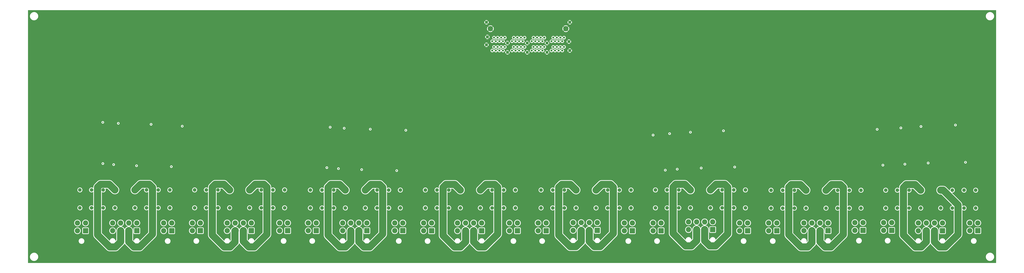
<source format=gbr>
G04 #@! TF.GenerationSoftware,KiCad,Pcbnew,(5.99.0-9973-gfb99c55869)*
G04 #@! TF.CreationDate,2021-09-10T21:28:04-07:00*
G04 #@! TF.ProjectId,2E1,3245312e-6b69-4636-9164-5f7063625858,rev?*
G04 #@! TF.SameCoordinates,Original*
G04 #@! TF.FileFunction,Copper,L2,Inr*
G04 #@! TF.FilePolarity,Positive*
%FSLAX46Y46*%
G04 Gerber Fmt 4.6, Leading zero omitted, Abs format (unit mm)*
G04 Created by KiCad (PCBNEW (5.99.0-9973-gfb99c55869)) date 2021-09-10 21:28:04*
%MOMM*%
%LPD*%
G01*
G04 APERTURE LIST*
G04 Aperture macros list*
%AMRoundRect*
0 Rectangle with rounded corners*
0 $1 Rounding radius*
0 $2 $3 $4 $5 $6 $7 $8 $9 X,Y pos of 4 corners*
0 Add a 4 corners polygon primitive as box body*
4,1,4,$2,$3,$4,$5,$6,$7,$8,$9,$2,$3,0*
0 Add four circle primitives for the rounded corners*
1,1,$1+$1,$2,$3*
1,1,$1+$1,$4,$5*
1,1,$1+$1,$6,$7*
1,1,$1+$1,$8,$9*
0 Add four rect primitives between the rounded corners*
20,1,$1+$1,$2,$3,$4,$5,0*
20,1,$1+$1,$4,$5,$6,$7,0*
20,1,$1+$1,$6,$7,$8,$9,0*
20,1,$1+$1,$8,$9,$2,$3,0*%
G04 Aperture macros list end*
G04 #@! TA.AperFunction,ComponentPad*
%ADD10RoundRect,0.250002X1.599998X1.599998X-1.599998X1.599998X-1.599998X-1.599998X1.599998X-1.599998X0*%
G04 #@! TD*
G04 #@! TA.AperFunction,ComponentPad*
%ADD11C,3.700000*%
G04 #@! TD*
G04 #@! TA.AperFunction,ComponentPad*
%ADD12C,2.489200*%
G04 #@! TD*
G04 #@! TA.AperFunction,ComponentPad*
%ADD13C,1.473200*%
G04 #@! TD*
G04 #@! TA.AperFunction,ComponentPad*
%ADD14C,3.759200*%
G04 #@! TD*
G04 #@! TA.AperFunction,ComponentPad*
%ADD15C,2.082800*%
G04 #@! TD*
G04 #@! TA.AperFunction,ViaPad*
%ADD16C,0.800000*%
G04 #@! TD*
G04 #@! TA.AperFunction,Conductor*
%ADD17C,5.080000*%
G04 #@! TD*
G04 APERTURE END LIST*
D10*
G04 #@! TO.N,Net-(J1-Pad41)*
G04 #@! TO.C,J5_1*
X362514000Y-307129000D03*
D11*
G04 #@! TO.N,Net-(J5_1-Pad2)*
X356814000Y-307129000D03*
G04 #@! TO.N,Net-(J1-Pad42)*
X362514000Y-301629000D03*
G04 #@! TO.N,Net-(J5_1-Pad4)*
X356814000Y-301629000D03*
G04 #@! TD*
D10*
G04 #@! TO.N,Net-(J1-Pad50)*
G04 #@! TO.C,J2_3*
X178674000Y-307129000D03*
D11*
G04 #@! TO.N,Net-(J2_3-Pad2)*
X172974000Y-307129000D03*
G04 #@! TO.N,Net-(J1-Pad49)*
X178674000Y-301629000D03*
G04 #@! TO.N,Net-(J2_3-Pad4)*
X172974000Y-301629000D03*
G04 #@! TD*
D10*
G04 #@! TO.N,Net-(J1-Pad8)*
G04 #@! TO.C,J9_1*
X687944000Y-306875000D03*
D11*
G04 #@! TO.N,Net-(J9_1-Pad2)*
X682244000Y-306875000D03*
G04 #@! TO.N,Net-(J1-Pad7)*
X687944000Y-301375000D03*
G04 #@! TO.N,Net-(J9_1-Pad4)*
X682244000Y-301375000D03*
G04 #@! TD*
D12*
G04 #@! TO.N,Net-(J6_2-Pad7)*
G04 #@! TO.C,J6_0_1*
X464700874Y-290949888D03*
G04 #@! TO.N,Net-(J6_2-Pad3)*
X464700874Y-278249888D03*
G04 #@! TO.N,Net-(J1-Pad28)*
X456445874Y-290949888D03*
G04 #@! TO.N,Net-(J1-Pad27)*
X456445874Y-278249888D03*
G04 #@! TO.N,Net-(J1-Pad26)*
X448190874Y-290949888D03*
G04 #@! TO.N,Net-(J1-Pad25)*
X448190874Y-278249888D03*
G04 #@! TO.N,Net-(J6_1-Pad4)*
X439935874Y-290949888D03*
G04 #@! TO.N,Net-(J6_1-Pad2)*
X439935874Y-278249888D03*
G04 #@! TD*
G04 #@! TO.N,Net-(J8_2-Pad7)*
G04 #@! TO.C,J8_0_1*
X627370856Y-291089842D03*
G04 #@! TO.N,Net-(J8_2-Pad3)*
X627370856Y-278389842D03*
G04 #@! TO.N,Net-(J1-Pad12)*
X619115856Y-291089842D03*
G04 #@! TO.N,Net-(J1-Pad11)*
X619115856Y-278389842D03*
G04 #@! TO.N,Net-(J1-Pad10)*
X610860856Y-291089842D03*
G04 #@! TO.N,Net-(J1-Pad9)*
X610860856Y-278389842D03*
G04 #@! TO.N,Net-(J8_1-Pad4)*
X602605856Y-291089842D03*
G04 #@! TO.N,Net-(J8_1-Pad2)*
X602605856Y-278389842D03*
G04 #@! TD*
D10*
G04 #@! TO.N,Net-(J1-Pad63)*
G04 #@! TO.C,J3_3*
X260660000Y-307086000D03*
D11*
G04 #@! TO.N,Net-(J3_3-Pad2)*
X254960000Y-307086000D03*
G04 #@! TO.N,Net-(J1-Pad64)*
X260660000Y-301586000D03*
G04 #@! TO.N,Net-(J3_3-Pad4)*
X254960000Y-301586000D03*
G04 #@! TD*
D12*
G04 #@! TO.N,Net-(J1-Pad17)*
G04 #@! TO.C,J7_0_2*
X584499974Y-290910010D03*
G04 #@! TO.N,Net-(J1-Pad18)*
X584499974Y-278210010D03*
G04 #@! TO.N,Net-(J7_3-Pad4)*
X576244974Y-290910010D03*
G04 #@! TO.N,Net-(J7_3-Pad2)*
X576244974Y-278210010D03*
G04 #@! TO.N,Net-(J7_2-Pad5)*
X567989974Y-290910010D03*
G04 #@! TO.N,Net-(J7_2-Pad1)*
X567989974Y-278210010D03*
G04 #@! TO.N,Net-(J1-Pad19)*
X559734974Y-290910010D03*
G04 #@! TO.N,Net-(J1-Pad20)*
X559734974Y-278210010D03*
G04 #@! TD*
D10*
G04 #@! TO.N,Net-(J1-Pad57)*
G04 #@! TO.C,J3_1*
X198938000Y-307086000D03*
D11*
G04 #@! TO.N,Net-(J3_1-Pad2)*
X193238000Y-307086000D03*
G04 #@! TO.N,Net-(J1-Pad58)*
X198938000Y-301586000D03*
G04 #@! TO.N,Net-(J3_1-Pad4)*
X193238000Y-301586000D03*
G04 #@! TD*
D10*
G04 #@! TO.N,Net-(J1-Pad34)*
G04 #@! TO.C,J4_3*
X342138000Y-307086000D03*
D11*
G04 #@! TO.N,Net-(J4_3-Pad2)*
X336438000Y-307086000D03*
G04 #@! TO.N,Net-(J1-Pad33)*
X342138000Y-301586000D03*
G04 #@! TO.N,Net-(J4_3-Pad4)*
X336438000Y-301586000D03*
G04 #@! TD*
D10*
G04 #@! TO.N,Net-(J1-Pad2)*
G04 #@! TO.C,J9_3*
X748848000Y-307086000D03*
D11*
G04 #@! TO.N,Net-(J9_3-Pad2)*
X743148000Y-307086000D03*
G04 #@! TO.N,Net-(J1-Pad1)*
X748848000Y-301586000D03*
G04 #@! TO.N,Net-(J9_3-Pad4)*
X743148000Y-301586000D03*
G04 #@! TD*
D12*
G04 #@! TO.N,Net-(J1-Pad16)*
G04 #@! TO.C,J8_0_2*
X666260796Y-291089842D03*
G04 #@! TO.N,Net-(J1-Pad15)*
X666260796Y-278389842D03*
G04 #@! TO.N,Net-(J8_3-Pad4)*
X658005796Y-291089842D03*
G04 #@! TO.N,Net-(J8_3-Pad2)*
X658005796Y-278389842D03*
G04 #@! TO.N,Net-(J8_2-Pad5)*
X649750796Y-291089842D03*
G04 #@! TO.N,Net-(J8_2-Pad1)*
X649750796Y-278389842D03*
G04 #@! TO.N,Net-(J1-Pad14)*
X641495796Y-291089842D03*
G04 #@! TO.N,Net-(J1-Pad13)*
X641495796Y-278389842D03*
G04 #@! TD*
G04 #@! TO.N,Net-(J1-Pad1)*
G04 #@! TO.C,J9_0_2*
X747370870Y-291059870D03*
G04 #@! TO.N,Net-(J1-Pad2)*
X747370870Y-278359870D03*
G04 #@! TO.N,Net-(J9_3-Pad4)*
X739115870Y-291059870D03*
G04 #@! TO.N,Net-(J9_3-Pad2)*
X739115870Y-278359870D03*
G04 #@! TO.N,Net-(J9_2-Pad5)*
X730860870Y-291059870D03*
G04 #@! TO.N,Net-(J9_2-Pad1)*
X730860870Y-278359870D03*
G04 #@! TO.N,Net-(J1-Pad3)*
X722605870Y-291059870D03*
G04 #@! TO.N,Net-(J1-Pad4)*
X722605870Y-278359870D03*
G04 #@! TD*
D10*
G04 #@! TO.N,Net-(J1-Pad56)*
G04 #@! TO.C,J2_1*
X117714000Y-307129000D03*
D11*
G04 #@! TO.N,Net-(J2_1-Pad2)*
X112014000Y-307129000D03*
G04 #@! TO.N,Net-(J1-Pad55)*
X117714000Y-301629000D03*
G04 #@! TO.N,Net-(J2_1-Pad4)*
X112014000Y-301629000D03*
G04 #@! TD*
D13*
G04 #@! TO.N,Net-(J1-Pad1)*
G04 #@! TO.C,J1*
X456184000Y-170180000D03*
G04 #@! TO.N,Net-(J1-Pad2)*
X454914000Y-172720000D03*
G04 #@! TO.N,Net-(J1-Pad3)*
X453644000Y-170180000D03*
G04 #@! TO.N,Net-(J1-Pad4)*
X452374000Y-172720000D03*
G04 #@! TO.N,Net-(J1-Pad5)*
X451104000Y-170180000D03*
G04 #@! TO.N,Net-(J1-Pad6)*
X449834000Y-172720000D03*
G04 #@! TO.N,Net-(J1-Pad7)*
X448564000Y-170180000D03*
G04 #@! TO.N,Net-(J1-Pad8)*
X447294000Y-172720000D03*
G04 #@! TO.N,Net-(J1-Pad9)*
X447294000Y-179324000D03*
G04 #@! TO.N,Net-(J1-Pad10)*
X448564000Y-176784000D03*
G04 #@! TO.N,Net-(J1-Pad11)*
X449834000Y-179324000D03*
G04 #@! TO.N,Net-(J1-Pad12)*
X451104000Y-176784000D03*
G04 #@! TO.N,Net-(J1-Pad13)*
X452374000Y-179324000D03*
G04 #@! TO.N,Net-(J1-Pad14)*
X453644000Y-176784000D03*
G04 #@! TO.N,Net-(J1-Pad15)*
X454914000Y-179324000D03*
G04 #@! TO.N,Net-(J1-Pad16)*
X456184000Y-176784000D03*
G04 #@! TO.N,Net-(J1-Pad17)*
X442214000Y-170180000D03*
G04 #@! TO.N,Net-(J1-Pad18)*
X440944000Y-172720000D03*
G04 #@! TO.N,Net-(J1-Pad19)*
X439674000Y-170180000D03*
G04 #@! TO.N,Net-(J1-Pad20)*
X438404000Y-172720000D03*
G04 #@! TO.N,Net-(J1-Pad21)*
X437134000Y-170180000D03*
G04 #@! TO.N,Net-(J1-Pad22)*
X435864000Y-172720000D03*
G04 #@! TO.N,Net-(J1-Pad23)*
X434594000Y-170180000D03*
G04 #@! TO.N,Net-(J1-Pad24)*
X433324000Y-172720000D03*
G04 #@! TO.N,Net-(J1-Pad25)*
X433324000Y-179324000D03*
G04 #@! TO.N,Net-(J1-Pad26)*
X434594000Y-176784000D03*
G04 #@! TO.N,Net-(J1-Pad27)*
X435864000Y-179324000D03*
G04 #@! TO.N,Net-(J1-Pad28)*
X437134000Y-176784000D03*
G04 #@! TO.N,Net-(J1-Pad29)*
X438404000Y-179324000D03*
G04 #@! TO.N,Net-(J1-Pad30)*
X439674000Y-176784000D03*
G04 #@! TO.N,Net-(J1-Pad31)*
X440944000Y-179324000D03*
G04 #@! TO.N,Net-(J1-Pad32)*
X442214000Y-176784000D03*
G04 #@! TO.N,Net-(J1-Pad33)*
X428244000Y-170180000D03*
G04 #@! TO.N,Net-(J1-Pad34)*
X426974000Y-172720000D03*
G04 #@! TO.N,Net-(J1-Pad35)*
X425704000Y-170180000D03*
G04 #@! TO.N,Net-(J1-Pad36)*
X424434000Y-172720000D03*
G04 #@! TO.N,Net-(J1-Pad37)*
X423164000Y-170180000D03*
G04 #@! TO.N,Net-(J1-Pad38)*
X421894000Y-172720000D03*
G04 #@! TO.N,Net-(J1-Pad39)*
X420624000Y-170180000D03*
G04 #@! TO.N,Net-(J1-Pad40)*
X419354000Y-172720000D03*
G04 #@! TO.N,Net-(J1-Pad41)*
X419354000Y-179324000D03*
G04 #@! TO.N,Net-(J1-Pad42)*
X420624000Y-176784000D03*
G04 #@! TO.N,Net-(J1-Pad43)*
X421894000Y-179324000D03*
G04 #@! TO.N,Net-(J1-Pad44)*
X423164000Y-176784000D03*
G04 #@! TO.N,Net-(J1-Pad45)*
X424434000Y-179324000D03*
G04 #@! TO.N,Net-(J1-Pad46)*
X425704000Y-176784000D03*
G04 #@! TO.N,Net-(J1-Pad47)*
X426974000Y-179324000D03*
G04 #@! TO.N,Net-(J1-Pad48)*
X428244000Y-176784000D03*
G04 #@! TO.N,Net-(J1-Pad49)*
X414274000Y-170180000D03*
G04 #@! TO.N,Net-(J1-Pad50)*
X413004000Y-172720000D03*
G04 #@! TO.N,Net-(J1-Pad51)*
X411734000Y-170180000D03*
G04 #@! TO.N,Net-(J1-Pad52)*
X410464000Y-172720000D03*
G04 #@! TO.N,Net-(J1-Pad53)*
X409194000Y-170180000D03*
G04 #@! TO.N,Net-(J1-Pad54)*
X407924000Y-172720000D03*
G04 #@! TO.N,Net-(J1-Pad55)*
X406654000Y-170180000D03*
G04 #@! TO.N,Net-(J1-Pad56)*
X405384000Y-172720000D03*
G04 #@! TO.N,Net-(J1-Pad57)*
X405384000Y-179324000D03*
G04 #@! TO.N,Net-(J1-Pad58)*
X406654000Y-176784000D03*
G04 #@! TO.N,Net-(J1-Pad59)*
X407924000Y-179324000D03*
G04 #@! TO.N,Net-(J1-Pad60)*
X409194000Y-176784000D03*
G04 #@! TO.N,Net-(J1-Pad61)*
X410464000Y-179324000D03*
G04 #@! TO.N,Net-(J1-Pad62)*
X411734000Y-176784000D03*
G04 #@! TO.N,Net-(J1-Pad63)*
X413004000Y-179324000D03*
G04 #@! TO.N,Net-(J1-Pad64)*
X414274000Y-176784000D03*
D14*
G04 #@! TO.N,GND*
X457454000Y-163830000D03*
X404114000Y-163830000D03*
D15*
X460248000Y-179324000D03*
X444119000Y-180594000D03*
X430149000Y-180594000D03*
X416179000Y-180594000D03*
X401320000Y-175260000D03*
X459613000Y-172974000D03*
X444119000Y-173990000D03*
X430149000Y-173990000D03*
X416179000Y-173990000D03*
X401955000Y-169672000D03*
X460248000Y-159258000D03*
X401320000Y-159258000D03*
G04 #@! TD*
D10*
G04 #@! TO.N,Net-(J7_2-Pad1)*
G04 #@! TO.C,J7_2*
X561340000Y-306324000D03*
D11*
G04 #@! TO.N,Net-(J1-Pad20)*
X555640000Y-306324000D03*
G04 #@! TO.N,Net-(J7_2-Pad3)*
X549940000Y-306324000D03*
G04 #@! TO.N,Net-(J1-Pad22)*
X544240000Y-306324000D03*
G04 #@! TO.N,Net-(J7_2-Pad5)*
X561340000Y-300824000D03*
G04 #@! TO.N,Net-(J1-Pad19)*
X555640000Y-300824000D03*
G04 #@! TO.N,Net-(J7_2-Pad7)*
X549940000Y-300824000D03*
G04 #@! TO.N,Net-(J1-Pad21)*
X544240000Y-300824000D03*
G04 #@! TD*
D10*
G04 #@! TO.N,Net-(J1-Pad47)*
G04 #@! TO.C,J5_3*
X423220000Y-307129000D03*
D11*
G04 #@! TO.N,Net-(J5_3-Pad2)*
X417520000Y-307129000D03*
G04 #@! TO.N,Net-(J1-Pad48)*
X423220000Y-301629000D03*
G04 #@! TO.N,Net-(J5_3-Pad4)*
X417520000Y-301629000D03*
G04 #@! TD*
D12*
G04 #@! TO.N,Net-(J5_2-Pad7)*
G04 #@! TO.C,J5_0_1*
X382860042Y-290930076D03*
G04 #@! TO.N,Net-(J5_2-Pad3)*
X382860042Y-278230076D03*
G04 #@! TO.N,Net-(J1-Pad44)*
X374605042Y-290930076D03*
G04 #@! TO.N,Net-(J1-Pad43)*
X374605042Y-278230076D03*
G04 #@! TO.N,Net-(J1-Pad42)*
X366350042Y-290930076D03*
G04 #@! TO.N,Net-(J1-Pad41)*
X366350042Y-278230076D03*
G04 #@! TO.N,Net-(J5_1-Pad4)*
X358095042Y-290930076D03*
G04 #@! TO.N,Net-(J5_1-Pad2)*
X358095042Y-278230076D03*
G04 #@! TD*
D10*
G04 #@! TO.N,Net-(J1-Pad25)*
G04 #@! TO.C,J6_1*
X443540000Y-307129000D03*
D11*
G04 #@! TO.N,Net-(J6_1-Pad2)*
X437840000Y-307129000D03*
G04 #@! TO.N,Net-(J1-Pad26)*
X443540000Y-301629000D03*
G04 #@! TO.N,Net-(J6_1-Pad4)*
X437840000Y-301629000D03*
G04 #@! TD*
D12*
G04 #@! TO.N,Net-(J1-Pad33)*
G04 #@! TO.C,J4_0_2*
X340400640Y-290969700D03*
G04 #@! TO.N,Net-(J1-Pad34)*
X340400640Y-278269700D03*
G04 #@! TO.N,Net-(J4_3-Pad4)*
X332145640Y-290969700D03*
G04 #@! TO.N,Net-(J4_3-Pad2)*
X332145640Y-278269700D03*
G04 #@! TO.N,Net-(J4_2-Pad5)*
X323890640Y-290969700D03*
G04 #@! TO.N,Net-(J4_2-Pad1)*
X323890640Y-278269700D03*
G04 #@! TO.N,Net-(J1-Pad35)*
X315635640Y-290969700D03*
G04 #@! TO.N,Net-(J1-Pad36)*
X315635640Y-278269700D03*
G04 #@! TD*
G04 #@! TO.N,Net-(J4_2-Pad7)*
G04 #@! TO.C,J4_0_1*
X301510700Y-290969700D03*
G04 #@! TO.N,Net-(J4_2-Pad3)*
X301510700Y-278269700D03*
G04 #@! TO.N,Net-(J1-Pad37)*
X293255700Y-290969700D03*
G04 #@! TO.N,Net-(J1-Pad38)*
X293255700Y-278269700D03*
G04 #@! TO.N,Net-(J1-Pad39)*
X285000700Y-290969700D03*
G04 #@! TO.N,Net-(J1-Pad40)*
X285000700Y-278269700D03*
G04 #@! TO.N,Net-(J4_1-Pad4)*
X276745700Y-290969700D03*
G04 #@! TO.N,Net-(J4_1-Pad2)*
X276745700Y-278269700D03*
G04 #@! TD*
D10*
G04 #@! TO.N,Net-(J1-Pad9)*
G04 #@! TO.C,J8_1*
X606664000Y-307129000D03*
D11*
G04 #@! TO.N,Net-(J8_1-Pad2)*
X600964000Y-307129000D03*
G04 #@! TO.N,Net-(J1-Pad10)*
X606664000Y-301629000D03*
G04 #@! TO.N,Net-(J8_1-Pad4)*
X600964000Y-301629000D03*
G04 #@! TD*
D12*
G04 #@! TO.N,Net-(J3_2-Pad7)*
G04 #@! TO.C,J3_0_1*
X219650742Y-290869878D03*
G04 #@! TO.N,Net-(J3_2-Pad3)*
X219650742Y-278169878D03*
G04 #@! TO.N,Net-(J1-Pad60)*
X211395742Y-290869878D03*
G04 #@! TO.N,Net-(J1-Pad59)*
X211395742Y-278169878D03*
G04 #@! TO.N,Net-(J1-Pad58)*
X203140742Y-290869878D03*
G04 #@! TO.N,Net-(J1-Pad57)*
X203140742Y-278169878D03*
G04 #@! TO.N,Net-(J3_1-Pad4)*
X194885742Y-290869878D03*
G04 #@! TO.N,Net-(J3_1-Pad2)*
X194885742Y-278169878D03*
G04 #@! TD*
D10*
G04 #@! TO.N,Net-(J3_2-Pad1)*
G04 #@! TO.C,J3_2*
X235006000Y-307086000D03*
D11*
G04 #@! TO.N,Net-(J1-Pad61)*
X229306000Y-307086000D03*
G04 #@! TO.N,Net-(J3_2-Pad3)*
X223606000Y-307086000D03*
G04 #@! TO.N,Net-(J1-Pad59)*
X217906000Y-307086000D03*
G04 #@! TO.N,Net-(J3_2-Pad5)*
X235006000Y-301586000D03*
G04 #@! TO.N,Net-(J1-Pad62)*
X229306000Y-301586000D03*
G04 #@! TO.N,Net-(J3_2-Pad7)*
X223606000Y-301586000D03*
G04 #@! TO.N,Net-(J1-Pad60)*
X217906000Y-301586000D03*
G04 #@! TD*
D10*
G04 #@! TO.N,Net-(J4_2-Pad1)*
G04 #@! TO.C,J4_2*
X316738000Y-307086000D03*
D11*
G04 #@! TO.N,Net-(J1-Pad36)*
X311038000Y-307086000D03*
G04 #@! TO.N,Net-(J4_2-Pad3)*
X305338000Y-307086000D03*
G04 #@! TO.N,Net-(J1-Pad38)*
X299638000Y-307086000D03*
G04 #@! TO.N,Net-(J4_2-Pad5)*
X316738000Y-301586000D03*
G04 #@! TO.N,Net-(J1-Pad35)*
X311038000Y-301586000D03*
G04 #@! TO.N,Net-(J4_2-Pad7)*
X305338000Y-301586000D03*
G04 #@! TO.N,Net-(J1-Pad37)*
X299638000Y-301586000D03*
G04 #@! TD*
D12*
G04 #@! TO.N,Net-(J1-Pad32)*
G04 #@! TO.C,J6_0_2*
X503590814Y-290949888D03*
G04 #@! TO.N,Net-(J1-Pad31)*
X503590814Y-278249888D03*
G04 #@! TO.N,Net-(J6_3-Pad4)*
X495335814Y-290949888D03*
G04 #@! TO.N,Net-(J6_3-Pad2)*
X495335814Y-278249888D03*
G04 #@! TO.N,Net-(J6_2-Pad5)*
X487080814Y-290949888D03*
G04 #@! TO.N,Net-(J6_2-Pad1)*
X487080814Y-278249888D03*
G04 #@! TO.N,Net-(J1-Pad30)*
X478825814Y-290949888D03*
G04 #@! TO.N,Net-(J1-Pad29)*
X478825814Y-278249888D03*
G04 #@! TD*
D10*
G04 #@! TO.N,Net-(J1-Pad31)*
G04 #@! TO.C,J6_3*
X504500000Y-307129000D03*
D11*
G04 #@! TO.N,Net-(J6_3-Pad2)*
X498800000Y-307129000D03*
G04 #@! TO.N,Net-(J1-Pad32)*
X504500000Y-301629000D03*
G04 #@! TO.N,Net-(J6_3-Pad4)*
X498800000Y-301629000D03*
G04 #@! TD*
D12*
G04 #@! TO.N,Net-(J9_2-Pad7)*
G04 #@! TO.C,J9_0_1*
X708480676Y-291059870D03*
G04 #@! TO.N,Net-(J9_2-Pad3)*
X708480676Y-278359870D03*
G04 #@! TO.N,Net-(J1-Pad5)*
X700225676Y-291059870D03*
G04 #@! TO.N,Net-(J1-Pad6)*
X700225676Y-278359870D03*
G04 #@! TO.N,Net-(J1-Pad7)*
X691970676Y-291059870D03*
G04 #@! TO.N,Net-(J1-Pad8)*
X691970676Y-278359870D03*
G04 #@! TO.N,Net-(J9_1-Pad4)*
X683715676Y-291059870D03*
G04 #@! TO.N,Net-(J9_1-Pad2)*
X683715676Y-278359870D03*
G04 #@! TD*
D10*
G04 #@! TO.N,Net-(J1-Pad18)*
G04 #@! TO.C,J7_3*
X586034000Y-307129000D03*
D11*
G04 #@! TO.N,Net-(J7_3-Pad2)*
X580334000Y-307129000D03*
G04 #@! TO.N,Net-(J1-Pad17)*
X586034000Y-301629000D03*
G04 #@! TO.N,Net-(J7_3-Pad4)*
X580334000Y-301629000D03*
G04 #@! TD*
D12*
G04 #@! TO.N,Net-(J7_2-Pad7)*
G04 #@! TO.C,J7_0_1*
X545610034Y-290910010D03*
G04 #@! TO.N,Net-(J7_2-Pad3)*
X545610034Y-278210010D03*
G04 #@! TO.N,Net-(J1-Pad21)*
X537355034Y-290910010D03*
G04 #@! TO.N,Net-(J1-Pad22)*
X537355034Y-278210010D03*
G04 #@! TO.N,Net-(J1-Pad23)*
X529100034Y-290910010D03*
G04 #@! TO.N,Net-(J1-Pad24)*
X529100034Y-278210010D03*
G04 #@! TO.N,Net-(J7_1-Pad4)*
X520845034Y-290910010D03*
G04 #@! TO.N,Net-(J7_1-Pad2)*
X520845034Y-278210010D03*
G04 #@! TD*
G04 #@! TO.N,Net-(J2_2-Pad7)*
G04 #@! TO.C,J2_0_1*
X138489995Y-290880038D03*
G04 #@! TO.N,Net-(J2_2-Pad3)*
X138489995Y-278180038D03*
G04 #@! TO.N,Net-(J1-Pad53)*
X130234995Y-290880038D03*
G04 #@! TO.N,Net-(J1-Pad54)*
X130234995Y-278180038D03*
G04 #@! TO.N,Net-(J1-Pad55)*
X121979995Y-290880038D03*
G04 #@! TO.N,Net-(J1-Pad56)*
X121979995Y-278180038D03*
G04 #@! TO.N,Net-(J2_1-Pad4)*
X113724995Y-290880038D03*
G04 #@! TO.N,Net-(J2_1-Pad2)*
X113724995Y-278180038D03*
G04 #@! TD*
D10*
G04 #@! TO.N,Net-(J1-Pad15)*
G04 #@! TO.C,J8_3*
X667624000Y-306875000D03*
D11*
G04 #@! TO.N,Net-(J8_3-Pad2)*
X661924000Y-306875000D03*
G04 #@! TO.N,Net-(J1-Pad16)*
X667624000Y-301375000D03*
G04 #@! TO.N,Net-(J8_3-Pad4)*
X661924000Y-301375000D03*
G04 #@! TD*
D12*
G04 #@! TO.N,Net-(J1-Pad49)*
G04 #@! TO.C,J2_0_2*
X177380000Y-290880000D03*
G04 #@! TO.N,Net-(J1-Pad50)*
X177380000Y-278180000D03*
G04 #@! TO.N,Net-(J2_3-Pad4)*
X169125000Y-290880000D03*
G04 #@! TO.N,Net-(J2_3-Pad2)*
X169125000Y-278180000D03*
G04 #@! TO.N,Net-(J2_2-Pad5)*
X160870000Y-290880000D03*
G04 #@! TO.N,Net-(J2_2-Pad1)*
X160870000Y-278180000D03*
G04 #@! TO.N,Net-(J1-Pad51)*
X152615000Y-290880000D03*
G04 #@! TO.N,Net-(J1-Pad52)*
X152615000Y-278180000D03*
G04 #@! TD*
G04 #@! TO.N,Net-(J1-Pad48)*
G04 #@! TO.C,J5_0_2*
X421749982Y-290930076D03*
G04 #@! TO.N,Net-(J1-Pad47)*
X421749982Y-278230076D03*
G04 #@! TO.N,Net-(J5_3-Pad4)*
X413494982Y-290930076D03*
G04 #@! TO.N,Net-(J5_3-Pad2)*
X413494982Y-278230076D03*
G04 #@! TO.N,Net-(J5_2-Pad5)*
X405239982Y-290930076D03*
G04 #@! TO.N,Net-(J5_2-Pad1)*
X405239982Y-278230076D03*
G04 #@! TO.N,Net-(J1-Pad46)*
X396984982Y-290930076D03*
G04 #@! TO.N,Net-(J1-Pad45)*
X396984982Y-278230076D03*
G04 #@! TD*
D10*
G04 #@! TO.N,Net-(J6_2-Pad1)*
G04 #@! TO.C,J6_2*
X479725000Y-306875000D03*
D11*
G04 #@! TO.N,Net-(J1-Pad29)*
X474025000Y-306875000D03*
G04 #@! TO.N,Net-(J6_2-Pad3)*
X468325000Y-306875000D03*
G04 #@! TO.N,Net-(J1-Pad27)*
X462625000Y-306875000D03*
G04 #@! TO.N,Net-(J6_2-Pad5)*
X479725000Y-301375000D03*
G04 #@! TO.N,Net-(J1-Pad30)*
X474025000Y-301375000D03*
G04 #@! TO.N,Net-(J6_2-Pad7)*
X468325000Y-301375000D03*
G04 #@! TO.N,Net-(J1-Pad28)*
X462625000Y-301375000D03*
G04 #@! TD*
D10*
G04 #@! TO.N,Net-(J8_2-Pad1)*
G04 #@! TO.C,J8_2*
X642930000Y-307086000D03*
D11*
G04 #@! TO.N,Net-(J1-Pad13)*
X637230000Y-307086000D03*
G04 #@! TO.N,Net-(J8_2-Pad3)*
X631530000Y-307086000D03*
G04 #@! TO.N,Net-(J1-Pad11)*
X625830000Y-307086000D03*
G04 #@! TO.N,Net-(J8_2-Pad5)*
X642930000Y-301586000D03*
G04 #@! TO.N,Net-(J1-Pad14)*
X637230000Y-301586000D03*
G04 #@! TO.N,Net-(J8_2-Pad7)*
X631530000Y-301586000D03*
G04 #@! TO.N,Net-(J1-Pad12)*
X625830000Y-301586000D03*
G04 #@! TD*
D10*
G04 #@! TO.N,Net-(J2_2-Pad1)*
G04 #@! TO.C,J2_2*
X153980000Y-307086000D03*
D11*
G04 #@! TO.N,Net-(J1-Pad52)*
X148280000Y-307086000D03*
G04 #@! TO.N,Net-(J2_2-Pad3)*
X142580000Y-307086000D03*
G04 #@! TO.N,Net-(J1-Pad54)*
X136880000Y-307086000D03*
G04 #@! TO.N,Net-(J2_2-Pad5)*
X153980000Y-301586000D03*
G04 #@! TO.N,Net-(J1-Pad51)*
X148280000Y-301586000D03*
G04 #@! TO.N,Net-(J2_2-Pad7)*
X142580000Y-301586000D03*
G04 #@! TO.N,Net-(J1-Pad53)*
X136880000Y-301586000D03*
G04 #@! TD*
D10*
G04 #@! TO.N,Net-(J1-Pad24)*
G04 #@! TO.C,J7_1*
X524820000Y-307129000D03*
D11*
G04 #@! TO.N,Net-(J7_1-Pad2)*
X519120000Y-307129000D03*
G04 #@! TO.N,Net-(J1-Pad23)*
X524820000Y-301629000D03*
G04 #@! TO.N,Net-(J7_1-Pad4)*
X519120000Y-301629000D03*
G04 #@! TD*
D10*
G04 #@! TO.N,Net-(J9_2-Pad1)*
G04 #@! TO.C,J9_2*
X723875000Y-307129000D03*
D11*
G04 #@! TO.N,Net-(J1-Pad4)*
X718175000Y-307129000D03*
G04 #@! TO.N,Net-(J9_2-Pad3)*
X712475000Y-307129000D03*
G04 #@! TO.N,Net-(J1-Pad6)*
X706775000Y-307129000D03*
G04 #@! TO.N,Net-(J9_2-Pad5)*
X723875000Y-301629000D03*
G04 #@! TO.N,Net-(J1-Pad3)*
X718175000Y-301629000D03*
G04 #@! TO.N,Net-(J9_2-Pad7)*
X712475000Y-301629000D03*
G04 #@! TO.N,Net-(J1-Pad5)*
X706775000Y-301629000D03*
G04 #@! TD*
D10*
G04 #@! TO.N,Net-(J5_2-Pad1)*
G04 #@! TO.C,J5_2*
X397937000Y-307129000D03*
D11*
G04 #@! TO.N,Net-(J1-Pad45)*
X392237000Y-307129000D03*
G04 #@! TO.N,Net-(J5_2-Pad3)*
X386537000Y-307129000D03*
G04 #@! TO.N,Net-(J1-Pad43)*
X380837000Y-307129000D03*
G04 #@! TO.N,Net-(J5_2-Pad5)*
X397937000Y-301629000D03*
G04 #@! TO.N,Net-(J1-Pad46)*
X392237000Y-301629000D03*
G04 #@! TO.N,Net-(J5_2-Pad7)*
X386537000Y-301629000D03*
G04 #@! TO.N,Net-(J1-Pad44)*
X380837000Y-301629000D03*
G04 #@! TD*
D10*
G04 #@! TO.N,Net-(J1-Pad40)*
G04 #@! TO.C,J4_1*
X280924000Y-307086000D03*
D11*
G04 #@! TO.N,Net-(J4_1-Pad2)*
X275224000Y-307086000D03*
G04 #@! TO.N,Net-(J1-Pad39)*
X280924000Y-301586000D03*
G04 #@! TO.N,Net-(J4_1-Pad4)*
X275224000Y-301586000D03*
G04 #@! TD*
D12*
G04 #@! TO.N,Net-(J1-Pad64)*
G04 #@! TO.C,J3_0_2*
X258540758Y-290869878D03*
G04 #@! TO.N,Net-(J1-Pad63)*
X258540758Y-278169878D03*
G04 #@! TO.N,Net-(J3_3-Pad4)*
X250285758Y-290869878D03*
G04 #@! TO.N,Net-(J3_3-Pad2)*
X250285758Y-278169878D03*
G04 #@! TO.N,Net-(J3_2-Pad5)*
X242030758Y-290869878D03*
G04 #@! TO.N,Net-(J3_2-Pad1)*
X242030758Y-278169878D03*
G04 #@! TO.N,Net-(J1-Pad62)*
X233775758Y-290869878D03*
G04 #@! TO.N,Net-(J1-Pad61)*
X233775758Y-278169878D03*
G04 #@! TD*
D16*
G04 #@! TO.N,Net-(J1-Pad8)*
X677672000Y-235204000D03*
G04 #@! TO.N,Net-(J1-Pad7)*
X681736000Y-260604000D03*
G04 #@! TO.N,Net-(J1-Pad6)*
X694436000Y-234188000D03*
G04 #@! TO.N,Net-(J1-Pad5)*
X697287189Y-259899189D03*
G04 #@! TO.N,Net-(J1-Pad4)*
X708660000Y-233172000D03*
G04 #@! TO.N,Net-(J1-Pad3)*
X713740000Y-259080000D03*
G04 #@! TO.N,Net-(J1-Pad2)*
X733044000Y-232156000D03*
G04 #@! TO.N,Net-(J1-Pad1)*
X740156000Y-258572000D03*
G04 #@! TO.N,Net-(J1-Pad17)*
X576891189Y-261931189D03*
G04 #@! TO.N,Net-(J1-Pad18)*
X568960000Y-236220000D03*
G04 #@! TO.N,Net-(J1-Pad19)*
X553212000Y-262636000D03*
G04 #@! TO.N,Net-(J1-Pad20)*
X545592000Y-237236000D03*
G04 #@! TO.N,Net-(J1-Pad21)*
X536251189Y-263455189D03*
G04 #@! TO.N,Net-(J1-Pad22)*
X530860000Y-238252000D03*
G04 #@! TO.N,Net-(J1-Pad23)*
X527812000Y-264160000D03*
G04 #@! TO.N,Net-(J1-Pad24)*
X519176000Y-239268000D03*
G04 #@! TO.N,Net-(J1-Pad35)*
X313050000Y-263770000D03*
G04 #@! TO.N,Net-(J1-Pad36)*
X319150000Y-235090000D03*
G04 #@! TO.N,Net-(J1-Pad37)*
X296620000Y-263070000D03*
G04 #@! TO.N,Net-(J1-Pad38)*
X300685000Y-234405000D03*
G04 #@! TO.N,Net-(J1-Pad33)*
X337830000Y-264470000D03*
G04 #@! TO.N,Net-(J1-Pad34)*
X344260000Y-235850000D03*
G04 #@! TO.N,Net-(J1-Pad39)*
X288414811Y-262365189D03*
G04 #@! TO.N,Net-(J1-Pad40)*
X290750000Y-233670000D03*
G04 #@! TO.N,Net-(J1-Pad49)*
X178399622Y-261660378D03*
G04 #@! TO.N,Net-(J1-Pad50)*
X186134811Y-232965189D03*
G04 #@! TO.N,Net-(J1-Pad51)*
X153810000Y-261000000D03*
G04 #@! TO.N,Net-(J1-Pad52)*
X164084000Y-231648000D03*
G04 #@! TO.N,Net-(J1-Pad53)*
X137600000Y-260210000D03*
G04 #@! TO.N,Net-(J1-Pad54)*
X140912811Y-230943189D03*
G04 #@! TO.N,Net-(J1-Pad55)*
X129970000Y-259470000D03*
G04 #@! TO.N,Net-(J1-Pad56)*
X129933622Y-230238378D03*
G04 #@! TD*
D17*
G04 #@! TO.N,Net-(J1-Pad13)*
X651664900Y-274401989D02*
X653738561Y-276475650D01*
X641495750Y-278389800D02*
X645483561Y-274401989D01*
X637230000Y-314965968D02*
X637230000Y-307086000D01*
X645483561Y-274401989D02*
X651664900Y-274401989D01*
X640893253Y-318629221D02*
X637230000Y-314965968D01*
X653738561Y-309857407D02*
X644966747Y-318629221D01*
X644966747Y-318629221D02*
X640893253Y-318629221D01*
X653738561Y-276475650D02*
X653738561Y-309857407D01*
G04 #@! TO.N,Net-(J1-Pad4)*
X734848561Y-309735407D02*
X725911747Y-318672221D01*
X724365880Y-278359800D02*
X734848561Y-288842481D01*
X721838253Y-318672221D02*
X718175000Y-315008968D01*
X718175000Y-315008968D02*
X718175000Y-307129000D01*
X725911747Y-318672221D02*
X721838253Y-318672221D01*
X722605750Y-278359800D02*
X724365880Y-278359800D01*
X734848561Y-288842481D02*
X734848561Y-309735407D01*
G04 #@! TO.N,Net-(J1-Pad20)*
X571977811Y-276295850D02*
X571977811Y-309266157D01*
X555640000Y-314203968D02*
X555640000Y-306324000D01*
X559735000Y-278210000D02*
X563722811Y-274222189D01*
X563722811Y-274222189D02*
X569904150Y-274222189D01*
X569904150Y-274222189D02*
X571977811Y-276295850D01*
X571977811Y-309266157D02*
X563376747Y-317867221D01*
X563376747Y-317867221D02*
X559303253Y-317867221D01*
X559303253Y-317867221D02*
X555640000Y-314203968D01*
G04 #@! TO.N,Net-(J1-Pad29)*
X482813561Y-274261989D02*
X488994900Y-274261989D01*
X477688253Y-318418221D02*
X474025000Y-314754968D01*
X491068561Y-309111407D02*
X481761747Y-318418221D01*
X488994900Y-274261989D02*
X491068561Y-276335650D01*
X478825750Y-278249800D02*
X482813561Y-274261989D01*
X491068561Y-276335650D02*
X491068561Y-309111407D01*
X481761747Y-318418221D02*
X477688253Y-318418221D01*
X474025000Y-314754968D02*
X474025000Y-306875000D01*
G04 #@! TO.N,Net-(J1-Pad36)*
X311038000Y-314965968D02*
X311038000Y-307086000D01*
X314701253Y-318629221D02*
X311038000Y-314965968D01*
X325804900Y-274281989D02*
X327878561Y-276355650D01*
X318774747Y-318629221D02*
X314701253Y-318629221D01*
X327878561Y-276355650D02*
X327878561Y-309525407D01*
X327878561Y-309525407D02*
X318774747Y-318629221D01*
X319623561Y-274281989D02*
X325804900Y-274281989D01*
X315635750Y-278269800D02*
X319623561Y-274281989D01*
G04 #@! TO.N,Net-(J1-Pad45)*
X409227811Y-276315850D02*
X409227811Y-309418157D01*
X399973747Y-318672221D02*
X395900253Y-318672221D01*
X407154150Y-274242189D02*
X409227811Y-276315850D01*
X400972811Y-274242189D02*
X407154150Y-274242189D01*
X395900253Y-318672221D02*
X392237000Y-315008968D01*
X409227811Y-309418157D02*
X399973747Y-318672221D01*
X396985000Y-278230000D02*
X400972811Y-274242189D01*
X392237000Y-315008968D02*
X392237000Y-307129000D01*
G04 #@! TO.N,Net-(J1-Pad61)*
X237042747Y-318629221D02*
X233239221Y-318629221D01*
X243944900Y-274181989D02*
X246018561Y-276255650D01*
X237763561Y-274181989D02*
X243944900Y-274181989D01*
X233239221Y-318629221D02*
X229306000Y-314696000D01*
X246018561Y-309653407D02*
X237042747Y-318629221D01*
X233775750Y-278169800D02*
X237763561Y-274181989D01*
X246018561Y-276255650D02*
X246018561Y-309653407D01*
X229306000Y-314696000D02*
X229306000Y-307086000D01*
G04 #@! TO.N,Net-(J6_2-Pad3)*
X460588253Y-318418221D02*
X464661747Y-318418221D01*
X460712939Y-274261989D02*
X454531600Y-274261989D01*
X464700750Y-278249800D02*
X460712939Y-274261989D01*
X468325000Y-314754968D02*
X468325000Y-306875000D01*
X454531600Y-274261989D02*
X452457939Y-276335650D01*
X452457939Y-276335650D02*
X452457939Y-310287907D01*
X464661747Y-318418221D02*
X468325000Y-314754968D01*
X452457939Y-310287907D02*
X460588253Y-318418221D01*
G04 #@! TO.N,Net-(J7_2-Pad3)*
X545610000Y-278210000D02*
X541622189Y-274222189D01*
X549940000Y-314203968D02*
X549940000Y-306324000D01*
X533367189Y-309031157D02*
X542203253Y-317867221D01*
X533367189Y-276016472D02*
X533367189Y-309031157D01*
X542203253Y-317867221D02*
X546276747Y-317867221D01*
X541622189Y-274222189D02*
X535161472Y-274222189D01*
X546276747Y-317867221D02*
X549940000Y-314203968D01*
X535161472Y-274222189D02*
X533367189Y-276016472D01*
G04 #@! TO.N,Net-(J8_2-Pad3)*
X615127939Y-276196272D02*
X615127939Y-309963907D01*
X616922222Y-274401989D02*
X615127939Y-276196272D01*
X623793253Y-318629221D02*
X628590779Y-318629221D01*
X631530000Y-315690000D02*
X631530000Y-307086000D01*
X627370750Y-278389800D02*
X623382939Y-274401989D01*
X615127939Y-309963907D02*
X623793253Y-318629221D01*
X628590779Y-318629221D02*
X631530000Y-315690000D01*
X623382939Y-274401989D02*
X616922222Y-274401989D01*
G04 #@! TO.N,Net-(J9_2-Pad3)*
X708811747Y-318672221D02*
X712475000Y-315008968D01*
X696237939Y-276445650D02*
X696237939Y-310171907D01*
X712475000Y-315008968D02*
X712475000Y-307129000D01*
X696237939Y-310171907D02*
X704738253Y-318672221D01*
X708480750Y-278359800D02*
X704492939Y-274371989D01*
X704492939Y-274371989D02*
X698311600Y-274371989D01*
X698311600Y-274371989D02*
X696237939Y-276445650D01*
X704738253Y-318672221D02*
X708811747Y-318672221D01*
G04 #@! TO.N,Net-(J1-Pad52)*
X156602811Y-274192189D02*
X162784150Y-274192189D01*
X162784150Y-274192189D02*
X165080000Y-276488039D01*
X156016747Y-318629221D02*
X151943253Y-318629221D01*
X165080000Y-309565968D02*
X156016747Y-318629221D01*
X148280000Y-314965968D02*
X148280000Y-307086000D01*
X165080000Y-276488039D02*
X165080000Y-309565968D01*
X152615000Y-278180000D02*
X156602811Y-274192189D01*
X151943253Y-318629221D02*
X148280000Y-314965968D01*
G04 #@! TO.N,Net-(J2_2-Pad3)*
X134502189Y-274192189D02*
X128320850Y-274192189D01*
X142580000Y-314965968D02*
X142580000Y-307086000D01*
X138916747Y-318629221D02*
X142580000Y-314965968D01*
X126247189Y-310033157D02*
X134843253Y-318629221D01*
X138490000Y-278180000D02*
X134502189Y-274192189D01*
X126247189Y-276265850D02*
X126247189Y-310033157D01*
X134843253Y-318629221D02*
X138916747Y-318629221D01*
X128320850Y-274192189D02*
X126247189Y-276265850D01*
G04 #@! TO.N,Net-(J3_2-Pad3)*
X223420000Y-315151968D02*
X223420000Y-307272000D01*
X215662939Y-274181989D02*
X209481600Y-274181989D01*
X215869253Y-318629221D02*
X219942747Y-318629221D01*
X209481600Y-274181989D02*
X207407939Y-276255650D01*
X219650750Y-278169800D02*
X215662939Y-274181989D01*
X207407939Y-310167907D02*
X215869253Y-318629221D01*
X219942747Y-318629221D02*
X223420000Y-315151968D01*
X207407939Y-276255650D02*
X207407939Y-310167907D01*
X223420000Y-307272000D02*
X223606000Y-307086000D01*
G04 #@! TO.N,Net-(J4_2-Pad3)*
X291341600Y-274281989D02*
X289267939Y-276355650D01*
X289267939Y-310295907D02*
X297601253Y-318629221D01*
X305338000Y-314965968D02*
X305338000Y-307086000D01*
X297522939Y-274281989D02*
X291341600Y-274281989D01*
X301510750Y-278269800D02*
X297522939Y-274281989D01*
X289267939Y-276355650D02*
X289267939Y-310295907D01*
X297601253Y-318629221D02*
X301674747Y-318629221D01*
X301674747Y-318629221D02*
X305338000Y-314965968D01*
G04 #@! TO.N,Net-(J5_2-Pad3)*
X378872189Y-274242189D02*
X372690850Y-274242189D01*
X372690850Y-274242189D02*
X370617189Y-276315850D01*
X386537000Y-315008968D02*
X386537000Y-307129000D01*
X378800253Y-318672221D02*
X382873747Y-318672221D01*
X370617189Y-310489157D02*
X378800253Y-318672221D01*
X382860000Y-278230000D02*
X378872189Y-274242189D01*
X382873747Y-318672221D02*
X386537000Y-315008968D01*
X370617189Y-276315850D02*
X370617189Y-310489157D01*
G04 #@! TD*
G04 #@! TA.AperFunction,Conductor*
G04 #@! TO.N,GND*
G36*
X761728121Y-150648002D02*
G01*
X761774614Y-150701658D01*
X761786000Y-150754000D01*
X761786000Y-329826000D01*
X761765998Y-329894121D01*
X761712342Y-329940614D01*
X761660000Y-329952000D01*
X77128000Y-329952000D01*
X77059879Y-329931998D01*
X77013386Y-329878342D01*
X77002000Y-329826000D01*
X77002000Y-325756549D01*
X78396067Y-325756549D01*
X78429530Y-326091805D01*
X78501305Y-326420994D01*
X78502478Y-326424421D01*
X78502480Y-326424427D01*
X78609265Y-326736320D01*
X78610440Y-326739751D01*
X78611999Y-326743019D01*
X78612002Y-326743027D01*
X78650775Y-326824315D01*
X78755489Y-327043852D01*
X78934529Y-327329266D01*
X78936801Y-327332102D01*
X78936806Y-327332109D01*
X79126589Y-327568997D01*
X79145187Y-327592211D01*
X79384671Y-327829200D01*
X79649807Y-328037093D01*
X79937080Y-328213135D01*
X79940365Y-328214660D01*
X79940369Y-328214662D01*
X80030982Y-328256723D01*
X80242683Y-328354991D01*
X80562566Y-328460782D01*
X80566121Y-328461518D01*
X80566124Y-328461519D01*
X80888938Y-328528370D01*
X80888941Y-328528370D01*
X80892488Y-328529105D01*
X81019963Y-328540482D01*
X81185440Y-328555251D01*
X81185446Y-328555251D01*
X81188233Y-328555500D01*
X81406714Y-328555500D01*
X81408533Y-328555395D01*
X81408537Y-328555395D01*
X81652744Y-328541314D01*
X81652749Y-328541313D01*
X81656364Y-328541105D01*
X81725122Y-328529105D01*
X81984696Y-328483803D01*
X81984703Y-328483801D01*
X81988269Y-328483179D01*
X81991744Y-328482150D01*
X81991751Y-328482148D01*
X82174386Y-328428049D01*
X82311317Y-328387488D01*
X82621225Y-328255300D01*
X82624365Y-328253509D01*
X82624371Y-328253506D01*
X82910746Y-328090160D01*
X82913886Y-328088369D01*
X82981111Y-328038988D01*
X83182504Y-327891050D01*
X83182507Y-327891048D01*
X83185421Y-327888907D01*
X83249674Y-327829200D01*
X83429571Y-327662029D01*
X83429573Y-327662027D01*
X83432231Y-327659557D01*
X83651045Y-327403359D01*
X83838962Y-327123710D01*
X83993491Y-326824315D01*
X84112584Y-326509143D01*
X84194664Y-326182371D01*
X84238641Y-325848332D01*
X84240083Y-325756549D01*
X754544067Y-325756549D01*
X754577530Y-326091805D01*
X754649305Y-326420994D01*
X754650478Y-326424421D01*
X754650480Y-326424427D01*
X754757265Y-326736320D01*
X754758440Y-326739751D01*
X754759999Y-326743019D01*
X754760002Y-326743027D01*
X754798775Y-326824315D01*
X754903489Y-327043852D01*
X755082529Y-327329266D01*
X755084801Y-327332102D01*
X755084806Y-327332109D01*
X755274589Y-327568997D01*
X755293187Y-327592211D01*
X755532671Y-327829200D01*
X755797807Y-328037093D01*
X756085080Y-328213135D01*
X756088365Y-328214660D01*
X756088369Y-328214662D01*
X756178982Y-328256723D01*
X756390683Y-328354991D01*
X756710566Y-328460782D01*
X756714121Y-328461518D01*
X756714124Y-328461519D01*
X757036938Y-328528370D01*
X757036941Y-328528370D01*
X757040488Y-328529105D01*
X757167963Y-328540482D01*
X757333440Y-328555251D01*
X757333446Y-328555251D01*
X757336233Y-328555500D01*
X757554714Y-328555500D01*
X757556533Y-328555395D01*
X757556537Y-328555395D01*
X757800744Y-328541314D01*
X757800749Y-328541313D01*
X757804364Y-328541105D01*
X757873122Y-328529105D01*
X758132696Y-328483803D01*
X758132703Y-328483801D01*
X758136269Y-328483179D01*
X758139744Y-328482150D01*
X758139751Y-328482148D01*
X758322386Y-328428049D01*
X758459317Y-328387488D01*
X758769225Y-328255300D01*
X758772365Y-328253509D01*
X758772371Y-328253506D01*
X759058746Y-328090160D01*
X759061886Y-328088369D01*
X759129111Y-328038988D01*
X759330504Y-327891050D01*
X759330507Y-327891048D01*
X759333421Y-327888907D01*
X759397674Y-327829200D01*
X759577571Y-327662029D01*
X759577573Y-327662027D01*
X759580231Y-327659557D01*
X759799045Y-327403359D01*
X759986962Y-327123710D01*
X760141491Y-326824315D01*
X760260584Y-326509143D01*
X760342664Y-326182371D01*
X760386641Y-325848332D01*
X760391933Y-325511451D01*
X760358470Y-325176195D01*
X760286695Y-324847006D01*
X760257721Y-324762378D01*
X760178735Y-324531680D01*
X760178733Y-324531675D01*
X760177560Y-324528249D01*
X760176001Y-324524981D01*
X760175998Y-324524973D01*
X760102074Y-324369990D01*
X760032511Y-324224148D01*
X759853471Y-323938734D01*
X759851199Y-323935898D01*
X759851194Y-323935891D01*
X759645085Y-323678625D01*
X759642813Y-323675789D01*
X759403329Y-323438800D01*
X759138193Y-323230907D01*
X758850920Y-323054865D01*
X758847635Y-323053340D01*
X758847631Y-323053338D01*
X758548600Y-322914533D01*
X758548601Y-322914533D01*
X758545317Y-322913009D01*
X758225434Y-322807218D01*
X758221879Y-322806482D01*
X758221876Y-322806481D01*
X757899062Y-322739630D01*
X757899059Y-322739630D01*
X757895512Y-322738895D01*
X757745701Y-322725525D01*
X757602560Y-322712749D01*
X757602554Y-322712749D01*
X757599767Y-322712500D01*
X757381286Y-322712500D01*
X757379467Y-322712605D01*
X757379463Y-322712605D01*
X757135256Y-322726686D01*
X757135251Y-322726687D01*
X757131636Y-322726895D01*
X757128067Y-322727518D01*
X757128066Y-322727518D01*
X756803304Y-322784197D01*
X756803297Y-322784199D01*
X756799731Y-322784821D01*
X756796256Y-322785850D01*
X756796249Y-322785852D01*
X756613614Y-322839951D01*
X756476683Y-322880512D01*
X756166775Y-323012700D01*
X756163635Y-323014491D01*
X756163629Y-323014494D01*
X756089531Y-323056759D01*
X755874114Y-323179631D01*
X755871202Y-323181770D01*
X755871199Y-323181772D01*
X755605496Y-323376950D01*
X755602579Y-323379093D01*
X755599926Y-323381559D01*
X755599924Y-323381560D01*
X755535581Y-323441351D01*
X755355769Y-323608443D01*
X755136955Y-323864641D01*
X754949038Y-324144290D01*
X754794509Y-324443685D01*
X754675416Y-324758857D01*
X754593336Y-325085629D01*
X754549359Y-325419668D01*
X754544067Y-325756549D01*
X84240083Y-325756549D01*
X84243933Y-325511451D01*
X84210470Y-325176195D01*
X84138695Y-324847006D01*
X84109721Y-324762378D01*
X84030735Y-324531680D01*
X84030733Y-324531675D01*
X84029560Y-324528249D01*
X84028001Y-324524981D01*
X84027998Y-324524973D01*
X83954074Y-324369990D01*
X83884511Y-324224148D01*
X83705471Y-323938734D01*
X83703199Y-323935898D01*
X83703194Y-323935891D01*
X83497085Y-323678625D01*
X83494813Y-323675789D01*
X83255329Y-323438800D01*
X82990193Y-323230907D01*
X82702920Y-323054865D01*
X82699635Y-323053340D01*
X82699631Y-323053338D01*
X82400600Y-322914533D01*
X82400601Y-322914533D01*
X82397317Y-322913009D01*
X82077434Y-322807218D01*
X82073879Y-322806482D01*
X82073876Y-322806481D01*
X81751062Y-322739630D01*
X81751059Y-322739630D01*
X81747512Y-322738895D01*
X81597701Y-322725525D01*
X81454560Y-322712749D01*
X81454554Y-322712749D01*
X81451767Y-322712500D01*
X81233286Y-322712500D01*
X81231467Y-322712605D01*
X81231463Y-322712605D01*
X80987256Y-322726686D01*
X80987251Y-322726687D01*
X80983636Y-322726895D01*
X80980067Y-322727518D01*
X80980066Y-322727518D01*
X80655304Y-322784197D01*
X80655297Y-322784199D01*
X80651731Y-322784821D01*
X80648256Y-322785850D01*
X80648249Y-322785852D01*
X80465614Y-322839951D01*
X80328683Y-322880512D01*
X80018775Y-323012700D01*
X80015635Y-323014491D01*
X80015629Y-323014494D01*
X79941531Y-323056759D01*
X79726114Y-323179631D01*
X79723202Y-323181770D01*
X79723199Y-323181772D01*
X79457496Y-323376950D01*
X79454579Y-323379093D01*
X79451926Y-323381559D01*
X79451924Y-323381560D01*
X79387581Y-323441351D01*
X79207769Y-323608443D01*
X78988955Y-323864641D01*
X78801038Y-324144290D01*
X78646509Y-324443685D01*
X78527416Y-324758857D01*
X78445336Y-325085629D01*
X78401359Y-325419668D01*
X78396067Y-325756549D01*
X77002000Y-325756549D01*
X77002000Y-314288545D01*
X112855405Y-314288545D01*
X112855405Y-314569455D01*
X112894500Y-314847630D01*
X112971929Y-315117658D01*
X113086185Y-315374281D01*
X113235044Y-315612506D01*
X113237868Y-315615872D01*
X113237872Y-315615877D01*
X113337496Y-315734603D01*
X113415609Y-315827695D01*
X113624366Y-316015660D01*
X113679071Y-316052559D01*
X113853605Y-316170284D01*
X113853611Y-316170287D01*
X113857250Y-316172742D01*
X113952103Y-316219005D01*
X114105772Y-316293955D01*
X114105777Y-316293957D01*
X114109730Y-316295885D01*
X114376890Y-316382690D01*
X114464397Y-316398120D01*
X114649203Y-316430707D01*
X114649208Y-316430707D01*
X114653532Y-316431470D01*
X114657922Y-316431623D01*
X114657929Y-316431624D01*
X114929876Y-316441120D01*
X114929882Y-316441120D01*
X114934270Y-316441273D01*
X114938636Y-316440814D01*
X114938639Y-316440814D01*
X115209268Y-316412370D01*
X115209273Y-316412369D01*
X115213641Y-316411910D01*
X115445709Y-316354049D01*
X115481935Y-316345017D01*
X115481937Y-316345016D01*
X115486206Y-316343952D01*
X115580490Y-316305859D01*
X115742570Y-316240375D01*
X115742576Y-316240372D01*
X115746660Y-316238722D01*
X115750475Y-316236520D01*
X115750480Y-316236517D01*
X115880135Y-316161660D01*
X115989935Y-316098267D01*
X116025894Y-316070173D01*
X116207826Y-315928032D01*
X116207830Y-315928028D01*
X116211294Y-315925322D01*
X116215788Y-315920669D01*
X116403372Y-315726420D01*
X116403374Y-315726417D01*
X116406430Y-315723253D01*
X116409019Y-315719690D01*
X116568956Y-315499556D01*
X116568958Y-315499552D01*
X116571545Y-315495992D01*
X116573611Y-315492106D01*
X116573615Y-315492100D01*
X116701353Y-315251860D01*
X116701356Y-315251854D01*
X116703424Y-315247964D01*
X116707015Y-315238100D01*
X116797996Y-314988129D01*
X116797997Y-314988125D01*
X116799500Y-314983996D01*
X116857905Y-314709225D01*
X116860612Y-314670520D01*
X116877193Y-314433390D01*
X116877500Y-314429000D01*
X116864672Y-314245545D01*
X116858212Y-314153160D01*
X116858211Y-314153155D01*
X116857905Y-314148775D01*
X116799500Y-313874004D01*
X116785413Y-313835300D01*
X116704933Y-313614181D01*
X116704931Y-313614177D01*
X116703424Y-313610036D01*
X116701356Y-313606146D01*
X116701353Y-313606140D01*
X116573615Y-313365900D01*
X116573611Y-313365894D01*
X116571545Y-313362008D01*
X116564376Y-313352140D01*
X116409019Y-313138310D01*
X116409017Y-313138307D01*
X116406430Y-313134747D01*
X116384367Y-313111900D01*
X116214348Y-312935840D01*
X116214344Y-312935837D01*
X116211294Y-312932678D01*
X116207830Y-312929972D01*
X116207826Y-312929968D01*
X115993401Y-312762441D01*
X115993402Y-312762441D01*
X115989935Y-312759733D01*
X115856560Y-312682729D01*
X115750480Y-312621483D01*
X115750475Y-312621480D01*
X115746660Y-312619278D01*
X115742576Y-312617628D01*
X115742570Y-312617625D01*
X115503524Y-312521045D01*
X115486206Y-312514048D01*
X115452857Y-312505733D01*
X115318547Y-312472246D01*
X115213641Y-312446090D01*
X115209273Y-312445631D01*
X115209268Y-312445630D01*
X114938639Y-312417186D01*
X114938636Y-312417186D01*
X114934270Y-312416727D01*
X114929882Y-312416880D01*
X114929876Y-312416880D01*
X114657929Y-312426376D01*
X114657922Y-312426377D01*
X114653532Y-312426530D01*
X114649208Y-312427293D01*
X114649203Y-312427293D01*
X114536563Y-312447155D01*
X114376890Y-312475310D01*
X114109730Y-312562115D01*
X114105777Y-312564043D01*
X114105772Y-312564045D01*
X114044436Y-312593961D01*
X113857250Y-312685258D01*
X113853611Y-312687713D01*
X113853605Y-312687716D01*
X113722267Y-312776305D01*
X113624366Y-312842340D01*
X113415609Y-313030305D01*
X113347143Y-313111900D01*
X113237872Y-313242123D01*
X113237868Y-313242128D01*
X113235044Y-313245494D01*
X113086185Y-313483719D01*
X112971929Y-313740342D01*
X112894500Y-314010370D01*
X112855405Y-314288545D01*
X77002000Y-314288545D01*
X77002000Y-307129000D01*
X109650500Y-307129000D01*
X109650770Y-307133119D01*
X109668167Y-307398542D01*
X109670720Y-307437499D01*
X109671524Y-307441539D01*
X109671524Y-307441542D01*
X109723259Y-307701629D01*
X109731034Y-307740719D01*
X109732360Y-307744625D01*
X109732361Y-307744629D01*
X109812267Y-307980021D01*
X109830411Y-308033472D01*
X109832232Y-308037165D01*
X109832233Y-308037167D01*
X109963445Y-308303238D01*
X109967149Y-308310750D01*
X110138909Y-308567808D01*
X110141623Y-308570902D01*
X110141627Y-308570908D01*
X110340044Y-308797158D01*
X110342753Y-308800247D01*
X110345842Y-308802956D01*
X110572092Y-309001373D01*
X110572098Y-309001377D01*
X110575192Y-309004091D01*
X110832250Y-309175851D01*
X110835949Y-309177675D01*
X110835954Y-309177678D01*
X111105833Y-309310767D01*
X111109528Y-309312589D01*
X111113426Y-309313912D01*
X111113428Y-309313913D01*
X111398371Y-309410639D01*
X111398375Y-309410640D01*
X111402281Y-309411966D01*
X111406325Y-309412770D01*
X111406331Y-309412772D01*
X111701458Y-309471476D01*
X111701461Y-309471476D01*
X111705501Y-309472280D01*
X111709612Y-309472549D01*
X111709616Y-309472550D01*
X112009881Y-309492230D01*
X112014000Y-309492500D01*
X112018119Y-309492230D01*
X112318384Y-309472550D01*
X112318388Y-309472549D01*
X112322499Y-309472280D01*
X112326539Y-309471476D01*
X112326542Y-309471476D01*
X112621669Y-309412772D01*
X112621675Y-309412770D01*
X112625719Y-309411966D01*
X112629625Y-309410640D01*
X112629629Y-309410639D01*
X112914572Y-309313913D01*
X112914574Y-309313912D01*
X112918472Y-309312589D01*
X112922167Y-309310767D01*
X113192046Y-309177678D01*
X113192051Y-309177675D01*
X113195750Y-309175851D01*
X113452808Y-309004091D01*
X113455902Y-309001377D01*
X113455908Y-309001373D01*
X113682158Y-308802956D01*
X113685247Y-308800247D01*
X113687956Y-308797158D01*
X113886373Y-308570908D01*
X113886377Y-308570902D01*
X113889091Y-308567808D01*
X114060851Y-308310750D01*
X114064556Y-308303238D01*
X114195767Y-308037167D01*
X114195768Y-308037165D01*
X114197589Y-308033472D01*
X114215733Y-307980021D01*
X114295639Y-307744629D01*
X114295640Y-307744625D01*
X114296966Y-307740719D01*
X114304742Y-307701629D01*
X114356476Y-307441542D01*
X114356476Y-307441539D01*
X114357280Y-307437499D01*
X114359834Y-307398542D01*
X114377230Y-307133119D01*
X114377500Y-307129000D01*
X114371729Y-307040946D01*
X114357550Y-306824616D01*
X114357549Y-306824612D01*
X114357280Y-306820501D01*
X114356476Y-306816458D01*
X114297772Y-306521331D01*
X114297770Y-306521325D01*
X114296966Y-306517281D01*
X114282370Y-306474281D01*
X114198913Y-306228428D01*
X114198912Y-306228426D01*
X114197589Y-306224528D01*
X114184501Y-306197988D01*
X114062678Y-305950954D01*
X114062675Y-305950949D01*
X114060851Y-305947250D01*
X113889091Y-305690192D01*
X113886377Y-305687098D01*
X113886373Y-305687092D01*
X113698600Y-305472979D01*
X115355500Y-305472979D01*
X115355500Y-308771884D01*
X115370978Y-308904641D01*
X115431313Y-309070863D01*
X115528270Y-309218746D01*
X115656646Y-309340358D01*
X115809556Y-309429175D01*
X115978797Y-309480433D01*
X115985237Y-309481008D01*
X115985238Y-309481008D01*
X116055186Y-309487251D01*
X116055192Y-309487251D01*
X116057979Y-309487500D01*
X119356884Y-309487500D01*
X119452104Y-309476398D01*
X119482369Y-309472870D01*
X119482370Y-309472870D01*
X119489641Y-309472022D01*
X119655863Y-309411687D01*
X119803746Y-309314730D01*
X119925358Y-309186354D01*
X120014175Y-309033444D01*
X120065433Y-308864203D01*
X120070509Y-308807332D01*
X120072251Y-308787814D01*
X120072251Y-308787808D01*
X120072500Y-308785021D01*
X120072500Y-305486116D01*
X120057022Y-305353359D01*
X120004031Y-305207370D01*
X119999184Y-305194016D01*
X119999184Y-305194015D01*
X119996687Y-305187137D01*
X119899730Y-305039254D01*
X119771354Y-304917642D01*
X119618444Y-304828825D01*
X119449203Y-304777567D01*
X119442763Y-304776992D01*
X119442762Y-304776992D01*
X119372814Y-304770749D01*
X119372808Y-304770749D01*
X119370021Y-304770500D01*
X116071116Y-304770500D01*
X115975896Y-304781602D01*
X115945631Y-304785130D01*
X115945630Y-304785130D01*
X115938359Y-304785978D01*
X115827212Y-304826322D01*
X115785995Y-304841283D01*
X115772137Y-304846313D01*
X115624254Y-304943270D01*
X115502642Y-305071646D01*
X115413825Y-305224556D01*
X115362567Y-305393797D01*
X115361992Y-305400237D01*
X115361992Y-305400238D01*
X115357101Y-305455044D01*
X115355500Y-305472979D01*
X113698600Y-305472979D01*
X113687956Y-305460842D01*
X113685247Y-305457753D01*
X113661957Y-305437328D01*
X113455908Y-305256627D01*
X113455902Y-305256623D01*
X113452808Y-305253909D01*
X113195750Y-305082149D01*
X113192051Y-305080325D01*
X113192046Y-305080322D01*
X112922167Y-304947233D01*
X112922165Y-304947232D01*
X112918472Y-304945411D01*
X112900346Y-304939258D01*
X112629629Y-304847361D01*
X112629625Y-304847360D01*
X112625719Y-304846034D01*
X112621675Y-304845230D01*
X112621669Y-304845228D01*
X112326542Y-304786524D01*
X112326539Y-304786524D01*
X112322499Y-304785720D01*
X112318388Y-304785451D01*
X112318384Y-304785450D01*
X112044321Y-304767487D01*
X112014000Y-304765500D01*
X111983679Y-304767487D01*
X111709616Y-304785450D01*
X111709612Y-304785451D01*
X111705501Y-304785720D01*
X111701461Y-304786524D01*
X111701458Y-304786524D01*
X111406331Y-304845228D01*
X111406325Y-304845230D01*
X111402281Y-304846034D01*
X111398375Y-304847360D01*
X111398371Y-304847361D01*
X111127654Y-304939258D01*
X111109528Y-304945411D01*
X111105835Y-304947232D01*
X111105833Y-304947233D01*
X110835954Y-305080322D01*
X110835949Y-305080325D01*
X110832250Y-305082149D01*
X110575192Y-305253909D01*
X110572098Y-305256623D01*
X110572092Y-305256627D01*
X110366043Y-305437328D01*
X110342753Y-305457753D01*
X110340044Y-305460842D01*
X110141627Y-305687092D01*
X110141623Y-305687098D01*
X110138909Y-305690192D01*
X109967149Y-305947250D01*
X109965325Y-305950949D01*
X109965322Y-305950954D01*
X109843499Y-306197988D01*
X109830411Y-306224528D01*
X109829088Y-306228426D01*
X109829087Y-306228428D01*
X109745631Y-306474281D01*
X109731034Y-306517281D01*
X109730230Y-306521325D01*
X109730228Y-306521331D01*
X109671524Y-306816458D01*
X109670720Y-306820501D01*
X109670451Y-306824612D01*
X109670450Y-306824616D01*
X109656271Y-307040946D01*
X109650500Y-307129000D01*
X77002000Y-307129000D01*
X77002000Y-301629000D01*
X109650500Y-301629000D01*
X109650770Y-301633119D01*
X109668167Y-301898542D01*
X109670720Y-301937499D01*
X109671524Y-301941539D01*
X109671524Y-301941542D01*
X109723259Y-302201629D01*
X109731034Y-302240719D01*
X109732360Y-302244625D01*
X109732361Y-302244629D01*
X109742865Y-302275572D01*
X109830411Y-302533472D01*
X109832232Y-302537165D01*
X109832233Y-302537167D01*
X109947637Y-302771183D01*
X109967149Y-302810750D01*
X110138909Y-303067808D01*
X110141623Y-303070902D01*
X110141627Y-303070908D01*
X110298767Y-303250091D01*
X110342753Y-303300247D01*
X110345842Y-303302956D01*
X110572092Y-303501373D01*
X110572098Y-303501377D01*
X110575192Y-303504091D01*
X110832250Y-303675851D01*
X110835949Y-303677675D01*
X110835954Y-303677678D01*
X111043174Y-303779867D01*
X111109528Y-303812589D01*
X111113426Y-303813912D01*
X111113428Y-303813913D01*
X111398371Y-303910639D01*
X111398375Y-303910640D01*
X111402281Y-303911966D01*
X111406325Y-303912770D01*
X111406331Y-303912772D01*
X111701458Y-303971476D01*
X111701461Y-303971476D01*
X111705501Y-303972280D01*
X111709612Y-303972549D01*
X111709616Y-303972550D01*
X112009881Y-303992230D01*
X112014000Y-303992500D01*
X112018119Y-303992230D01*
X112318384Y-303972550D01*
X112318388Y-303972549D01*
X112322499Y-303972280D01*
X112326539Y-303971476D01*
X112326542Y-303971476D01*
X112621669Y-303912772D01*
X112621675Y-303912770D01*
X112625719Y-303911966D01*
X112629625Y-303910640D01*
X112629629Y-303910639D01*
X112914572Y-303813913D01*
X112914574Y-303813912D01*
X112918472Y-303812589D01*
X112984826Y-303779867D01*
X113192046Y-303677678D01*
X113192051Y-303677675D01*
X113195750Y-303675851D01*
X113452808Y-303504091D01*
X113455902Y-303501377D01*
X113455908Y-303501373D01*
X113682158Y-303302956D01*
X113685247Y-303300247D01*
X113729233Y-303250091D01*
X113886373Y-303070908D01*
X113886377Y-303070902D01*
X113889091Y-303067808D01*
X114060851Y-302810750D01*
X114080364Y-302771183D01*
X114195767Y-302537167D01*
X114195768Y-302537165D01*
X114197589Y-302533472D01*
X114285135Y-302275572D01*
X114295639Y-302244629D01*
X114295640Y-302244625D01*
X114296966Y-302240719D01*
X114304742Y-302201629D01*
X114356476Y-301941542D01*
X114356476Y-301941539D01*
X114357280Y-301937499D01*
X114359834Y-301898542D01*
X114377230Y-301633119D01*
X114377500Y-301629000D01*
X115350500Y-301629000D01*
X115350770Y-301633119D01*
X115368167Y-301898542D01*
X115370720Y-301937499D01*
X115371524Y-301941539D01*
X115371524Y-301941542D01*
X115423259Y-302201629D01*
X115431034Y-302240719D01*
X115432360Y-302244625D01*
X115432361Y-302244629D01*
X115442865Y-302275572D01*
X115530411Y-302533472D01*
X115532232Y-302537165D01*
X115532233Y-302537167D01*
X115647637Y-302771183D01*
X115667149Y-302810750D01*
X115838909Y-303067808D01*
X115841623Y-303070902D01*
X115841627Y-303070908D01*
X115998767Y-303250091D01*
X116042753Y-303300247D01*
X116045842Y-303302956D01*
X116272092Y-303501373D01*
X116272098Y-303501377D01*
X116275192Y-303504091D01*
X116532250Y-303675851D01*
X116535949Y-303677675D01*
X116535954Y-303677678D01*
X116743174Y-303779867D01*
X116809528Y-303812589D01*
X116813426Y-303813912D01*
X116813428Y-303813913D01*
X117098371Y-303910639D01*
X117098375Y-303910640D01*
X117102281Y-303911966D01*
X117106325Y-303912770D01*
X117106331Y-303912772D01*
X117401458Y-303971476D01*
X117401461Y-303971476D01*
X117405501Y-303972280D01*
X117409612Y-303972549D01*
X117409616Y-303972550D01*
X117709881Y-303992230D01*
X117714000Y-303992500D01*
X117718119Y-303992230D01*
X118018384Y-303972550D01*
X118018388Y-303972549D01*
X118022499Y-303972280D01*
X118026539Y-303971476D01*
X118026542Y-303971476D01*
X118321669Y-303912772D01*
X118321675Y-303912770D01*
X118325719Y-303911966D01*
X118329625Y-303910640D01*
X118329629Y-303910639D01*
X118614572Y-303813913D01*
X118614574Y-303813912D01*
X118618472Y-303812589D01*
X118684826Y-303779867D01*
X118892046Y-303677678D01*
X118892051Y-303677675D01*
X118895750Y-303675851D01*
X119152808Y-303504091D01*
X119155902Y-303501377D01*
X119155908Y-303501373D01*
X119382158Y-303302956D01*
X119385247Y-303300247D01*
X119429233Y-303250091D01*
X119586373Y-303070908D01*
X119586377Y-303070902D01*
X119589091Y-303067808D01*
X119760851Y-302810750D01*
X119780364Y-302771183D01*
X119895767Y-302537167D01*
X119895768Y-302537165D01*
X119897589Y-302533472D01*
X119985135Y-302275572D01*
X119995639Y-302244629D01*
X119995640Y-302244625D01*
X119996966Y-302240719D01*
X120004742Y-302201629D01*
X120056476Y-301941542D01*
X120056476Y-301941539D01*
X120057280Y-301937499D01*
X120059834Y-301898542D01*
X120077230Y-301633119D01*
X120077500Y-301629000D01*
X120057280Y-301320501D01*
X120056476Y-301316458D01*
X119997772Y-301021331D01*
X119997770Y-301021325D01*
X119996966Y-301017281D01*
X119982370Y-300974281D01*
X119898913Y-300728428D01*
X119898912Y-300728426D01*
X119897589Y-300724528D01*
X119774254Y-300474428D01*
X119762678Y-300450954D01*
X119762675Y-300450949D01*
X119760851Y-300447250D01*
X119589091Y-300190192D01*
X119586377Y-300187098D01*
X119586373Y-300187092D01*
X119387956Y-299960842D01*
X119385247Y-299957753D01*
X119364574Y-299939623D01*
X119155908Y-299756627D01*
X119155902Y-299756623D01*
X119152808Y-299753909D01*
X118895750Y-299582149D01*
X118892051Y-299580325D01*
X118892046Y-299580322D01*
X118622167Y-299447233D01*
X118622165Y-299447232D01*
X118618472Y-299445411D01*
X118614572Y-299444087D01*
X118329629Y-299347361D01*
X118329625Y-299347360D01*
X118325719Y-299346034D01*
X118321675Y-299345230D01*
X118321669Y-299345228D01*
X118026542Y-299286524D01*
X118026539Y-299286524D01*
X118022499Y-299285720D01*
X118018388Y-299285451D01*
X118018384Y-299285450D01*
X117718119Y-299265770D01*
X117714000Y-299265500D01*
X117709881Y-299265770D01*
X117409616Y-299285450D01*
X117409612Y-299285451D01*
X117405501Y-299285720D01*
X117401461Y-299286524D01*
X117401458Y-299286524D01*
X117106331Y-299345228D01*
X117106325Y-299345230D01*
X117102281Y-299346034D01*
X117098375Y-299347360D01*
X117098371Y-299347361D01*
X116813428Y-299444087D01*
X116809528Y-299445411D01*
X116805835Y-299447232D01*
X116805833Y-299447233D01*
X116535954Y-299580322D01*
X116535949Y-299580325D01*
X116532250Y-299582149D01*
X116275192Y-299753909D01*
X116272098Y-299756623D01*
X116272092Y-299756627D01*
X116063426Y-299939623D01*
X116042753Y-299957753D01*
X116040044Y-299960842D01*
X115841627Y-300187092D01*
X115841623Y-300187098D01*
X115838909Y-300190192D01*
X115667149Y-300447250D01*
X115665325Y-300450949D01*
X115665322Y-300450954D01*
X115653746Y-300474428D01*
X115530411Y-300724528D01*
X115529088Y-300728426D01*
X115529087Y-300728428D01*
X115445631Y-300974281D01*
X115431034Y-301017281D01*
X115430230Y-301021325D01*
X115430228Y-301021331D01*
X115371524Y-301316458D01*
X115370720Y-301320501D01*
X115350500Y-301629000D01*
X114377500Y-301629000D01*
X114357280Y-301320501D01*
X114356476Y-301316458D01*
X114297772Y-301021331D01*
X114297770Y-301021325D01*
X114296966Y-301017281D01*
X114282370Y-300974281D01*
X114198913Y-300728428D01*
X114198912Y-300728426D01*
X114197589Y-300724528D01*
X114074254Y-300474428D01*
X114062678Y-300450954D01*
X114062675Y-300450949D01*
X114060851Y-300447250D01*
X113889091Y-300190192D01*
X113886377Y-300187098D01*
X113886373Y-300187092D01*
X113687956Y-299960842D01*
X113685247Y-299957753D01*
X113664574Y-299939623D01*
X113455908Y-299756627D01*
X113455902Y-299756623D01*
X113452808Y-299753909D01*
X113195750Y-299582149D01*
X113192051Y-299580325D01*
X113192046Y-299580322D01*
X112922167Y-299447233D01*
X112922165Y-299447232D01*
X112918472Y-299445411D01*
X112914572Y-299444087D01*
X112629629Y-299347361D01*
X112629625Y-299347360D01*
X112625719Y-299346034D01*
X112621675Y-299345230D01*
X112621669Y-299345228D01*
X112326542Y-299286524D01*
X112326539Y-299286524D01*
X112322499Y-299285720D01*
X112318388Y-299285451D01*
X112318384Y-299285450D01*
X112018119Y-299265770D01*
X112014000Y-299265500D01*
X112009881Y-299265770D01*
X111709616Y-299285450D01*
X111709612Y-299285451D01*
X111705501Y-299285720D01*
X111701461Y-299286524D01*
X111701458Y-299286524D01*
X111406331Y-299345228D01*
X111406325Y-299345230D01*
X111402281Y-299346034D01*
X111398375Y-299347360D01*
X111398371Y-299347361D01*
X111113428Y-299444087D01*
X111109528Y-299445411D01*
X111105835Y-299447232D01*
X111105833Y-299447233D01*
X110835954Y-299580322D01*
X110835949Y-299580325D01*
X110832250Y-299582149D01*
X110575192Y-299753909D01*
X110572098Y-299756623D01*
X110572092Y-299756627D01*
X110363426Y-299939623D01*
X110342753Y-299957753D01*
X110340044Y-299960842D01*
X110141627Y-300187092D01*
X110141623Y-300187098D01*
X110138909Y-300190192D01*
X109967149Y-300447250D01*
X109965325Y-300450949D01*
X109965322Y-300450954D01*
X109953746Y-300474428D01*
X109830411Y-300724528D01*
X109829088Y-300728426D01*
X109829087Y-300728428D01*
X109745631Y-300974281D01*
X109731034Y-301017281D01*
X109730230Y-301021325D01*
X109730228Y-301021331D01*
X109671524Y-301316458D01*
X109670720Y-301320501D01*
X109650500Y-301629000D01*
X77002000Y-301629000D01*
X77002000Y-290834016D01*
X111967497Y-290834016D01*
X111967721Y-290838682D01*
X111967721Y-290838688D01*
X111971804Y-290923678D01*
X111980000Y-291094296D01*
X112030836Y-291349870D01*
X112118891Y-291595122D01*
X112137211Y-291629218D01*
X112238782Y-291818250D01*
X112242228Y-291824664D01*
X112245023Y-291828407D01*
X112245025Y-291828410D01*
X112395348Y-292029717D01*
X112395353Y-292029723D01*
X112398140Y-292033455D01*
X112401449Y-292036735D01*
X112401454Y-292036741D01*
X112579547Y-292213287D01*
X112583200Y-292216908D01*
X112586962Y-292219666D01*
X112586965Y-292219669D01*
X112765316Y-292350440D01*
X112793344Y-292370991D01*
X112797479Y-292373167D01*
X112797483Y-292373169D01*
X112911950Y-292433393D01*
X113023954Y-292492321D01*
X113191478Y-292550823D01*
X113265441Y-292576652D01*
X113269965Y-292578232D01*
X113274558Y-292579104D01*
X113484299Y-292618925D01*
X113525972Y-292626837D01*
X113646770Y-292631583D01*
X113781684Y-292636884D01*
X113781689Y-292636884D01*
X113786352Y-292637067D01*
X113908257Y-292623716D01*
X114040730Y-292609208D01*
X114040735Y-292609207D01*
X114045383Y-292608698D01*
X114050051Y-292607469D01*
X114292853Y-292543545D01*
X114292855Y-292543544D01*
X114297376Y-292542354D01*
X114302436Y-292540180D01*
X114532501Y-292441337D01*
X114532503Y-292441336D01*
X114536795Y-292439492D01*
X114702913Y-292336695D01*
X114754397Y-292304836D01*
X114754399Y-292304834D01*
X114758380Y-292302371D01*
X114762002Y-292299305D01*
X114953691Y-292137029D01*
X114953693Y-292137027D01*
X114957264Y-292134004D01*
X115129076Y-291938089D01*
X115133352Y-291931442D01*
X115236841Y-291770550D01*
X115270043Y-291718931D01*
X115377069Y-291481344D01*
X115447801Y-291230547D01*
X115459363Y-291139661D01*
X115480288Y-290975181D01*
X115480288Y-290975175D01*
X115480686Y-290972050D01*
X115481184Y-290953048D01*
X115482593Y-290899212D01*
X115483095Y-290880038D01*
X115470109Y-290705282D01*
X115464130Y-290624826D01*
X115464129Y-290624822D01*
X115463784Y-290620174D01*
X115461341Y-290609374D01*
X115407305Y-290370576D01*
X115406274Y-290366019D01*
X115402323Y-290355859D01*
X115313523Y-290127509D01*
X115313522Y-290127507D01*
X115311830Y-290123156D01*
X115307836Y-290116167D01*
X115233772Y-289986583D01*
X115182526Y-289896921D01*
X115021202Y-289692283D01*
X114831403Y-289513738D01*
X114617298Y-289365208D01*
X114607812Y-289360530D01*
X114387777Y-289252020D01*
X114387773Y-289252019D01*
X114383591Y-289249956D01*
X114135415Y-289170514D01*
X113994970Y-289147641D01*
X113882836Y-289129379D01*
X113882835Y-289129379D01*
X113878224Y-289128628D01*
X113747945Y-289126922D01*
X113622343Y-289125278D01*
X113622340Y-289125278D01*
X113617666Y-289125217D01*
X113359465Y-289160357D01*
X113109295Y-289233275D01*
X113105042Y-289235236D01*
X113105041Y-289235236D01*
X113077599Y-289247887D01*
X112872651Y-289342369D01*
X112868742Y-289344932D01*
X112658645Y-289482677D01*
X112658640Y-289482681D01*
X112654732Y-289485243D01*
X112571967Y-289559114D01*
X112464007Y-289655472D01*
X112460324Y-289658759D01*
X112293699Y-289859104D01*
X112158516Y-290081877D01*
X112156707Y-290086191D01*
X112156705Y-290086195D01*
X112120918Y-290171539D01*
X112057747Y-290322185D01*
X111993604Y-290574747D01*
X111993136Y-290579398D01*
X111993135Y-290579402D01*
X111984450Y-290665658D01*
X111967497Y-290834016D01*
X77002000Y-290834016D01*
X77002000Y-278134016D01*
X111967497Y-278134016D01*
X111967721Y-278138682D01*
X111967721Y-278138688D01*
X111971804Y-278223678D01*
X111980000Y-278394296D01*
X112030836Y-278649870D01*
X112118891Y-278895122D01*
X112135614Y-278926245D01*
X112238782Y-279118250D01*
X112242228Y-279124664D01*
X112245023Y-279128407D01*
X112245025Y-279128410D01*
X112395348Y-279329717D01*
X112395353Y-279329723D01*
X112398140Y-279333455D01*
X112401449Y-279336735D01*
X112401454Y-279336741D01*
X112578986Y-279512731D01*
X112583200Y-279516908D01*
X112586962Y-279519666D01*
X112586965Y-279519669D01*
X112765316Y-279650440D01*
X112793344Y-279670991D01*
X112797479Y-279673167D01*
X112797483Y-279673169D01*
X112911950Y-279733393D01*
X113023954Y-279792321D01*
X113191478Y-279850823D01*
X113265441Y-279876652D01*
X113269965Y-279878232D01*
X113274558Y-279879104D01*
X113484299Y-279918925D01*
X113525972Y-279926837D01*
X113649675Y-279931697D01*
X113781684Y-279936884D01*
X113781689Y-279936884D01*
X113786352Y-279937067D01*
X113908257Y-279923716D01*
X114040730Y-279909208D01*
X114040735Y-279909207D01*
X114045383Y-279908698D01*
X114050051Y-279907469D01*
X114292853Y-279843545D01*
X114292855Y-279843544D01*
X114297376Y-279842354D01*
X114302436Y-279840180D01*
X114532501Y-279741337D01*
X114532503Y-279741336D01*
X114536795Y-279739492D01*
X114705072Y-279635359D01*
X114754397Y-279604836D01*
X114754399Y-279604834D01*
X114758380Y-279602371D01*
X114762002Y-279599305D01*
X114953691Y-279437029D01*
X114953693Y-279437027D01*
X114957264Y-279434004D01*
X115129076Y-279238089D01*
X115133352Y-279231442D01*
X115236841Y-279070550D01*
X115270043Y-279018931D01*
X115377069Y-278781344D01*
X115447801Y-278530547D01*
X115460294Y-278432348D01*
X115480288Y-278275181D01*
X115480288Y-278275175D01*
X115480686Y-278272050D01*
X115481090Y-278256647D01*
X115482759Y-278192880D01*
X115483095Y-278180038D01*
X115479675Y-278134016D01*
X120222497Y-278134016D01*
X120222721Y-278138682D01*
X120222721Y-278138688D01*
X120226804Y-278223678D01*
X120235000Y-278394296D01*
X120285836Y-278649870D01*
X120373891Y-278895122D01*
X120390614Y-278926245D01*
X120493782Y-279118250D01*
X120497228Y-279124664D01*
X120500023Y-279128407D01*
X120500025Y-279128410D01*
X120650348Y-279329717D01*
X120650353Y-279329723D01*
X120653140Y-279333455D01*
X120656449Y-279336735D01*
X120656454Y-279336741D01*
X120833986Y-279512731D01*
X120838200Y-279516908D01*
X120841962Y-279519666D01*
X120841965Y-279519669D01*
X121020316Y-279650440D01*
X121048344Y-279670991D01*
X121052479Y-279673167D01*
X121052483Y-279673169D01*
X121166950Y-279733393D01*
X121278954Y-279792321D01*
X121446478Y-279850823D01*
X121520441Y-279876652D01*
X121524965Y-279878232D01*
X121529558Y-279879104D01*
X121739299Y-279918925D01*
X121780972Y-279926837D01*
X121904675Y-279931697D01*
X122036684Y-279936884D01*
X122036689Y-279936884D01*
X122041352Y-279937067D01*
X122163257Y-279923716D01*
X122295730Y-279909208D01*
X122295735Y-279909207D01*
X122300383Y-279908698D01*
X122305051Y-279907469D01*
X122547853Y-279843545D01*
X122547855Y-279843544D01*
X122552376Y-279842354D01*
X122557436Y-279840180D01*
X122787501Y-279741337D01*
X122787503Y-279741336D01*
X122791795Y-279739492D01*
X123006386Y-279606699D01*
X123074838Y-279587861D01*
X123142608Y-279609022D01*
X123188179Y-279663463D01*
X123198689Y-279713843D01*
X123198689Y-289350874D01*
X123178687Y-289418995D01*
X123125031Y-289465488D01*
X123054757Y-289475592D01*
X123000869Y-289454401D01*
X122998568Y-289452805D01*
X122872298Y-289365208D01*
X122862812Y-289360530D01*
X122642777Y-289252020D01*
X122642773Y-289252019D01*
X122638591Y-289249956D01*
X122390415Y-289170514D01*
X122249970Y-289147641D01*
X122137836Y-289129379D01*
X122137835Y-289129379D01*
X122133224Y-289128628D01*
X122002945Y-289126922D01*
X121877343Y-289125278D01*
X121877340Y-289125278D01*
X121872666Y-289125217D01*
X121614465Y-289160357D01*
X121364295Y-289233275D01*
X121360042Y-289235236D01*
X121360041Y-289235236D01*
X121332599Y-289247887D01*
X121127651Y-289342369D01*
X121123742Y-289344932D01*
X120913645Y-289482677D01*
X120913640Y-289482681D01*
X120909732Y-289485243D01*
X120826967Y-289559114D01*
X120719007Y-289655472D01*
X120715324Y-289658759D01*
X120548699Y-289859104D01*
X120413516Y-290081877D01*
X120411707Y-290086191D01*
X120411705Y-290086195D01*
X120375918Y-290171539D01*
X120312747Y-290322185D01*
X120248604Y-290574747D01*
X120248136Y-290579398D01*
X120248135Y-290579402D01*
X120239450Y-290665658D01*
X120222497Y-290834016D01*
X120222721Y-290838682D01*
X120222721Y-290838688D01*
X120226804Y-290923678D01*
X120235000Y-291094296D01*
X120285836Y-291349870D01*
X120373891Y-291595122D01*
X120392211Y-291629218D01*
X120493782Y-291818250D01*
X120497228Y-291824664D01*
X120500023Y-291828407D01*
X120500025Y-291828410D01*
X120650348Y-292029717D01*
X120650353Y-292029723D01*
X120653140Y-292033455D01*
X120656449Y-292036735D01*
X120656454Y-292036741D01*
X120834547Y-292213287D01*
X120838200Y-292216908D01*
X120841962Y-292219666D01*
X120841965Y-292219669D01*
X121020316Y-292350440D01*
X121048344Y-292370991D01*
X121052479Y-292373167D01*
X121052483Y-292373169D01*
X121166950Y-292433393D01*
X121278954Y-292492321D01*
X121446478Y-292550823D01*
X121520441Y-292576652D01*
X121524965Y-292578232D01*
X121529558Y-292579104D01*
X121739299Y-292618925D01*
X121780972Y-292626837D01*
X121901770Y-292631583D01*
X122036684Y-292636884D01*
X122036689Y-292636884D01*
X122041352Y-292637067D01*
X122163257Y-292623716D01*
X122295730Y-292609208D01*
X122295735Y-292609207D01*
X122300383Y-292608698D01*
X122305051Y-292607469D01*
X122547853Y-292543545D01*
X122547855Y-292543544D01*
X122552376Y-292542354D01*
X122557436Y-292540180D01*
X122787501Y-292441337D01*
X122787503Y-292441336D01*
X122791795Y-292439492D01*
X123006386Y-292306699D01*
X123074838Y-292287861D01*
X123142608Y-292309022D01*
X123188179Y-292363463D01*
X123198689Y-292413843D01*
X123198689Y-309981754D01*
X123198630Y-309985602D01*
X123194865Y-310108841D01*
X123194735Y-310113088D01*
X123205240Y-310239509D01*
X123205630Y-310244203D01*
X123205859Y-310247479D01*
X123213317Y-310378823D01*
X123213921Y-310382336D01*
X123213921Y-310382339D01*
X123219161Y-310412832D01*
X123220548Y-310423738D01*
X123223405Y-310458123D01*
X123224102Y-310461625D01*
X123224102Y-310461628D01*
X123249071Y-310587158D01*
X123249672Y-310590400D01*
X123253782Y-310614318D01*
X123271950Y-310720045D01*
X123273801Y-310726394D01*
X123281603Y-310753163D01*
X123284216Y-310763840D01*
X123290254Y-310794197D01*
X123290257Y-310794207D01*
X123290950Y-310797693D01*
X123292033Y-310801077D01*
X123292034Y-310801080D01*
X123299650Y-310824871D01*
X123331083Y-310923067D01*
X123332020Y-310926134D01*
X123368833Y-311052436D01*
X123382184Y-311084276D01*
X123385975Y-311094554D01*
X123396501Y-311127434D01*
X123450556Y-311247431D01*
X123451850Y-311250410D01*
X123501335Y-311368419D01*
X123501339Y-311368427D01*
X123502721Y-311371723D01*
X123514964Y-311393584D01*
X123519580Y-311401827D01*
X123524527Y-311411642D01*
X123538701Y-311443107D01*
X123540527Y-311446177D01*
X123540529Y-311446180D01*
X123605962Y-311556162D01*
X123607612Y-311559019D01*
X123671893Y-311673801D01*
X123673975Y-311676693D01*
X123673980Y-311676701D01*
X123692054Y-311701807D01*
X123698079Y-311710996D01*
X123715723Y-311740653D01*
X123795410Y-311845446D01*
X123797266Y-311847954D01*
X123874174Y-311954787D01*
X123897384Y-311980340D01*
X123904402Y-311988779D01*
X123925289Y-312016246D01*
X124001589Y-312098787D01*
X124036386Y-312133584D01*
X124040558Y-312137961D01*
X124104558Y-312208420D01*
X124104564Y-312208426D01*
X124106963Y-312211067D01*
X124109645Y-312213419D01*
X124109646Y-312213420D01*
X124160011Y-312257589D01*
X124166028Y-312263226D01*
X132651267Y-320748465D01*
X132653947Y-320751227D01*
X132741362Y-320844152D01*
X132792156Y-320887152D01*
X132841782Y-320929164D01*
X132844269Y-320931326D01*
X132942404Y-321018915D01*
X132945314Y-321020972D01*
X132945317Y-321020974D01*
X132970585Y-321038832D01*
X132979273Y-321045559D01*
X132981349Y-321047316D01*
X133005611Y-321067855D01*
X133114988Y-321140938D01*
X133117658Y-321142772D01*
X133225144Y-321218736D01*
X133228269Y-321220451D01*
X133228270Y-321220451D01*
X133229698Y-321221235D01*
X133255406Y-321235338D01*
X133264785Y-321241029D01*
X133293485Y-321260206D01*
X133296656Y-321261839D01*
X133296661Y-321261842D01*
X133310167Y-321268798D01*
X133410441Y-321320442D01*
X133413320Y-321321973D01*
X133525544Y-321383542D01*
X133525557Y-321383548D01*
X133528687Y-321385265D01*
X133552196Y-321394883D01*
X133560629Y-321398333D01*
X133570610Y-321402935D01*
X133601283Y-321418732D01*
X133604624Y-321419998D01*
X133604629Y-321420000D01*
X133724299Y-321465339D01*
X133727368Y-321466548D01*
X133762689Y-321480998D01*
X133849130Y-321516362D01*
X133852569Y-321517332D01*
X133852575Y-321517334D01*
X133882342Y-321525729D01*
X133892780Y-321529171D01*
X133914055Y-321537231D01*
X133925048Y-321541396D01*
X133928507Y-321542274D01*
X133928515Y-321542277D01*
X134022006Y-321566020D01*
X134052567Y-321573781D01*
X134055712Y-321574624D01*
X134128710Y-321595212D01*
X134178903Y-321609368D01*
X134178908Y-321609369D01*
X134182354Y-321610341D01*
X134185892Y-321610917D01*
X134185891Y-321610917D01*
X134216412Y-321615888D01*
X134227162Y-321618123D01*
X134260618Y-321626620D01*
X134390968Y-321644360D01*
X134394227Y-321644847D01*
X134524075Y-321665993D01*
X134558537Y-321667648D01*
X134569480Y-321668654D01*
X134603678Y-321673308D01*
X134715995Y-321677721D01*
X134765214Y-321677721D01*
X134771259Y-321677866D01*
X134866332Y-321682433D01*
X134866338Y-321682433D01*
X134869899Y-321682604D01*
X134940279Y-321677991D01*
X134948521Y-321677721D01*
X138865344Y-321677721D01*
X138869192Y-321677780D01*
X138993098Y-321681566D01*
X138993105Y-321681566D01*
X138996678Y-321681675D01*
X139127807Y-321670779D01*
X139131069Y-321670551D01*
X139262413Y-321663093D01*
X139265926Y-321662489D01*
X139265929Y-321662489D01*
X139296422Y-321657249D01*
X139307328Y-321655862D01*
X139341713Y-321653005D01*
X139345215Y-321652308D01*
X139345218Y-321652308D01*
X139470748Y-321627339D01*
X139473990Y-321626738D01*
X139534292Y-321616376D01*
X139603635Y-321604460D01*
X139636753Y-321594807D01*
X139647430Y-321592194D01*
X139677787Y-321586156D01*
X139677797Y-321586153D01*
X139681283Y-321585460D01*
X139684667Y-321584377D01*
X139684670Y-321584376D01*
X139717749Y-321573787D01*
X139806657Y-321545327D01*
X139809724Y-321544390D01*
X139936026Y-321507577D01*
X139967866Y-321494226D01*
X139978144Y-321490435D01*
X140011024Y-321479909D01*
X140131021Y-321425854D01*
X140134000Y-321424560D01*
X140252009Y-321375075D01*
X140252017Y-321375071D01*
X140255313Y-321373689D01*
X140285417Y-321356830D01*
X140295232Y-321351883D01*
X140323439Y-321339177D01*
X140323444Y-321339174D01*
X140326697Y-321337709D01*
X140333974Y-321333380D01*
X140439752Y-321270448D01*
X140442609Y-321268798D01*
X140457951Y-321260206D01*
X140557391Y-321204517D01*
X140560283Y-321202435D01*
X140560291Y-321202430D01*
X140585397Y-321184356D01*
X140594587Y-321178331D01*
X140621160Y-321162521D01*
X140624243Y-321160687D01*
X140729036Y-321081000D01*
X140731544Y-321079144D01*
X140838377Y-321002236D01*
X140863930Y-320979026D01*
X140872369Y-320972008D01*
X140879998Y-320966207D01*
X140899836Y-320951121D01*
X140982377Y-320874821D01*
X141017174Y-320840024D01*
X141021551Y-320835852D01*
X141092010Y-320771852D01*
X141092016Y-320771846D01*
X141094657Y-320769447D01*
X141141179Y-320716399D01*
X141146816Y-320710382D01*
X144699244Y-317157954D01*
X144702006Y-317155274D01*
X144703957Y-317153439D01*
X144794931Y-317067859D01*
X144879942Y-316967440D01*
X144882106Y-316964951D01*
X144914529Y-316928624D01*
X144969694Y-316866817D01*
X144976254Y-316857536D01*
X144989611Y-316838636D01*
X144996338Y-316829948D01*
X145016328Y-316806334D01*
X145018634Y-316803610D01*
X145091726Y-316694219D01*
X145093551Y-316691563D01*
X145169515Y-316584077D01*
X145186117Y-316553815D01*
X145191811Y-316544431D01*
X145198227Y-316534830D01*
X145210985Y-316515736D01*
X145214855Y-316508223D01*
X145234707Y-316469677D01*
X145271221Y-316398780D01*
X145272752Y-316395901D01*
X145318778Y-316312008D01*
X145369080Y-316261906D01*
X145438484Y-316246952D01*
X145504955Y-316271895D01*
X145539180Y-316311048D01*
X145549557Y-316329577D01*
X145552392Y-316334640D01*
X145557338Y-316344453D01*
X145571512Y-316375918D01*
X145573338Y-316378988D01*
X145573340Y-316378991D01*
X145638773Y-316488973D01*
X145640423Y-316491830D01*
X145704704Y-316606612D01*
X145706786Y-316609504D01*
X145706791Y-316609512D01*
X145724865Y-316634618D01*
X145730890Y-316643807D01*
X145748534Y-316673464D01*
X145828221Y-316778257D01*
X145830077Y-316780765D01*
X145906985Y-316887598D01*
X145930195Y-316913151D01*
X145937213Y-316921590D01*
X145940619Y-316926069D01*
X145958100Y-316949057D01*
X146034400Y-317031598D01*
X146069197Y-317066395D01*
X146073369Y-317070772D01*
X146137369Y-317141231D01*
X146137375Y-317141237D01*
X146139774Y-317143878D01*
X146142456Y-317146230D01*
X146142457Y-317146231D01*
X146192822Y-317190400D01*
X146198839Y-317196037D01*
X149751267Y-320748465D01*
X149753947Y-320751227D01*
X149841362Y-320844152D01*
X149908862Y-320901295D01*
X149941781Y-320929163D01*
X149944269Y-320931326D01*
X150042404Y-321018915D01*
X150045314Y-321020972D01*
X150045317Y-321020974D01*
X150070585Y-321038832D01*
X150079273Y-321045559D01*
X150081349Y-321047316D01*
X150105611Y-321067855D01*
X150214988Y-321140938D01*
X150217658Y-321142772D01*
X150325144Y-321218736D01*
X150328269Y-321220451D01*
X150328270Y-321220451D01*
X150329698Y-321221235D01*
X150355406Y-321235338D01*
X150364785Y-321241029D01*
X150393485Y-321260206D01*
X150396656Y-321261839D01*
X150396661Y-321261842D01*
X150410167Y-321268798D01*
X150510441Y-321320442D01*
X150513320Y-321321973D01*
X150625544Y-321383542D01*
X150625557Y-321383548D01*
X150628687Y-321385265D01*
X150652196Y-321394883D01*
X150660629Y-321398333D01*
X150670610Y-321402935D01*
X150701283Y-321418732D01*
X150704624Y-321419998D01*
X150704629Y-321420000D01*
X150824299Y-321465339D01*
X150827368Y-321466548D01*
X150862689Y-321480998D01*
X150949130Y-321516362D01*
X150952569Y-321517332D01*
X150952575Y-321517334D01*
X150982342Y-321525729D01*
X150992780Y-321529171D01*
X151014055Y-321537231D01*
X151025048Y-321541396D01*
X151028507Y-321542274D01*
X151028515Y-321542277D01*
X151122006Y-321566020D01*
X151152567Y-321573781D01*
X151155712Y-321574624D01*
X151228710Y-321595212D01*
X151278903Y-321609368D01*
X151278908Y-321609369D01*
X151282354Y-321610341D01*
X151316429Y-321615891D01*
X151327166Y-321618124D01*
X151333214Y-321619660D01*
X151357151Y-321625740D01*
X151357159Y-321625742D01*
X151360618Y-321626620D01*
X151490960Y-321644358D01*
X151494206Y-321644844D01*
X151620543Y-321665420D01*
X151620567Y-321665423D01*
X151624076Y-321665994D01*
X151658543Y-321667649D01*
X151669490Y-321668655D01*
X151703678Y-321673308D01*
X151815995Y-321677721D01*
X151865209Y-321677721D01*
X151871254Y-321677866D01*
X151966333Y-321682433D01*
X151966339Y-321682433D01*
X151969900Y-321682604D01*
X152040285Y-321677991D01*
X152048524Y-321677721D01*
X155965344Y-321677721D01*
X155969192Y-321677780D01*
X156093098Y-321681566D01*
X156093105Y-321681566D01*
X156096678Y-321681675D01*
X156227807Y-321670779D01*
X156231069Y-321670551D01*
X156362413Y-321663093D01*
X156365926Y-321662489D01*
X156365929Y-321662489D01*
X156396422Y-321657249D01*
X156407328Y-321655862D01*
X156441713Y-321653005D01*
X156445215Y-321652308D01*
X156445218Y-321652308D01*
X156570748Y-321627339D01*
X156573990Y-321626738D01*
X156634292Y-321616376D01*
X156703635Y-321604460D01*
X156736753Y-321594807D01*
X156747430Y-321592194D01*
X156777787Y-321586156D01*
X156777797Y-321586153D01*
X156781283Y-321585460D01*
X156784667Y-321584377D01*
X156784670Y-321584376D01*
X156817749Y-321573787D01*
X156906657Y-321545327D01*
X156909724Y-321544390D01*
X157036026Y-321507577D01*
X157067866Y-321494226D01*
X157078144Y-321490435D01*
X157111024Y-321479909D01*
X157231021Y-321425854D01*
X157234000Y-321424560D01*
X157352009Y-321375075D01*
X157352017Y-321375071D01*
X157355313Y-321373689D01*
X157385417Y-321356830D01*
X157395232Y-321351883D01*
X157423439Y-321339177D01*
X157423444Y-321339174D01*
X157426697Y-321337709D01*
X157433974Y-321333380D01*
X157539752Y-321270448D01*
X157542609Y-321268798D01*
X157557951Y-321260206D01*
X157657391Y-321204517D01*
X157660283Y-321202435D01*
X157660291Y-321202430D01*
X157685397Y-321184356D01*
X157694587Y-321178331D01*
X157721160Y-321162521D01*
X157724243Y-321160687D01*
X157829036Y-321081000D01*
X157831544Y-321079144D01*
X157938377Y-321002236D01*
X157963930Y-320979026D01*
X157972369Y-320972008D01*
X157979998Y-320966207D01*
X157999836Y-320951121D01*
X158082377Y-320874821D01*
X158117174Y-320840024D01*
X158121551Y-320835852D01*
X158192010Y-320771852D01*
X158192016Y-320771846D01*
X158194657Y-320769447D01*
X158241179Y-320716399D01*
X158246816Y-320710382D01*
X164668653Y-314288545D01*
X173815405Y-314288545D01*
X173815405Y-314569455D01*
X173854500Y-314847630D01*
X173931929Y-315117658D01*
X174046185Y-315374281D01*
X174195044Y-315612506D01*
X174197868Y-315615872D01*
X174197872Y-315615877D01*
X174297496Y-315734603D01*
X174375609Y-315827695D01*
X174584366Y-316015660D01*
X174639071Y-316052559D01*
X174813605Y-316170284D01*
X174813611Y-316170287D01*
X174817250Y-316172742D01*
X174912103Y-316219005D01*
X175065772Y-316293955D01*
X175065777Y-316293957D01*
X175069730Y-316295885D01*
X175336890Y-316382690D01*
X175424397Y-316398120D01*
X175609203Y-316430707D01*
X175609208Y-316430707D01*
X175613532Y-316431470D01*
X175617922Y-316431623D01*
X175617929Y-316431624D01*
X175889876Y-316441120D01*
X175889882Y-316441120D01*
X175894270Y-316441273D01*
X175898636Y-316440814D01*
X175898639Y-316440814D01*
X176169268Y-316412370D01*
X176169273Y-316412369D01*
X176173641Y-316411910D01*
X176405709Y-316354049D01*
X176441935Y-316345017D01*
X176441937Y-316345016D01*
X176446206Y-316343952D01*
X176540490Y-316305859D01*
X176702570Y-316240375D01*
X176702576Y-316240372D01*
X176706660Y-316238722D01*
X176710475Y-316236520D01*
X176710480Y-316236517D01*
X176840135Y-316161660D01*
X176949935Y-316098267D01*
X176985894Y-316070173D01*
X177167826Y-315928032D01*
X177167830Y-315928028D01*
X177171294Y-315925322D01*
X177175788Y-315920669D01*
X177363372Y-315726420D01*
X177363374Y-315726417D01*
X177366430Y-315723253D01*
X177369019Y-315719690D01*
X177528956Y-315499556D01*
X177528958Y-315499552D01*
X177531545Y-315495992D01*
X177533611Y-315492106D01*
X177533615Y-315492100D01*
X177661353Y-315251860D01*
X177661356Y-315251854D01*
X177663424Y-315247964D01*
X177667015Y-315238100D01*
X177757996Y-314988129D01*
X177757997Y-314988125D01*
X177759500Y-314983996D01*
X177817905Y-314709225D01*
X177820612Y-314670520D01*
X177837193Y-314433390D01*
X177837500Y-314429000D01*
X177824672Y-314245545D01*
X194079405Y-314245545D01*
X194079405Y-314526455D01*
X194118500Y-314804630D01*
X194195929Y-315074658D01*
X194310185Y-315331281D01*
X194459044Y-315569506D01*
X194461868Y-315572872D01*
X194461872Y-315572877D01*
X194544478Y-315671322D01*
X194639609Y-315784695D01*
X194848366Y-315972660D01*
X194914838Y-316017496D01*
X195077605Y-316127284D01*
X195077611Y-316127287D01*
X195081250Y-316129742D01*
X195212008Y-316193517D01*
X195329772Y-316250955D01*
X195329777Y-316250957D01*
X195333730Y-316252885D01*
X195600890Y-316339690D01*
X195687762Y-316355008D01*
X195873203Y-316387707D01*
X195873208Y-316387707D01*
X195877532Y-316388470D01*
X195881922Y-316388623D01*
X195881929Y-316388624D01*
X196153876Y-316398120D01*
X196153882Y-316398120D01*
X196158270Y-316398273D01*
X196162636Y-316397814D01*
X196162639Y-316397814D01*
X196433268Y-316369370D01*
X196433273Y-316369369D01*
X196437641Y-316368910D01*
X196579940Y-316333431D01*
X196705935Y-316302017D01*
X196705937Y-316302016D01*
X196710206Y-316300952D01*
X196792129Y-316267853D01*
X196966570Y-316197375D01*
X196966576Y-316197372D01*
X196970660Y-316195722D01*
X196974475Y-316193520D01*
X196974480Y-316193517D01*
X197092118Y-316125598D01*
X197213935Y-316055267D01*
X197307051Y-315982517D01*
X197431826Y-315885032D01*
X197431830Y-315885028D01*
X197435294Y-315882322D01*
X197440357Y-315877080D01*
X197627372Y-315683420D01*
X197627374Y-315683417D01*
X197630430Y-315680253D01*
X197639216Y-315668160D01*
X197792956Y-315456556D01*
X197792958Y-315456552D01*
X197795545Y-315452992D01*
X197797611Y-315449106D01*
X197797615Y-315449100D01*
X197925353Y-315208860D01*
X197925356Y-315208854D01*
X197927424Y-315204964D01*
X197959706Y-315116271D01*
X198021996Y-314945129D01*
X198021997Y-314945125D01*
X198023500Y-314940996D01*
X198081905Y-314666225D01*
X198086982Y-314593630D01*
X198101193Y-314390390D01*
X198101500Y-314386000D01*
X198090573Y-314229737D01*
X198082212Y-314110160D01*
X198082211Y-314110155D01*
X198081905Y-314105775D01*
X198023500Y-313831004D01*
X198006080Y-313783143D01*
X197928933Y-313571181D01*
X197928931Y-313571177D01*
X197927424Y-313567036D01*
X197925356Y-313563146D01*
X197925353Y-313563140D01*
X197797615Y-313322900D01*
X197797611Y-313322894D01*
X197795545Y-313319008D01*
X197744846Y-313249226D01*
X197633019Y-313095310D01*
X197633017Y-313095307D01*
X197630430Y-313091747D01*
X197612616Y-313073300D01*
X197438348Y-312892840D01*
X197438344Y-312892837D01*
X197435294Y-312889678D01*
X197431830Y-312886972D01*
X197431826Y-312886968D01*
X197217401Y-312719441D01*
X197217402Y-312719441D01*
X197213935Y-312716733D01*
X197081603Y-312640331D01*
X196974480Y-312578483D01*
X196974475Y-312578480D01*
X196970660Y-312576278D01*
X196966576Y-312574628D01*
X196966570Y-312574625D01*
X196722883Y-312476170D01*
X196710206Y-312471048D01*
X196437641Y-312403090D01*
X196433273Y-312402631D01*
X196433268Y-312402630D01*
X196162639Y-312374186D01*
X196162636Y-312374186D01*
X196158270Y-312373727D01*
X196153882Y-312373880D01*
X196153876Y-312373880D01*
X195881929Y-312383376D01*
X195881922Y-312383377D01*
X195877532Y-312383530D01*
X195873208Y-312384293D01*
X195873203Y-312384293D01*
X195760563Y-312404155D01*
X195600890Y-312432310D01*
X195333730Y-312519115D01*
X195329777Y-312521043D01*
X195329772Y-312521045D01*
X195248058Y-312560900D01*
X195081250Y-312642258D01*
X195077611Y-312644713D01*
X195077605Y-312644716D01*
X194966821Y-312719441D01*
X194848366Y-312799340D01*
X194639609Y-312987305D01*
X194574523Y-313064871D01*
X194461872Y-313199123D01*
X194461868Y-313199128D01*
X194459044Y-313202494D01*
X194310185Y-313440719D01*
X194195929Y-313697342D01*
X194194717Y-313701569D01*
X194128913Y-313931057D01*
X194118500Y-313967370D01*
X194079405Y-314245545D01*
X177824672Y-314245545D01*
X177818212Y-314153160D01*
X177818211Y-314153155D01*
X177817905Y-314148775D01*
X177759500Y-313874004D01*
X177745413Y-313835300D01*
X177664933Y-313614181D01*
X177664931Y-313614177D01*
X177663424Y-313610036D01*
X177661356Y-313606146D01*
X177661353Y-313606140D01*
X177533615Y-313365900D01*
X177533611Y-313365894D01*
X177531545Y-313362008D01*
X177524376Y-313352140D01*
X177369019Y-313138310D01*
X177369017Y-313138307D01*
X177366430Y-313134747D01*
X177344367Y-313111900D01*
X177174348Y-312935840D01*
X177174344Y-312935837D01*
X177171294Y-312932678D01*
X177167830Y-312929972D01*
X177167826Y-312929968D01*
X176953401Y-312762441D01*
X176953402Y-312762441D01*
X176949935Y-312759733D01*
X176816560Y-312682729D01*
X176710480Y-312621483D01*
X176710475Y-312621480D01*
X176706660Y-312619278D01*
X176702576Y-312617628D01*
X176702570Y-312617625D01*
X176463524Y-312521045D01*
X176446206Y-312514048D01*
X176412857Y-312505733D01*
X176278547Y-312472246D01*
X176173641Y-312446090D01*
X176169273Y-312445631D01*
X176169268Y-312445630D01*
X175898639Y-312417186D01*
X175898636Y-312417186D01*
X175894270Y-312416727D01*
X175889882Y-312416880D01*
X175889876Y-312416880D01*
X175617929Y-312426376D01*
X175617922Y-312426377D01*
X175613532Y-312426530D01*
X175609208Y-312427293D01*
X175609203Y-312427293D01*
X175496563Y-312447155D01*
X175336890Y-312475310D01*
X175069730Y-312562115D01*
X175065777Y-312564043D01*
X175065772Y-312564045D01*
X175004436Y-312593961D01*
X174817250Y-312685258D01*
X174813611Y-312687713D01*
X174813605Y-312687716D01*
X174682267Y-312776305D01*
X174584366Y-312842340D01*
X174375609Y-313030305D01*
X174307143Y-313111900D01*
X174197872Y-313242123D01*
X174197868Y-313242128D01*
X174195044Y-313245494D01*
X174046185Y-313483719D01*
X173931929Y-313740342D01*
X173854500Y-314010370D01*
X173815405Y-314288545D01*
X164668653Y-314288545D01*
X167199244Y-311757954D01*
X167202006Y-311755274D01*
X167294931Y-311667859D01*
X167379943Y-311567439D01*
X167382107Y-311564950D01*
X167407431Y-311536577D01*
X167469694Y-311466817D01*
X167471923Y-311463664D01*
X167489611Y-311438636D01*
X167496338Y-311429948D01*
X167516328Y-311406334D01*
X167518634Y-311403610D01*
X167591726Y-311294219D01*
X167593551Y-311291563D01*
X167669515Y-311184077D01*
X167686117Y-311153815D01*
X167691811Y-311144431D01*
X167692423Y-311143516D01*
X167710985Y-311115736D01*
X167717097Y-311103870D01*
X167741263Y-311056947D01*
X167771221Y-310998780D01*
X167772752Y-310995901D01*
X167834321Y-310883677D01*
X167834330Y-310883659D01*
X167836044Y-310880534D01*
X167849112Y-310848592D01*
X167853714Y-310838610D01*
X167855664Y-310834823D01*
X167869511Y-310807938D01*
X167871404Y-310802942D01*
X167916118Y-310684922D01*
X167917327Y-310681853D01*
X167952093Y-310596873D01*
X167967141Y-310560091D01*
X167968410Y-310555594D01*
X167976508Y-310526879D01*
X167979950Y-310516441D01*
X167990909Y-310487515D01*
X167990910Y-310487513D01*
X167992175Y-310484173D01*
X167993053Y-310480714D01*
X167993056Y-310480706D01*
X168020212Y-310373774D01*
X168024560Y-310356654D01*
X168025411Y-310353478D01*
X168025440Y-310353377D01*
X168050763Y-310263591D01*
X168060147Y-310230318D01*
X168060148Y-310230313D01*
X168061120Y-310226867D01*
X168066667Y-310192809D01*
X168068904Y-310182052D01*
X168069871Y-310178244D01*
X168077399Y-310148603D01*
X168095139Y-310018250D01*
X168095626Y-310014991D01*
X168097938Y-310000792D01*
X168116772Y-309885146D01*
X168118427Y-309850684D01*
X168119433Y-309839738D01*
X168123009Y-309813466D01*
X168124087Y-309805543D01*
X168128500Y-309693226D01*
X168128500Y-309644007D01*
X168128645Y-309637962D01*
X168133212Y-309542889D01*
X168133212Y-309542883D01*
X168133383Y-309539322D01*
X168129150Y-309474743D01*
X168128770Y-309468941D01*
X168128500Y-309460700D01*
X168128500Y-307129000D01*
X170610500Y-307129000D01*
X170610770Y-307133119D01*
X170628167Y-307398542D01*
X170630720Y-307437499D01*
X170631524Y-307441539D01*
X170631524Y-307441542D01*
X170683259Y-307701629D01*
X170691034Y-307740719D01*
X170692360Y-307744625D01*
X170692361Y-307744629D01*
X170772267Y-307980021D01*
X170790411Y-308033472D01*
X170792232Y-308037165D01*
X170792233Y-308037167D01*
X170923445Y-308303238D01*
X170927149Y-308310750D01*
X171098909Y-308567808D01*
X171101623Y-308570902D01*
X171101627Y-308570908D01*
X171300044Y-308797158D01*
X171302753Y-308800247D01*
X171305842Y-308802956D01*
X171532092Y-309001373D01*
X171532098Y-309001377D01*
X171535192Y-309004091D01*
X171792250Y-309175851D01*
X171795949Y-309177675D01*
X171795954Y-309177678D01*
X172065833Y-309310767D01*
X172069528Y-309312589D01*
X172073426Y-309313912D01*
X172073428Y-309313913D01*
X172358371Y-309410639D01*
X172358375Y-309410640D01*
X172362281Y-309411966D01*
X172366325Y-309412770D01*
X172366331Y-309412772D01*
X172661458Y-309471476D01*
X172661461Y-309471476D01*
X172665501Y-309472280D01*
X172669612Y-309472549D01*
X172669616Y-309472550D01*
X172969881Y-309492230D01*
X172974000Y-309492500D01*
X172978119Y-309492230D01*
X173278384Y-309472550D01*
X173278388Y-309472549D01*
X173282499Y-309472280D01*
X173286539Y-309471476D01*
X173286542Y-309471476D01*
X173581669Y-309412772D01*
X173581675Y-309412770D01*
X173585719Y-309411966D01*
X173589625Y-309410640D01*
X173589629Y-309410639D01*
X173874572Y-309313913D01*
X173874574Y-309313912D01*
X173878472Y-309312589D01*
X173882167Y-309310767D01*
X174152046Y-309177678D01*
X174152051Y-309177675D01*
X174155750Y-309175851D01*
X174412808Y-309004091D01*
X174415902Y-309001377D01*
X174415908Y-309001373D01*
X174642158Y-308802956D01*
X174645247Y-308800247D01*
X174647956Y-308797158D01*
X174846373Y-308570908D01*
X174846377Y-308570902D01*
X174849091Y-308567808D01*
X175020851Y-308310750D01*
X175024556Y-308303238D01*
X175155767Y-308037167D01*
X175155768Y-308037165D01*
X175157589Y-308033472D01*
X175175733Y-307980021D01*
X175255639Y-307744629D01*
X175255640Y-307744625D01*
X175256966Y-307740719D01*
X175264742Y-307701629D01*
X175316476Y-307441542D01*
X175316476Y-307441539D01*
X175317280Y-307437499D01*
X175319834Y-307398542D01*
X175337230Y-307133119D01*
X175337500Y-307129000D01*
X175331729Y-307040946D01*
X175317550Y-306824616D01*
X175317549Y-306824612D01*
X175317280Y-306820501D01*
X175316476Y-306816458D01*
X175257772Y-306521331D01*
X175257770Y-306521325D01*
X175256966Y-306517281D01*
X175242370Y-306474281D01*
X175158913Y-306228428D01*
X175158912Y-306228426D01*
X175157589Y-306224528D01*
X175144501Y-306197988D01*
X175022678Y-305950954D01*
X175022675Y-305950949D01*
X175020851Y-305947250D01*
X174849091Y-305690192D01*
X174846377Y-305687098D01*
X174846373Y-305687092D01*
X174658600Y-305472979D01*
X176315500Y-305472979D01*
X176315500Y-308771884D01*
X176330978Y-308904641D01*
X176391313Y-309070863D01*
X176488270Y-309218746D01*
X176616646Y-309340358D01*
X176769556Y-309429175D01*
X176938797Y-309480433D01*
X176945237Y-309481008D01*
X176945238Y-309481008D01*
X177015186Y-309487251D01*
X177015192Y-309487251D01*
X177017979Y-309487500D01*
X180316884Y-309487500D01*
X180412104Y-309476398D01*
X180442369Y-309472870D01*
X180442370Y-309472870D01*
X180449641Y-309472022D01*
X180615863Y-309411687D01*
X180763746Y-309314730D01*
X180885358Y-309186354D01*
X180974175Y-309033444D01*
X181025433Y-308864203D01*
X181030509Y-308807332D01*
X181032251Y-308787814D01*
X181032251Y-308787808D01*
X181032500Y-308785021D01*
X181032500Y-307086000D01*
X190874500Y-307086000D01*
X190874770Y-307090119D01*
X190888438Y-307298647D01*
X190894720Y-307394499D01*
X190895524Y-307398539D01*
X190895524Y-307398542D01*
X190913064Y-307486719D01*
X190955034Y-307697719D01*
X190956360Y-307701625D01*
X190956361Y-307701629D01*
X191017813Y-307882659D01*
X191054411Y-307990472D01*
X191056232Y-307994165D01*
X191056233Y-307994167D01*
X191182913Y-308251048D01*
X191191149Y-308267750D01*
X191362909Y-308524808D01*
X191365623Y-308527902D01*
X191365627Y-308527908D01*
X191556030Y-308745020D01*
X191566753Y-308757247D01*
X191569842Y-308759956D01*
X191796092Y-308958373D01*
X191796098Y-308958377D01*
X191799192Y-308961091D01*
X192056250Y-309132851D01*
X192059949Y-309134675D01*
X192059954Y-309134678D01*
X192329833Y-309267767D01*
X192333528Y-309269589D01*
X192337426Y-309270912D01*
X192337428Y-309270913D01*
X192622371Y-309367639D01*
X192622375Y-309367640D01*
X192626281Y-309368966D01*
X192630325Y-309369770D01*
X192630331Y-309369772D01*
X192925458Y-309428476D01*
X192925461Y-309428476D01*
X192929501Y-309429280D01*
X192933612Y-309429549D01*
X192933616Y-309429550D01*
X193233881Y-309449230D01*
X193238000Y-309449500D01*
X193242119Y-309449230D01*
X193542384Y-309429550D01*
X193542388Y-309429549D01*
X193546499Y-309429280D01*
X193550539Y-309428476D01*
X193550542Y-309428476D01*
X193845669Y-309369772D01*
X193845675Y-309369770D01*
X193849719Y-309368966D01*
X193853625Y-309367640D01*
X193853629Y-309367639D01*
X194138572Y-309270913D01*
X194138574Y-309270912D01*
X194142472Y-309269589D01*
X194146167Y-309267767D01*
X194416046Y-309134678D01*
X194416051Y-309134675D01*
X194419750Y-309132851D01*
X194676808Y-308961091D01*
X194679902Y-308958377D01*
X194679908Y-308958373D01*
X194906158Y-308759956D01*
X194909247Y-308757247D01*
X194919970Y-308745020D01*
X195110373Y-308527908D01*
X195110377Y-308527902D01*
X195113091Y-308524808D01*
X195284851Y-308267750D01*
X195293088Y-308251048D01*
X195419767Y-307994167D01*
X195419768Y-307994165D01*
X195421589Y-307990472D01*
X195458187Y-307882659D01*
X195519639Y-307701629D01*
X195519640Y-307701625D01*
X195520966Y-307697719D01*
X195562937Y-307486719D01*
X195580476Y-307398542D01*
X195580476Y-307398539D01*
X195581280Y-307394499D01*
X195587563Y-307298647D01*
X195601230Y-307090119D01*
X195601500Y-307086000D01*
X195596059Y-307002988D01*
X195581550Y-306781616D01*
X195581549Y-306781612D01*
X195581280Y-306777501D01*
X195580476Y-306773458D01*
X195521772Y-306478331D01*
X195521770Y-306478325D01*
X195520966Y-306474281D01*
X195496646Y-306402635D01*
X195422913Y-306185428D01*
X195422912Y-306185426D01*
X195421589Y-306181528D01*
X195373703Y-306084425D01*
X195286678Y-305907954D01*
X195286675Y-305907949D01*
X195284851Y-305904250D01*
X195113091Y-305647192D01*
X195110377Y-305644098D01*
X195110373Y-305644092D01*
X194922600Y-305429979D01*
X196579500Y-305429979D01*
X196579500Y-308728884D01*
X196594978Y-308861641D01*
X196655313Y-309027863D01*
X196752270Y-309175746D01*
X196880646Y-309297358D01*
X197033556Y-309386175D01*
X197202797Y-309437433D01*
X197209237Y-309438008D01*
X197209238Y-309438008D01*
X197279186Y-309444251D01*
X197279192Y-309444251D01*
X197281979Y-309444500D01*
X200580884Y-309444500D01*
X200676104Y-309433398D01*
X200706369Y-309429870D01*
X200706370Y-309429870D01*
X200713641Y-309429022D01*
X200847762Y-309380339D01*
X200872984Y-309371184D01*
X200872985Y-309371184D01*
X200879863Y-309368687D01*
X201027746Y-309271730D01*
X201149358Y-309143354D01*
X201238175Y-308990444D01*
X201289433Y-308821203D01*
X201292662Y-308785021D01*
X201296251Y-308744814D01*
X201296251Y-308744808D01*
X201296500Y-308742021D01*
X201296500Y-305443116D01*
X201281022Y-305310359D01*
X201220687Y-305144137D01*
X201123730Y-304996254D01*
X200995354Y-304874642D01*
X200842444Y-304785825D01*
X200673203Y-304734567D01*
X200666763Y-304733992D01*
X200666762Y-304733992D01*
X200596814Y-304727749D01*
X200596808Y-304727749D01*
X200594021Y-304727500D01*
X197295116Y-304727500D01*
X197199896Y-304738602D01*
X197169631Y-304742130D01*
X197169630Y-304742130D01*
X197162359Y-304742978D01*
X196996137Y-304803313D01*
X196848254Y-304900270D01*
X196726642Y-305028646D01*
X196637825Y-305181556D01*
X196586567Y-305350797D01*
X196585992Y-305357237D01*
X196585992Y-305357238D01*
X196580085Y-305423428D01*
X196579500Y-305429979D01*
X194922600Y-305429979D01*
X194911956Y-305417842D01*
X194909247Y-305414753D01*
X194839241Y-305353359D01*
X194679908Y-305213627D01*
X194679902Y-305213623D01*
X194676808Y-305210909D01*
X194419750Y-305039149D01*
X194416051Y-305037325D01*
X194416046Y-305037322D01*
X194146167Y-304904233D01*
X194146165Y-304904232D01*
X194142472Y-304902411D01*
X194104426Y-304889496D01*
X193853629Y-304804361D01*
X193853625Y-304804360D01*
X193849719Y-304803034D01*
X193845675Y-304802230D01*
X193845669Y-304802228D01*
X193550542Y-304743524D01*
X193550539Y-304743524D01*
X193546499Y-304742720D01*
X193542388Y-304742451D01*
X193542384Y-304742450D01*
X193242119Y-304722770D01*
X193238000Y-304722500D01*
X193233881Y-304722770D01*
X192933616Y-304742450D01*
X192933612Y-304742451D01*
X192929501Y-304742720D01*
X192925461Y-304743524D01*
X192925458Y-304743524D01*
X192630331Y-304802228D01*
X192630325Y-304802230D01*
X192626281Y-304803034D01*
X192622375Y-304804360D01*
X192622371Y-304804361D01*
X192371574Y-304889496D01*
X192333528Y-304902411D01*
X192329835Y-304904232D01*
X192329833Y-304904233D01*
X192059954Y-305037322D01*
X192059949Y-305037325D01*
X192056250Y-305039149D01*
X191799192Y-305210909D01*
X191796098Y-305213623D01*
X191796092Y-305213627D01*
X191636759Y-305353359D01*
X191566753Y-305414753D01*
X191564044Y-305417842D01*
X191365627Y-305644092D01*
X191365623Y-305644098D01*
X191362909Y-305647192D01*
X191191149Y-305904250D01*
X191189325Y-305907949D01*
X191189322Y-305907954D01*
X191102297Y-306084425D01*
X191054411Y-306181528D01*
X191053088Y-306185426D01*
X191053087Y-306185428D01*
X190979355Y-306402635D01*
X190955034Y-306474281D01*
X190954230Y-306478325D01*
X190954228Y-306478331D01*
X190895524Y-306773458D01*
X190894720Y-306777501D01*
X190894451Y-306781612D01*
X190894450Y-306781616D01*
X190879941Y-307002988D01*
X190874500Y-307086000D01*
X181032500Y-307086000D01*
X181032500Y-305486116D01*
X181017022Y-305353359D01*
X180964031Y-305207370D01*
X180959184Y-305194016D01*
X180959184Y-305194015D01*
X180956687Y-305187137D01*
X180859730Y-305039254D01*
X180731354Y-304917642D01*
X180578444Y-304828825D01*
X180409203Y-304777567D01*
X180402763Y-304776992D01*
X180402762Y-304776992D01*
X180332814Y-304770749D01*
X180332808Y-304770749D01*
X180330021Y-304770500D01*
X177031116Y-304770500D01*
X176935896Y-304781602D01*
X176905631Y-304785130D01*
X176905630Y-304785130D01*
X176898359Y-304785978D01*
X176787212Y-304826322D01*
X176745995Y-304841283D01*
X176732137Y-304846313D01*
X176584254Y-304943270D01*
X176462642Y-305071646D01*
X176373825Y-305224556D01*
X176322567Y-305393797D01*
X176321992Y-305400237D01*
X176321992Y-305400238D01*
X176317101Y-305455044D01*
X176315500Y-305472979D01*
X174658600Y-305472979D01*
X174647956Y-305460842D01*
X174645247Y-305457753D01*
X174621957Y-305437328D01*
X174415908Y-305256627D01*
X174415902Y-305256623D01*
X174412808Y-305253909D01*
X174155750Y-305082149D01*
X174152051Y-305080325D01*
X174152046Y-305080322D01*
X173882167Y-304947233D01*
X173882165Y-304947232D01*
X173878472Y-304945411D01*
X173860346Y-304939258D01*
X173589629Y-304847361D01*
X173589625Y-304847360D01*
X173585719Y-304846034D01*
X173581675Y-304845230D01*
X173581669Y-304845228D01*
X173286542Y-304786524D01*
X173286539Y-304786524D01*
X173282499Y-304785720D01*
X173278388Y-304785451D01*
X173278384Y-304785450D01*
X173004321Y-304767487D01*
X172974000Y-304765500D01*
X172943679Y-304767487D01*
X172669616Y-304785450D01*
X172669612Y-304785451D01*
X172665501Y-304785720D01*
X172661461Y-304786524D01*
X172661458Y-304786524D01*
X172366331Y-304845228D01*
X172366325Y-304845230D01*
X172362281Y-304846034D01*
X172358375Y-304847360D01*
X172358371Y-304847361D01*
X172087654Y-304939258D01*
X172069528Y-304945411D01*
X172065835Y-304947232D01*
X172065833Y-304947233D01*
X171795954Y-305080322D01*
X171795949Y-305080325D01*
X171792250Y-305082149D01*
X171535192Y-305253909D01*
X171532098Y-305256623D01*
X171532092Y-305256627D01*
X171326043Y-305437328D01*
X171302753Y-305457753D01*
X171300044Y-305460842D01*
X171101627Y-305687092D01*
X171101623Y-305687098D01*
X171098909Y-305690192D01*
X170927149Y-305947250D01*
X170925325Y-305950949D01*
X170925322Y-305950954D01*
X170803499Y-306197988D01*
X170790411Y-306224528D01*
X170789088Y-306228426D01*
X170789087Y-306228428D01*
X170705631Y-306474281D01*
X170691034Y-306517281D01*
X170690230Y-306521325D01*
X170690228Y-306521331D01*
X170631524Y-306816458D01*
X170630720Y-306820501D01*
X170630451Y-306824612D01*
X170630450Y-306824616D01*
X170616271Y-307040946D01*
X170610500Y-307129000D01*
X168128500Y-307129000D01*
X168128500Y-301629000D01*
X170610500Y-301629000D01*
X170610770Y-301633119D01*
X170628167Y-301898542D01*
X170630720Y-301937499D01*
X170631524Y-301941539D01*
X170631524Y-301941542D01*
X170683259Y-302201629D01*
X170691034Y-302240719D01*
X170692360Y-302244625D01*
X170692361Y-302244629D01*
X170702865Y-302275572D01*
X170790411Y-302533472D01*
X170792232Y-302537165D01*
X170792233Y-302537167D01*
X170907637Y-302771183D01*
X170927149Y-302810750D01*
X171098909Y-303067808D01*
X171101623Y-303070902D01*
X171101627Y-303070908D01*
X171258767Y-303250091D01*
X171302753Y-303300247D01*
X171305842Y-303302956D01*
X171532092Y-303501373D01*
X171532098Y-303501377D01*
X171535192Y-303504091D01*
X171792250Y-303675851D01*
X171795949Y-303677675D01*
X171795954Y-303677678D01*
X172003174Y-303779867D01*
X172069528Y-303812589D01*
X172073426Y-303813912D01*
X172073428Y-303813913D01*
X172358371Y-303910639D01*
X172358375Y-303910640D01*
X172362281Y-303911966D01*
X172366325Y-303912770D01*
X172366331Y-303912772D01*
X172661458Y-303971476D01*
X172661461Y-303971476D01*
X172665501Y-303972280D01*
X172669612Y-303972549D01*
X172669616Y-303972550D01*
X172969881Y-303992230D01*
X172974000Y-303992500D01*
X172978119Y-303992230D01*
X173278384Y-303972550D01*
X173278388Y-303972549D01*
X173282499Y-303972280D01*
X173286539Y-303971476D01*
X173286542Y-303971476D01*
X173581669Y-303912772D01*
X173581675Y-303912770D01*
X173585719Y-303911966D01*
X173589625Y-303910640D01*
X173589629Y-303910639D01*
X173874572Y-303813913D01*
X173874574Y-303813912D01*
X173878472Y-303812589D01*
X173944826Y-303779867D01*
X174152046Y-303677678D01*
X174152051Y-303677675D01*
X174155750Y-303675851D01*
X174412808Y-303504091D01*
X174415902Y-303501377D01*
X174415908Y-303501373D01*
X174642158Y-303302956D01*
X174645247Y-303300247D01*
X174689233Y-303250091D01*
X174846373Y-303070908D01*
X174846377Y-303070902D01*
X174849091Y-303067808D01*
X175020851Y-302810750D01*
X175040364Y-302771183D01*
X175155767Y-302537167D01*
X175155768Y-302537165D01*
X175157589Y-302533472D01*
X175245135Y-302275572D01*
X175255639Y-302244629D01*
X175255640Y-302244625D01*
X175256966Y-302240719D01*
X175264742Y-302201629D01*
X175316476Y-301941542D01*
X175316476Y-301941539D01*
X175317280Y-301937499D01*
X175319834Y-301898542D01*
X175337230Y-301633119D01*
X175337500Y-301629000D01*
X176310500Y-301629000D01*
X176310770Y-301633119D01*
X176328167Y-301898542D01*
X176330720Y-301937499D01*
X176331524Y-301941539D01*
X176331524Y-301941542D01*
X176383259Y-302201629D01*
X176391034Y-302240719D01*
X176392360Y-302244625D01*
X176392361Y-302244629D01*
X176402865Y-302275572D01*
X176490411Y-302533472D01*
X176492232Y-302537165D01*
X176492233Y-302537167D01*
X176607637Y-302771183D01*
X176627149Y-302810750D01*
X176798909Y-303067808D01*
X176801623Y-303070902D01*
X176801627Y-303070908D01*
X176958767Y-303250091D01*
X177002753Y-303300247D01*
X177005842Y-303302956D01*
X177232092Y-303501373D01*
X177232098Y-303501377D01*
X177235192Y-303504091D01*
X177492250Y-303675851D01*
X177495949Y-303677675D01*
X177495954Y-303677678D01*
X177703174Y-303779867D01*
X177769528Y-303812589D01*
X177773426Y-303813912D01*
X177773428Y-303813913D01*
X178058371Y-303910639D01*
X178058375Y-303910640D01*
X178062281Y-303911966D01*
X178066325Y-303912770D01*
X178066331Y-303912772D01*
X178361458Y-303971476D01*
X178361461Y-303971476D01*
X178365501Y-303972280D01*
X178369612Y-303972549D01*
X178369616Y-303972550D01*
X178669881Y-303992230D01*
X178674000Y-303992500D01*
X178678119Y-303992230D01*
X178978384Y-303972550D01*
X178978388Y-303972549D01*
X178982499Y-303972280D01*
X178986539Y-303971476D01*
X178986542Y-303971476D01*
X179281669Y-303912772D01*
X179281675Y-303912770D01*
X179285719Y-303911966D01*
X179289625Y-303910640D01*
X179289629Y-303910639D01*
X179574572Y-303813913D01*
X179574574Y-303813912D01*
X179578472Y-303812589D01*
X179644826Y-303779867D01*
X179852046Y-303677678D01*
X179852051Y-303677675D01*
X179855750Y-303675851D01*
X180112808Y-303504091D01*
X180115902Y-303501377D01*
X180115908Y-303501373D01*
X180342158Y-303302956D01*
X180345247Y-303300247D01*
X180389233Y-303250091D01*
X180546373Y-303070908D01*
X180546377Y-303070902D01*
X180549091Y-303067808D01*
X180720851Y-302810750D01*
X180740364Y-302771183D01*
X180855767Y-302537167D01*
X180855768Y-302537165D01*
X180857589Y-302533472D01*
X180945135Y-302275572D01*
X180955639Y-302244629D01*
X180955640Y-302244625D01*
X180956966Y-302240719D01*
X180964742Y-302201629D01*
X181016476Y-301941542D01*
X181016476Y-301941539D01*
X181017280Y-301937499D01*
X181019834Y-301898542D01*
X181037230Y-301633119D01*
X181037500Y-301629000D01*
X181034682Y-301586000D01*
X190874500Y-301586000D01*
X190894720Y-301894499D01*
X190895524Y-301898539D01*
X190895524Y-301898542D01*
X190913064Y-301986719D01*
X190955034Y-302197719D01*
X190956360Y-302201625D01*
X190956361Y-302201629D01*
X190984040Y-302283167D01*
X191054411Y-302490472D01*
X191056232Y-302494165D01*
X191056233Y-302494167D01*
X191158421Y-302701383D01*
X191191149Y-302767750D01*
X191362909Y-303024808D01*
X191365623Y-303027902D01*
X191365627Y-303027908D01*
X191505586Y-303187500D01*
X191566753Y-303257247D01*
X191569842Y-303259956D01*
X191796092Y-303458373D01*
X191796098Y-303458377D01*
X191799192Y-303461091D01*
X192056250Y-303632851D01*
X192059949Y-303634675D01*
X192059954Y-303634678D01*
X192310644Y-303758304D01*
X192333528Y-303769589D01*
X192337426Y-303770912D01*
X192337428Y-303770913D01*
X192622371Y-303867639D01*
X192622375Y-303867640D01*
X192626281Y-303868966D01*
X192630325Y-303869770D01*
X192630331Y-303869772D01*
X192925458Y-303928476D01*
X192925461Y-303928476D01*
X192929501Y-303929280D01*
X192933612Y-303929549D01*
X192933616Y-303929550D01*
X193233881Y-303949230D01*
X193238000Y-303949500D01*
X193242119Y-303949230D01*
X193542384Y-303929550D01*
X193542388Y-303929549D01*
X193546499Y-303929280D01*
X193550539Y-303928476D01*
X193550542Y-303928476D01*
X193845669Y-303869772D01*
X193845675Y-303869770D01*
X193849719Y-303868966D01*
X193853625Y-303867640D01*
X193853629Y-303867639D01*
X194138572Y-303770913D01*
X194138574Y-303770912D01*
X194142472Y-303769589D01*
X194165356Y-303758304D01*
X194416046Y-303634678D01*
X194416051Y-303634675D01*
X194419750Y-303632851D01*
X194676808Y-303461091D01*
X194679902Y-303458377D01*
X194679908Y-303458373D01*
X194906158Y-303259956D01*
X194909247Y-303257247D01*
X194970414Y-303187500D01*
X195110373Y-303027908D01*
X195110377Y-303027902D01*
X195113091Y-303024808D01*
X195284851Y-302767750D01*
X195317580Y-302701383D01*
X195419767Y-302494167D01*
X195419768Y-302494165D01*
X195421589Y-302490472D01*
X195491960Y-302283167D01*
X195519639Y-302201629D01*
X195519640Y-302201625D01*
X195520966Y-302197719D01*
X195562937Y-301986719D01*
X195580476Y-301898542D01*
X195580476Y-301898539D01*
X195581280Y-301894499D01*
X195601500Y-301586000D01*
X196574500Y-301586000D01*
X196594720Y-301894499D01*
X196595524Y-301898539D01*
X196595524Y-301898542D01*
X196613064Y-301986719D01*
X196655034Y-302197719D01*
X196656360Y-302201625D01*
X196656361Y-302201629D01*
X196684040Y-302283167D01*
X196754411Y-302490472D01*
X196756232Y-302494165D01*
X196756233Y-302494167D01*
X196858421Y-302701383D01*
X196891149Y-302767750D01*
X197062909Y-303024808D01*
X197065623Y-303027902D01*
X197065627Y-303027908D01*
X197205586Y-303187500D01*
X197266753Y-303257247D01*
X197269842Y-303259956D01*
X197496092Y-303458373D01*
X197496098Y-303458377D01*
X197499192Y-303461091D01*
X197756250Y-303632851D01*
X197759949Y-303634675D01*
X197759954Y-303634678D01*
X198010644Y-303758304D01*
X198033528Y-303769589D01*
X198037426Y-303770912D01*
X198037428Y-303770913D01*
X198322371Y-303867639D01*
X198322375Y-303867640D01*
X198326281Y-303868966D01*
X198330325Y-303869770D01*
X198330331Y-303869772D01*
X198625458Y-303928476D01*
X198625461Y-303928476D01*
X198629501Y-303929280D01*
X198633612Y-303929549D01*
X198633616Y-303929550D01*
X198933881Y-303949230D01*
X198938000Y-303949500D01*
X198942119Y-303949230D01*
X199242384Y-303929550D01*
X199242388Y-303929549D01*
X199246499Y-303929280D01*
X199250539Y-303928476D01*
X199250542Y-303928476D01*
X199545669Y-303869772D01*
X199545675Y-303869770D01*
X199549719Y-303868966D01*
X199553625Y-303867640D01*
X199553629Y-303867639D01*
X199838572Y-303770913D01*
X199838574Y-303770912D01*
X199842472Y-303769589D01*
X199865356Y-303758304D01*
X200116046Y-303634678D01*
X200116051Y-303634675D01*
X200119750Y-303632851D01*
X200376808Y-303461091D01*
X200379902Y-303458377D01*
X200379908Y-303458373D01*
X200606158Y-303259956D01*
X200609247Y-303257247D01*
X200670414Y-303187500D01*
X200810373Y-303027908D01*
X200810377Y-303027902D01*
X200813091Y-303024808D01*
X200984851Y-302767750D01*
X201017580Y-302701383D01*
X201119767Y-302494167D01*
X201119768Y-302494165D01*
X201121589Y-302490472D01*
X201191960Y-302283167D01*
X201219639Y-302201629D01*
X201219640Y-302201625D01*
X201220966Y-302197719D01*
X201262937Y-301986719D01*
X201280476Y-301898542D01*
X201280476Y-301898539D01*
X201281280Y-301894499D01*
X201301500Y-301586000D01*
X201299513Y-301555679D01*
X201281550Y-301281616D01*
X201281549Y-301281612D01*
X201281280Y-301277501D01*
X201253242Y-301136542D01*
X201221772Y-300978331D01*
X201221770Y-300978325D01*
X201220966Y-300974281D01*
X201171351Y-300828119D01*
X201122913Y-300685428D01*
X201122912Y-300685426D01*
X201121589Y-300681528D01*
X201017536Y-300470528D01*
X200986678Y-300407954D01*
X200986675Y-300407949D01*
X200984851Y-300404250D01*
X200813091Y-300147192D01*
X200810377Y-300144098D01*
X200810373Y-300144092D01*
X200611956Y-299917842D01*
X200609247Y-299914753D01*
X200606158Y-299912044D01*
X200379908Y-299713627D01*
X200379902Y-299713623D01*
X200376808Y-299710909D01*
X200119750Y-299539149D01*
X200116051Y-299537325D01*
X200116046Y-299537322D01*
X199846167Y-299404233D01*
X199846165Y-299404232D01*
X199842472Y-299402411D01*
X199838572Y-299401087D01*
X199553629Y-299304361D01*
X199553625Y-299304360D01*
X199549719Y-299303034D01*
X199545675Y-299302230D01*
X199545669Y-299302228D01*
X199250542Y-299243524D01*
X199250539Y-299243524D01*
X199246499Y-299242720D01*
X199242388Y-299242451D01*
X199242384Y-299242450D01*
X198942119Y-299222770D01*
X198938000Y-299222500D01*
X198933881Y-299222770D01*
X198633616Y-299242450D01*
X198633612Y-299242451D01*
X198629501Y-299242720D01*
X198625461Y-299243524D01*
X198625458Y-299243524D01*
X198330331Y-299302228D01*
X198330325Y-299302230D01*
X198326281Y-299303034D01*
X198322375Y-299304360D01*
X198322371Y-299304361D01*
X198037428Y-299401087D01*
X198033528Y-299402411D01*
X198029835Y-299404232D01*
X198029833Y-299404233D01*
X197759954Y-299537322D01*
X197759949Y-299537325D01*
X197756250Y-299539149D01*
X197499192Y-299710909D01*
X197496098Y-299713623D01*
X197496092Y-299713627D01*
X197269842Y-299912044D01*
X197266753Y-299914753D01*
X197264044Y-299917842D01*
X197065627Y-300144092D01*
X197065623Y-300144098D01*
X197062909Y-300147192D01*
X196891149Y-300404250D01*
X196889325Y-300407949D01*
X196889322Y-300407954D01*
X196858464Y-300470528D01*
X196754411Y-300681528D01*
X196753088Y-300685426D01*
X196753087Y-300685428D01*
X196704650Y-300828119D01*
X196655034Y-300974281D01*
X196654230Y-300978325D01*
X196654228Y-300978331D01*
X196622758Y-301136542D01*
X196594720Y-301277501D01*
X196594451Y-301281612D01*
X196594450Y-301281616D01*
X196576487Y-301555679D01*
X196574500Y-301586000D01*
X195601500Y-301586000D01*
X195599513Y-301555679D01*
X195581550Y-301281616D01*
X195581549Y-301281612D01*
X195581280Y-301277501D01*
X195553242Y-301136542D01*
X195521772Y-300978331D01*
X195521770Y-300978325D01*
X195520966Y-300974281D01*
X195471351Y-300828119D01*
X195422913Y-300685428D01*
X195422912Y-300685426D01*
X195421589Y-300681528D01*
X195317536Y-300470528D01*
X195286678Y-300407954D01*
X195286675Y-300407949D01*
X195284851Y-300404250D01*
X195113091Y-300147192D01*
X195110377Y-300144098D01*
X195110373Y-300144092D01*
X194911956Y-299917842D01*
X194909247Y-299914753D01*
X194906158Y-299912044D01*
X194679908Y-299713627D01*
X194679902Y-299713623D01*
X194676808Y-299710909D01*
X194419750Y-299539149D01*
X194416051Y-299537325D01*
X194416046Y-299537322D01*
X194146167Y-299404233D01*
X194146165Y-299404232D01*
X194142472Y-299402411D01*
X194138572Y-299401087D01*
X193853629Y-299304361D01*
X193853625Y-299304360D01*
X193849719Y-299303034D01*
X193845675Y-299302230D01*
X193845669Y-299302228D01*
X193550542Y-299243524D01*
X193550539Y-299243524D01*
X193546499Y-299242720D01*
X193542388Y-299242451D01*
X193542384Y-299242450D01*
X193242119Y-299222770D01*
X193238000Y-299222500D01*
X193233881Y-299222770D01*
X192933616Y-299242450D01*
X192933612Y-299242451D01*
X192929501Y-299242720D01*
X192925461Y-299243524D01*
X192925458Y-299243524D01*
X192630331Y-299302228D01*
X192630325Y-299302230D01*
X192626281Y-299303034D01*
X192622375Y-299304360D01*
X192622371Y-299304361D01*
X192337428Y-299401087D01*
X192333528Y-299402411D01*
X192329835Y-299404232D01*
X192329833Y-299404233D01*
X192059954Y-299537322D01*
X192059949Y-299537325D01*
X192056250Y-299539149D01*
X191799192Y-299710909D01*
X191796098Y-299713623D01*
X191796092Y-299713627D01*
X191569842Y-299912044D01*
X191566753Y-299914753D01*
X191564044Y-299917842D01*
X191365627Y-300144092D01*
X191365623Y-300144098D01*
X191362909Y-300147192D01*
X191191149Y-300404250D01*
X191189325Y-300407949D01*
X191189322Y-300407954D01*
X191158464Y-300470528D01*
X191054411Y-300681528D01*
X191053088Y-300685426D01*
X191053087Y-300685428D01*
X191004650Y-300828119D01*
X190955034Y-300974281D01*
X190954230Y-300978325D01*
X190954228Y-300978331D01*
X190922758Y-301136542D01*
X190894720Y-301277501D01*
X190894451Y-301281612D01*
X190894450Y-301281616D01*
X190876487Y-301555679D01*
X190874500Y-301586000D01*
X181034682Y-301586000D01*
X181017280Y-301320501D01*
X181016476Y-301316458D01*
X180957772Y-301021331D01*
X180957770Y-301021325D01*
X180956966Y-301017281D01*
X180942370Y-300974281D01*
X180858913Y-300728428D01*
X180858912Y-300728426D01*
X180857589Y-300724528D01*
X180734254Y-300474428D01*
X180722678Y-300450954D01*
X180722675Y-300450949D01*
X180720851Y-300447250D01*
X180549091Y-300190192D01*
X180546377Y-300187098D01*
X180546373Y-300187092D01*
X180347956Y-299960842D01*
X180345247Y-299957753D01*
X180324574Y-299939623D01*
X180115908Y-299756627D01*
X180115902Y-299756623D01*
X180112808Y-299753909D01*
X179855750Y-299582149D01*
X179852051Y-299580325D01*
X179852046Y-299580322D01*
X179582167Y-299447233D01*
X179582165Y-299447232D01*
X179578472Y-299445411D01*
X179574572Y-299444087D01*
X179289629Y-299347361D01*
X179289625Y-299347360D01*
X179285719Y-299346034D01*
X179281675Y-299345230D01*
X179281669Y-299345228D01*
X178986542Y-299286524D01*
X178986539Y-299286524D01*
X178982499Y-299285720D01*
X178978388Y-299285451D01*
X178978384Y-299285450D01*
X178678119Y-299265770D01*
X178674000Y-299265500D01*
X178669881Y-299265770D01*
X178369616Y-299285450D01*
X178369612Y-299285451D01*
X178365501Y-299285720D01*
X178361461Y-299286524D01*
X178361458Y-299286524D01*
X178066331Y-299345228D01*
X178066325Y-299345230D01*
X178062281Y-299346034D01*
X178058375Y-299347360D01*
X178058371Y-299347361D01*
X177773428Y-299444087D01*
X177769528Y-299445411D01*
X177765835Y-299447232D01*
X177765833Y-299447233D01*
X177495954Y-299580322D01*
X177495949Y-299580325D01*
X177492250Y-299582149D01*
X177235192Y-299753909D01*
X177232098Y-299756623D01*
X177232092Y-299756627D01*
X177023426Y-299939623D01*
X177002753Y-299957753D01*
X177000044Y-299960842D01*
X176801627Y-300187092D01*
X176801623Y-300187098D01*
X176798909Y-300190192D01*
X176627149Y-300447250D01*
X176625325Y-300450949D01*
X176625322Y-300450954D01*
X176613746Y-300474428D01*
X176490411Y-300724528D01*
X176489088Y-300728426D01*
X176489087Y-300728428D01*
X176405631Y-300974281D01*
X176391034Y-301017281D01*
X176390230Y-301021325D01*
X176390228Y-301021331D01*
X176331524Y-301316458D01*
X176330720Y-301320501D01*
X176310500Y-301629000D01*
X175337500Y-301629000D01*
X175317280Y-301320501D01*
X175316476Y-301316458D01*
X175257772Y-301021331D01*
X175257770Y-301021325D01*
X175256966Y-301017281D01*
X175242370Y-300974281D01*
X175158913Y-300728428D01*
X175158912Y-300728426D01*
X175157589Y-300724528D01*
X175034254Y-300474428D01*
X175022678Y-300450954D01*
X175022675Y-300450949D01*
X175020851Y-300447250D01*
X174849091Y-300190192D01*
X174846377Y-300187098D01*
X174846373Y-300187092D01*
X174647956Y-299960842D01*
X174645247Y-299957753D01*
X174624574Y-299939623D01*
X174415908Y-299756627D01*
X174415902Y-299756623D01*
X174412808Y-299753909D01*
X174155750Y-299582149D01*
X174152051Y-299580325D01*
X174152046Y-299580322D01*
X173882167Y-299447233D01*
X173882165Y-299447232D01*
X173878472Y-299445411D01*
X173874572Y-299444087D01*
X173589629Y-299347361D01*
X173589625Y-299347360D01*
X173585719Y-299346034D01*
X173581675Y-299345230D01*
X173581669Y-299345228D01*
X173286542Y-299286524D01*
X173286539Y-299286524D01*
X173282499Y-299285720D01*
X173278388Y-299285451D01*
X173278384Y-299285450D01*
X172978119Y-299265770D01*
X172974000Y-299265500D01*
X172969881Y-299265770D01*
X172669616Y-299285450D01*
X172669612Y-299285451D01*
X172665501Y-299285720D01*
X172661461Y-299286524D01*
X172661458Y-299286524D01*
X172366331Y-299345228D01*
X172366325Y-299345230D01*
X172362281Y-299346034D01*
X172358375Y-299347360D01*
X172358371Y-299347361D01*
X172073428Y-299444087D01*
X172069528Y-299445411D01*
X172065835Y-299447232D01*
X172065833Y-299447233D01*
X171795954Y-299580322D01*
X171795949Y-299580325D01*
X171792250Y-299582149D01*
X171535192Y-299753909D01*
X171532098Y-299756623D01*
X171532092Y-299756627D01*
X171323426Y-299939623D01*
X171302753Y-299957753D01*
X171300044Y-299960842D01*
X171101627Y-300187092D01*
X171101623Y-300187098D01*
X171098909Y-300190192D01*
X170927149Y-300447250D01*
X170925325Y-300450949D01*
X170925322Y-300450954D01*
X170913746Y-300474428D01*
X170790411Y-300724528D01*
X170789088Y-300728426D01*
X170789087Y-300728428D01*
X170705631Y-300974281D01*
X170691034Y-301017281D01*
X170690230Y-301021325D01*
X170690228Y-301021331D01*
X170631524Y-301316458D01*
X170630720Y-301320501D01*
X170610500Y-301629000D01*
X168128500Y-301629000D01*
X168128500Y-292545501D01*
X168148502Y-292477380D01*
X168202158Y-292430887D01*
X168272432Y-292420783D01*
X168313167Y-292433993D01*
X168419811Y-292490101D01*
X168419815Y-292490103D01*
X168423959Y-292492283D01*
X168610775Y-292557522D01*
X168662628Y-292575630D01*
X168669970Y-292578194D01*
X168674563Y-292579066D01*
X168909739Y-292623716D01*
X168925977Y-292626799D01*
X169047742Y-292631583D01*
X169181689Y-292636846D01*
X169181694Y-292636846D01*
X169186357Y-292637029D01*
X169307915Y-292623716D01*
X169440735Y-292609170D01*
X169440740Y-292609169D01*
X169445388Y-292608660D01*
X169488358Y-292597347D01*
X169692858Y-292543507D01*
X169692860Y-292543506D01*
X169697381Y-292542316D01*
X169702355Y-292540179D01*
X169932506Y-292441299D01*
X169932508Y-292441298D01*
X169936800Y-292439454D01*
X170106423Y-292334488D01*
X170154402Y-292304798D01*
X170154404Y-292304796D01*
X170158385Y-292302333D01*
X170161962Y-292299305D01*
X170353696Y-292136991D01*
X170353698Y-292136989D01*
X170357269Y-292133966D01*
X170529081Y-291938051D01*
X170532546Y-291932665D01*
X170667520Y-291722823D01*
X170670048Y-291718893D01*
X170777074Y-291481306D01*
X170847806Y-291230509D01*
X170864555Y-291098848D01*
X170880293Y-290975143D01*
X170880293Y-290975137D01*
X170880691Y-290972012D01*
X170883100Y-290880000D01*
X170879680Y-290833978D01*
X175622502Y-290833978D01*
X175622726Y-290838644D01*
X175622726Y-290838650D01*
X175626154Y-290910010D01*
X175635005Y-291094258D01*
X175685841Y-291349832D01*
X175773896Y-291595084D01*
X175776112Y-291599208D01*
X175889581Y-291810384D01*
X175897233Y-291824626D01*
X175900028Y-291828369D01*
X175900030Y-291828372D01*
X176050353Y-292029679D01*
X176050358Y-292029685D01*
X176053145Y-292033417D01*
X176056454Y-292036697D01*
X176056459Y-292036703D01*
X176234888Y-292213582D01*
X176238205Y-292216870D01*
X176241967Y-292219628D01*
X176241970Y-292219631D01*
X176430398Y-292357791D01*
X176448349Y-292370953D01*
X176452484Y-292373129D01*
X176452488Y-292373131D01*
X176575929Y-292438076D01*
X176678959Y-292492283D01*
X176865775Y-292557522D01*
X176917628Y-292575630D01*
X176924970Y-292578194D01*
X176929563Y-292579066D01*
X177164739Y-292623716D01*
X177180977Y-292626799D01*
X177302742Y-292631583D01*
X177436689Y-292636846D01*
X177436694Y-292636846D01*
X177441357Y-292637029D01*
X177562915Y-292623716D01*
X177695735Y-292609170D01*
X177695740Y-292609169D01*
X177700388Y-292608660D01*
X177743358Y-292597347D01*
X177947858Y-292543507D01*
X177947860Y-292543506D01*
X177952381Y-292542316D01*
X177957355Y-292540179D01*
X178187506Y-292441299D01*
X178187508Y-292441298D01*
X178191800Y-292439454D01*
X178361423Y-292334488D01*
X178409402Y-292304798D01*
X178409404Y-292304796D01*
X178413385Y-292302333D01*
X178416962Y-292299305D01*
X178608696Y-292136991D01*
X178608698Y-292136989D01*
X178612269Y-292133966D01*
X178784081Y-291938051D01*
X178787546Y-291932665D01*
X178922520Y-291722823D01*
X178925048Y-291718893D01*
X179032074Y-291481306D01*
X179102806Y-291230509D01*
X179119555Y-291098848D01*
X179135293Y-290975143D01*
X179135293Y-290975137D01*
X179135691Y-290972012D01*
X179138100Y-290880000D01*
X179133928Y-290823856D01*
X193128244Y-290823856D01*
X193128468Y-290828522D01*
X193128468Y-290828528D01*
X193133346Y-290930076D01*
X193140747Y-291084136D01*
X193191583Y-291339710D01*
X193279638Y-291584962D01*
X193281854Y-291589086D01*
X193397829Y-291804926D01*
X193402975Y-291814504D01*
X193405770Y-291818247D01*
X193405772Y-291818250D01*
X193556095Y-292019557D01*
X193556100Y-292019563D01*
X193558887Y-292023295D01*
X193562196Y-292026575D01*
X193562201Y-292026581D01*
X193727797Y-292190738D01*
X193743947Y-292206748D01*
X193747709Y-292209506D01*
X193747712Y-292209509D01*
X193911108Y-292329315D01*
X193954091Y-292360831D01*
X193958226Y-292363007D01*
X193958230Y-292363009D01*
X194079310Y-292426712D01*
X194184701Y-292482161D01*
X194366079Y-292545501D01*
X194424272Y-292565823D01*
X194430712Y-292568072D01*
X194435305Y-292568944D01*
X194644493Y-292608660D01*
X194686719Y-292616677D01*
X194810422Y-292621537D01*
X194942431Y-292626724D01*
X194942436Y-292626724D01*
X194947099Y-292626907D01*
X195081349Y-292612204D01*
X195201477Y-292599048D01*
X195201482Y-292599047D01*
X195206130Y-292598538D01*
X195211231Y-292597195D01*
X195453600Y-292533385D01*
X195453602Y-292533384D01*
X195458123Y-292532194D01*
X195465199Y-292529154D01*
X195693248Y-292431177D01*
X195693250Y-292431176D01*
X195697542Y-292429332D01*
X195850808Y-292334488D01*
X195915144Y-292294676D01*
X195915146Y-292294674D01*
X195919127Y-292292211D01*
X195922704Y-292289183D01*
X196114438Y-292126869D01*
X196114440Y-292126867D01*
X196118011Y-292123844D01*
X196289823Y-291927929D01*
X196296164Y-291918072D01*
X196428262Y-291712701D01*
X196430790Y-291708771D01*
X196537816Y-291471184D01*
X196608548Y-291220387D01*
X196624594Y-291094258D01*
X196641035Y-290965021D01*
X196641035Y-290965015D01*
X196641433Y-290961890D01*
X196641665Y-290953048D01*
X196643074Y-290899212D01*
X196643842Y-290869878D01*
X196631611Y-290705282D01*
X196624877Y-290614666D01*
X196624876Y-290614662D01*
X196624531Y-290610014D01*
X196617826Y-290580380D01*
X196570351Y-290370576D01*
X196567021Y-290355859D01*
X196552250Y-290317876D01*
X196474270Y-290117349D01*
X196474269Y-290117347D01*
X196472577Y-290112996D01*
X196469637Y-290107851D01*
X196400326Y-289986583D01*
X196343273Y-289886761D01*
X196181949Y-289682123D01*
X195992150Y-289503578D01*
X195778045Y-289355048D01*
X195768673Y-289350426D01*
X195548524Y-289241860D01*
X195548520Y-289241859D01*
X195544338Y-289239796D01*
X195296162Y-289160354D01*
X195155717Y-289137481D01*
X195043583Y-289119219D01*
X195043582Y-289119219D01*
X195038971Y-289118468D01*
X194908692Y-289116762D01*
X194783090Y-289115118D01*
X194783087Y-289115118D01*
X194778413Y-289115057D01*
X194520212Y-289150197D01*
X194515726Y-289151505D01*
X194515724Y-289151505D01*
X194480997Y-289161627D01*
X194270042Y-289223115D01*
X194265789Y-289225076D01*
X194265788Y-289225076D01*
X194248003Y-289233275D01*
X194033398Y-289332209D01*
X194004929Y-289350874D01*
X193819392Y-289472517D01*
X193819387Y-289472521D01*
X193815479Y-289475083D01*
X193725737Y-289555181D01*
X193667017Y-289607591D01*
X193621071Y-289648599D01*
X193454446Y-289848944D01*
X193319263Y-290071717D01*
X193317454Y-290076031D01*
X193317452Y-290076035D01*
X193260095Y-290212818D01*
X193218494Y-290312025D01*
X193154351Y-290564587D01*
X193153883Y-290569238D01*
X193153882Y-290569242D01*
X193148754Y-290620174D01*
X193128244Y-290823856D01*
X179133928Y-290823856D01*
X179118789Y-290620136D01*
X179117552Y-290614666D01*
X179072610Y-290416057D01*
X179061279Y-290365981D01*
X179055650Y-290351505D01*
X178968528Y-290127471D01*
X178968527Y-290127469D01*
X178966835Y-290123118D01*
X178837531Y-289896883D01*
X178676207Y-289692245D01*
X178486408Y-289513700D01*
X178272303Y-289365170D01*
X178262894Y-289360530D01*
X178042782Y-289251982D01*
X178042778Y-289251981D01*
X178038596Y-289249918D01*
X177790420Y-289170476D01*
X177538074Y-289129379D01*
X177537841Y-289129341D01*
X177537840Y-289129341D01*
X177533229Y-289128590D01*
X177402950Y-289126884D01*
X177277348Y-289125240D01*
X177277345Y-289125240D01*
X177272671Y-289125179D01*
X177014470Y-289160319D01*
X177009984Y-289161627D01*
X177009982Y-289161627D01*
X176974741Y-289171899D01*
X176764300Y-289233237D01*
X176760047Y-289235198D01*
X176760046Y-289235198D01*
X176727897Y-289250019D01*
X176527656Y-289342331D01*
X176492821Y-289365170D01*
X176313650Y-289482639D01*
X176313645Y-289482643D01*
X176309737Y-289485205D01*
X176234706Y-289552173D01*
X176119290Y-289655186D01*
X176115329Y-289658721D01*
X175948704Y-289859066D01*
X175942941Y-289868563D01*
X175883347Y-289966771D01*
X175813521Y-290081839D01*
X175811712Y-290086153D01*
X175811710Y-290086157D01*
X175768606Y-290188950D01*
X175712752Y-290322147D01*
X175648609Y-290574709D01*
X175648141Y-290579360D01*
X175648140Y-290579364D01*
X175643562Y-290624826D01*
X175622502Y-290833978D01*
X170879680Y-290833978D01*
X170863789Y-290620136D01*
X170862552Y-290614666D01*
X170817610Y-290416057D01*
X170806279Y-290365981D01*
X170800650Y-290351505D01*
X170713528Y-290127471D01*
X170713527Y-290127469D01*
X170711835Y-290123118D01*
X170582531Y-289896883D01*
X170421207Y-289692245D01*
X170231408Y-289513700D01*
X170017303Y-289365170D01*
X170007894Y-289360530D01*
X169787782Y-289251982D01*
X169787778Y-289251981D01*
X169783596Y-289249918D01*
X169535420Y-289170476D01*
X169283074Y-289129379D01*
X169282841Y-289129341D01*
X169282840Y-289129341D01*
X169278229Y-289128590D01*
X169147950Y-289126884D01*
X169022348Y-289125240D01*
X169022345Y-289125240D01*
X169017671Y-289125179D01*
X168759470Y-289160319D01*
X168754984Y-289161627D01*
X168754982Y-289161627D01*
X168719741Y-289171899D01*
X168509300Y-289233237D01*
X168505047Y-289235198D01*
X168505046Y-289235198D01*
X168490595Y-289241860D01*
X168307250Y-289326383D01*
X168237014Y-289336738D01*
X168172328Y-289307475D01*
X168133731Y-289247887D01*
X168128500Y-289211957D01*
X168128500Y-279845501D01*
X168148502Y-279777380D01*
X168202158Y-279730887D01*
X168272432Y-279720783D01*
X168313167Y-279733993D01*
X168419811Y-279790101D01*
X168419815Y-279790103D01*
X168423959Y-279792283D01*
X168610775Y-279857522D01*
X168662628Y-279875630D01*
X168669970Y-279878194D01*
X168674563Y-279879066D01*
X168909739Y-279923716D01*
X168925977Y-279926799D01*
X169049680Y-279931659D01*
X169181689Y-279936846D01*
X169181694Y-279936846D01*
X169186357Y-279937029D01*
X169307915Y-279923716D01*
X169440735Y-279909170D01*
X169440740Y-279909169D01*
X169445388Y-279908660D01*
X169488358Y-279897347D01*
X169692858Y-279843507D01*
X169692860Y-279843506D01*
X169697381Y-279842316D01*
X169704392Y-279839304D01*
X169932506Y-279741299D01*
X169932508Y-279741298D01*
X169936800Y-279739454D01*
X170106423Y-279634488D01*
X170154402Y-279604798D01*
X170154404Y-279604796D01*
X170158385Y-279602333D01*
X170161962Y-279599305D01*
X170353696Y-279436991D01*
X170353698Y-279436989D01*
X170357269Y-279433966D01*
X170529081Y-279238051D01*
X170532546Y-279232665D01*
X170667520Y-279022823D01*
X170670048Y-279018893D01*
X170777074Y-278781306D01*
X170847806Y-278530509D01*
X170862317Y-278416447D01*
X170880293Y-278275143D01*
X170880293Y-278275137D01*
X170880691Y-278272012D01*
X170881094Y-278256647D01*
X170882763Y-278192880D01*
X170883100Y-278180000D01*
X170879680Y-278133978D01*
X175622502Y-278133978D01*
X175622726Y-278138644D01*
X175622726Y-278138650D01*
X175627270Y-278233236D01*
X175635005Y-278394258D01*
X175685841Y-278649832D01*
X175773896Y-278895084D01*
X175776112Y-278899208D01*
X175889581Y-279110384D01*
X175897233Y-279124626D01*
X175900028Y-279128369D01*
X175900030Y-279128372D01*
X176050353Y-279329679D01*
X176050358Y-279329685D01*
X176053145Y-279333417D01*
X176056454Y-279336697D01*
X176056459Y-279336703D01*
X176234888Y-279513582D01*
X176238205Y-279516870D01*
X176241967Y-279519628D01*
X176241970Y-279519631D01*
X176430398Y-279657791D01*
X176448349Y-279670953D01*
X176452484Y-279673129D01*
X176452488Y-279673131D01*
X176575929Y-279738076D01*
X176678959Y-279792283D01*
X176865775Y-279857522D01*
X176917628Y-279875630D01*
X176924970Y-279878194D01*
X176929563Y-279879066D01*
X177164739Y-279923716D01*
X177180977Y-279926799D01*
X177304680Y-279931659D01*
X177436689Y-279936846D01*
X177436694Y-279936846D01*
X177441357Y-279937029D01*
X177562915Y-279923716D01*
X177695735Y-279909170D01*
X177695740Y-279909169D01*
X177700388Y-279908660D01*
X177743358Y-279897347D01*
X177947858Y-279843507D01*
X177947860Y-279843506D01*
X177952381Y-279842316D01*
X177959392Y-279839304D01*
X178187506Y-279741299D01*
X178187508Y-279741298D01*
X178191800Y-279739454D01*
X178361423Y-279634488D01*
X178409402Y-279604798D01*
X178409404Y-279604796D01*
X178413385Y-279602333D01*
X178416962Y-279599305D01*
X178608696Y-279436991D01*
X178608698Y-279436989D01*
X178612269Y-279433966D01*
X178784081Y-279238051D01*
X178787546Y-279232665D01*
X178922520Y-279022823D01*
X178925048Y-279018893D01*
X179032074Y-278781306D01*
X179102806Y-278530509D01*
X179117317Y-278416447D01*
X179135293Y-278275143D01*
X179135293Y-278275137D01*
X179135691Y-278272012D01*
X179136094Y-278256647D01*
X179137763Y-278192880D01*
X179138100Y-278180000D01*
X179133928Y-278123856D01*
X193128244Y-278123856D01*
X193128468Y-278128522D01*
X193128468Y-278128528D01*
X193133346Y-278230076D01*
X193140747Y-278384136D01*
X193191583Y-278639710D01*
X193279638Y-278884962D01*
X193285077Y-278895084D01*
X193397829Y-279104926D01*
X193402975Y-279114504D01*
X193405770Y-279118247D01*
X193405772Y-279118250D01*
X193556095Y-279319557D01*
X193556100Y-279319563D01*
X193558887Y-279323295D01*
X193562196Y-279326575D01*
X193562201Y-279326581D01*
X193727797Y-279490738D01*
X193743947Y-279506748D01*
X193747709Y-279509506D01*
X193747712Y-279509509D01*
X193906677Y-279626066D01*
X193954091Y-279660831D01*
X193958226Y-279663007D01*
X193958230Y-279663009D01*
X194079310Y-279726712D01*
X194184701Y-279782161D01*
X194365864Y-279845426D01*
X194424272Y-279865823D01*
X194430712Y-279868072D01*
X194443069Y-279870418D01*
X194650271Y-279909757D01*
X194686719Y-279916677D01*
X194810422Y-279921537D01*
X194942431Y-279926724D01*
X194942436Y-279926724D01*
X194947099Y-279926907D01*
X195081349Y-279912204D01*
X195201477Y-279899048D01*
X195201482Y-279899047D01*
X195206130Y-279898538D01*
X195216021Y-279895934D01*
X195453600Y-279833385D01*
X195453602Y-279833384D01*
X195458123Y-279832194D01*
X195463023Y-279830089D01*
X195693248Y-279731177D01*
X195693250Y-279731176D01*
X195697542Y-279729332D01*
X195850808Y-279634488D01*
X195915144Y-279594676D01*
X195915146Y-279594674D01*
X195919127Y-279592211D01*
X195922704Y-279589183D01*
X196114438Y-279426869D01*
X196114440Y-279426867D01*
X196118011Y-279423844D01*
X196289823Y-279227929D01*
X196294320Y-279220939D01*
X196428262Y-279012701D01*
X196430790Y-279008771D01*
X196537816Y-278771184D01*
X196608548Y-278520387D01*
X196624594Y-278394258D01*
X196641035Y-278265021D01*
X196641035Y-278265015D01*
X196641433Y-278261890D01*
X196641571Y-278256647D01*
X196643240Y-278192880D01*
X196643842Y-278169878D01*
X196640422Y-278123856D01*
X201383244Y-278123856D01*
X201383468Y-278128522D01*
X201383468Y-278128528D01*
X201388346Y-278230076D01*
X201395747Y-278384136D01*
X201446583Y-278639710D01*
X201534638Y-278884962D01*
X201540077Y-278895084D01*
X201652829Y-279104926D01*
X201657975Y-279114504D01*
X201660770Y-279118247D01*
X201660772Y-279118250D01*
X201811095Y-279319557D01*
X201811100Y-279319563D01*
X201813887Y-279323295D01*
X201817196Y-279326575D01*
X201817201Y-279326581D01*
X201982797Y-279490738D01*
X201998947Y-279506748D01*
X202002709Y-279509506D01*
X202002712Y-279509509D01*
X202161677Y-279626066D01*
X202209091Y-279660831D01*
X202213226Y-279663007D01*
X202213230Y-279663009D01*
X202334310Y-279726712D01*
X202439701Y-279782161D01*
X202620864Y-279845426D01*
X202679272Y-279865823D01*
X202685712Y-279868072D01*
X202698069Y-279870418D01*
X202905271Y-279909757D01*
X202941719Y-279916677D01*
X203065422Y-279921537D01*
X203197431Y-279926724D01*
X203197436Y-279926724D01*
X203202099Y-279926907D01*
X203336349Y-279912204D01*
X203456477Y-279899048D01*
X203456482Y-279899047D01*
X203461130Y-279898538D01*
X203471021Y-279895934D01*
X203708600Y-279833385D01*
X203708602Y-279833384D01*
X203713123Y-279832194D01*
X203718023Y-279830089D01*
X203948248Y-279731177D01*
X203948250Y-279731176D01*
X203952542Y-279729332D01*
X204167136Y-279596537D01*
X204235588Y-279577699D01*
X204303358Y-279598860D01*
X204348929Y-279653301D01*
X204359439Y-279703681D01*
X204359439Y-289340716D01*
X204339437Y-289408837D01*
X204285781Y-289455330D01*
X204215507Y-289465434D01*
X204161619Y-289444243D01*
X204140782Y-289429788D01*
X204033045Y-289355048D01*
X204023673Y-289350426D01*
X203803524Y-289241860D01*
X203803520Y-289241859D01*
X203799338Y-289239796D01*
X203551162Y-289160354D01*
X203410717Y-289137481D01*
X203298583Y-289119219D01*
X203298582Y-289119219D01*
X203293971Y-289118468D01*
X203163692Y-289116762D01*
X203038090Y-289115118D01*
X203038087Y-289115118D01*
X203033413Y-289115057D01*
X202775212Y-289150197D01*
X202770726Y-289151505D01*
X202770724Y-289151505D01*
X202735997Y-289161627D01*
X202525042Y-289223115D01*
X202520789Y-289225076D01*
X202520788Y-289225076D01*
X202503003Y-289233275D01*
X202288398Y-289332209D01*
X202259929Y-289350874D01*
X202074392Y-289472517D01*
X202074387Y-289472521D01*
X202070479Y-289475083D01*
X201980737Y-289555181D01*
X201922017Y-289607591D01*
X201876071Y-289648599D01*
X201709446Y-289848944D01*
X201574263Y-290071717D01*
X201572454Y-290076031D01*
X201572452Y-290076035D01*
X201515095Y-290212818D01*
X201473494Y-290312025D01*
X201409351Y-290564587D01*
X201408883Y-290569238D01*
X201408882Y-290569242D01*
X201403754Y-290620174D01*
X201383244Y-290823856D01*
X201383468Y-290828522D01*
X201383468Y-290828528D01*
X201388346Y-290930076D01*
X201395747Y-291084136D01*
X201446583Y-291339710D01*
X201534638Y-291584962D01*
X201536854Y-291589086D01*
X201652829Y-291804926D01*
X201657975Y-291814504D01*
X201660770Y-291818247D01*
X201660772Y-291818250D01*
X201811095Y-292019557D01*
X201811100Y-292019563D01*
X201813887Y-292023295D01*
X201817196Y-292026575D01*
X201817201Y-292026581D01*
X201982797Y-292190738D01*
X201998947Y-292206748D01*
X202002709Y-292209506D01*
X202002712Y-292209509D01*
X202166108Y-292329315D01*
X202209091Y-292360831D01*
X202213226Y-292363007D01*
X202213230Y-292363009D01*
X202334310Y-292426712D01*
X202439701Y-292482161D01*
X202621079Y-292545501D01*
X202679272Y-292565823D01*
X202685712Y-292568072D01*
X202690305Y-292568944D01*
X202899493Y-292608660D01*
X202941719Y-292616677D01*
X203065422Y-292621537D01*
X203197431Y-292626724D01*
X203197436Y-292626724D01*
X203202099Y-292626907D01*
X203336349Y-292612204D01*
X203456477Y-292599048D01*
X203456482Y-292599047D01*
X203461130Y-292598538D01*
X203466231Y-292597195D01*
X203708600Y-292533385D01*
X203708602Y-292533384D01*
X203713123Y-292532194D01*
X203720199Y-292529154D01*
X203948248Y-292431177D01*
X203948250Y-292431176D01*
X203952542Y-292429332D01*
X204167136Y-292296537D01*
X204235588Y-292277699D01*
X204303358Y-292298860D01*
X204348929Y-292353301D01*
X204359439Y-292403681D01*
X204359439Y-310116504D01*
X204359380Y-310120352D01*
X204355714Y-310240352D01*
X204355485Y-310247838D01*
X204366073Y-310375258D01*
X204366380Y-310378953D01*
X204366609Y-310382229D01*
X204374067Y-310513573D01*
X204374671Y-310517086D01*
X204374671Y-310517089D01*
X204379911Y-310547582D01*
X204381298Y-310558488D01*
X204384155Y-310592873D01*
X204384852Y-310596375D01*
X204384852Y-310596378D01*
X204409821Y-310721908D01*
X204410422Y-310725150D01*
X204419668Y-310778954D01*
X204432700Y-310854795D01*
X204433703Y-310858236D01*
X204442353Y-310887913D01*
X204444966Y-310898590D01*
X204451004Y-310928947D01*
X204451007Y-310928957D01*
X204451700Y-310932443D01*
X204452783Y-310935827D01*
X204452784Y-310935830D01*
X204456063Y-310946072D01*
X204491833Y-311057817D01*
X204492770Y-311060884D01*
X204529583Y-311187186D01*
X204542934Y-311219026D01*
X204546725Y-311229304D01*
X204557251Y-311262184D01*
X204611300Y-311382168D01*
X204612600Y-311385160D01*
X204662085Y-311503169D01*
X204662089Y-311503177D01*
X204663471Y-311506473D01*
X204674198Y-311525627D01*
X204680330Y-311536577D01*
X204685277Y-311546392D01*
X204699451Y-311577857D01*
X204701277Y-311580927D01*
X204701279Y-311580930D01*
X204766712Y-311690912D01*
X204768362Y-311693769D01*
X204832643Y-311808551D01*
X204834725Y-311811443D01*
X204834730Y-311811451D01*
X204852804Y-311836557D01*
X204858829Y-311845746D01*
X204876473Y-311875403D01*
X204956160Y-311980196D01*
X204958016Y-311982704D01*
X205034924Y-312089537D01*
X205058134Y-312115090D01*
X205065152Y-312123529D01*
X205086039Y-312150996D01*
X205162339Y-312233537D01*
X205197136Y-312268334D01*
X205201308Y-312272711D01*
X205265308Y-312343170D01*
X205265314Y-312343176D01*
X205267713Y-312345817D01*
X205270395Y-312348169D01*
X205270396Y-312348170D01*
X205320761Y-312392339D01*
X205326778Y-312397976D01*
X213677267Y-320748465D01*
X213679947Y-320751227D01*
X213767362Y-320844152D01*
X213834862Y-320901295D01*
X213867781Y-320929163D01*
X213870269Y-320931326D01*
X213968404Y-321018915D01*
X213971314Y-321020972D01*
X213971317Y-321020974D01*
X213996585Y-321038832D01*
X214005273Y-321045559D01*
X214007349Y-321047316D01*
X214031611Y-321067855D01*
X214140988Y-321140938D01*
X214143658Y-321142772D01*
X214251144Y-321218736D01*
X214254269Y-321220451D01*
X214254270Y-321220451D01*
X214255698Y-321221235D01*
X214281406Y-321235338D01*
X214290785Y-321241029D01*
X214319485Y-321260206D01*
X214322656Y-321261839D01*
X214322661Y-321261842D01*
X214336167Y-321268798D01*
X214436441Y-321320442D01*
X214439320Y-321321973D01*
X214551544Y-321383542D01*
X214551557Y-321383548D01*
X214554687Y-321385265D01*
X214578196Y-321394883D01*
X214586629Y-321398333D01*
X214596610Y-321402935D01*
X214627283Y-321418732D01*
X214630624Y-321419998D01*
X214630629Y-321420000D01*
X214750299Y-321465339D01*
X214753368Y-321466548D01*
X214788689Y-321480998D01*
X214875130Y-321516362D01*
X214878569Y-321517332D01*
X214878575Y-321517334D01*
X214908342Y-321525729D01*
X214918780Y-321529171D01*
X214940055Y-321537231D01*
X214951048Y-321541396D01*
X214954507Y-321542274D01*
X214954515Y-321542277D01*
X215048006Y-321566020D01*
X215078567Y-321573781D01*
X215081712Y-321574624D01*
X215154710Y-321595212D01*
X215204903Y-321609368D01*
X215204908Y-321609369D01*
X215208354Y-321610341D01*
X215242429Y-321615891D01*
X215253166Y-321618124D01*
X215259214Y-321619660D01*
X215283151Y-321625740D01*
X215283159Y-321625742D01*
X215286618Y-321626620D01*
X215416960Y-321644358D01*
X215420206Y-321644844D01*
X215546543Y-321665420D01*
X215546567Y-321665423D01*
X215550076Y-321665994D01*
X215584543Y-321667649D01*
X215595490Y-321668655D01*
X215629678Y-321673308D01*
X215741995Y-321677721D01*
X215791209Y-321677721D01*
X215797254Y-321677866D01*
X215892333Y-321682433D01*
X215892339Y-321682433D01*
X215895900Y-321682604D01*
X215966285Y-321677991D01*
X215974524Y-321677721D01*
X219891344Y-321677721D01*
X219895192Y-321677780D01*
X220019098Y-321681566D01*
X220019105Y-321681566D01*
X220022678Y-321681675D01*
X220153807Y-321670779D01*
X220157069Y-321670551D01*
X220288413Y-321663093D01*
X220291926Y-321662489D01*
X220291929Y-321662489D01*
X220322422Y-321657249D01*
X220333328Y-321655862D01*
X220367713Y-321653005D01*
X220371215Y-321652308D01*
X220371218Y-321652308D01*
X220496748Y-321627339D01*
X220499990Y-321626738D01*
X220560292Y-321616376D01*
X220629635Y-321604460D01*
X220662753Y-321594807D01*
X220673430Y-321592194D01*
X220703787Y-321586156D01*
X220703797Y-321586153D01*
X220707283Y-321585460D01*
X220710667Y-321584377D01*
X220710670Y-321584376D01*
X220743749Y-321573787D01*
X220832657Y-321545327D01*
X220835724Y-321544390D01*
X220962026Y-321507577D01*
X220993866Y-321494226D01*
X221004144Y-321490435D01*
X221037024Y-321479909D01*
X221157021Y-321425854D01*
X221160000Y-321424560D01*
X221278009Y-321375075D01*
X221278017Y-321375071D01*
X221281313Y-321373689D01*
X221311417Y-321356830D01*
X221321232Y-321351883D01*
X221349439Y-321339177D01*
X221349444Y-321339174D01*
X221352697Y-321337709D01*
X221359974Y-321333380D01*
X221465752Y-321270448D01*
X221468609Y-321268798D01*
X221483951Y-321260206D01*
X221583391Y-321204517D01*
X221586283Y-321202435D01*
X221586291Y-321202430D01*
X221611397Y-321184356D01*
X221620587Y-321178331D01*
X221647160Y-321162521D01*
X221650243Y-321160687D01*
X221755036Y-321081000D01*
X221757544Y-321079144D01*
X221864377Y-321002236D01*
X221889930Y-320979026D01*
X221898369Y-320972008D01*
X221905998Y-320966207D01*
X221925836Y-320951121D01*
X222008377Y-320874821D01*
X222043174Y-320840024D01*
X222047551Y-320835852D01*
X222118010Y-320771852D01*
X222118016Y-320771846D01*
X222120657Y-320769447D01*
X222167179Y-320716399D01*
X222172816Y-320710382D01*
X225539244Y-317343954D01*
X225542006Y-317341274D01*
X225577261Y-317308109D01*
X225634931Y-317253859D01*
X225719943Y-317153439D01*
X225722107Y-317150950D01*
X225757285Y-317111536D01*
X225809694Y-317052817D01*
X225829611Y-317024636D01*
X225836338Y-317015948D01*
X225856328Y-316992334D01*
X225858634Y-316989610D01*
X225931726Y-316880219D01*
X225933551Y-316877563D01*
X226009515Y-316770077D01*
X226026117Y-316739815D01*
X226031811Y-316730431D01*
X226049001Y-316704705D01*
X226050985Y-316701736D01*
X226054850Y-316694233D01*
X226076795Y-316651622D01*
X226111221Y-316584780D01*
X226112752Y-316581901D01*
X226174321Y-316469677D01*
X226174330Y-316469659D01*
X226176044Y-316466534D01*
X226189112Y-316434592D01*
X226193714Y-316424610D01*
X226195063Y-316421991D01*
X226209511Y-316393938D01*
X226210779Y-316390592D01*
X226256118Y-316270922D01*
X226257327Y-316267853D01*
X226289474Y-316189275D01*
X226307141Y-316146091D01*
X226310706Y-316133453D01*
X226316508Y-316112879D01*
X226319950Y-316102441D01*
X226330909Y-316073515D01*
X226330910Y-316073513D01*
X226332175Y-316070173D01*
X226333054Y-316066711D01*
X226334130Y-316063299D01*
X226335805Y-316063827D01*
X226368568Y-316008728D01*
X226432085Y-315977009D01*
X226502668Y-315984665D01*
X226557906Y-316029266D01*
X226564273Y-316039460D01*
X226574356Y-316057465D01*
X226578391Y-316064670D01*
X226583338Y-316074485D01*
X226595286Y-316101008D01*
X226597512Y-316105950D01*
X226599338Y-316109020D01*
X226599340Y-316109023D01*
X226664773Y-316219005D01*
X226666423Y-316221862D01*
X226730704Y-316336644D01*
X226732786Y-316339536D01*
X226732791Y-316339544D01*
X226750865Y-316364650D01*
X226756890Y-316373839D01*
X226774534Y-316403496D01*
X226854221Y-316508289D01*
X226856077Y-316510797D01*
X226932985Y-316617630D01*
X226956195Y-316643183D01*
X226963213Y-316651622D01*
X226984100Y-316679089D01*
X227060400Y-316761630D01*
X227095197Y-316796427D01*
X227099369Y-316800804D01*
X227163369Y-316871263D01*
X227163375Y-316871269D01*
X227165774Y-316873910D01*
X227168456Y-316876262D01*
X227168457Y-316876263D01*
X227218822Y-316920432D01*
X227224839Y-316926069D01*
X231047235Y-320748465D01*
X231049915Y-320751227D01*
X231137330Y-320844152D01*
X231188124Y-320887152D01*
X231237750Y-320929164D01*
X231240237Y-320931326D01*
X231338372Y-321018915D01*
X231341294Y-321020980D01*
X231341299Y-321020984D01*
X231366549Y-321038828D01*
X231375225Y-321045545D01*
X231401579Y-321067855D01*
X231404543Y-321069835D01*
X231404545Y-321069837D01*
X231418387Y-321079086D01*
X231510965Y-321140944D01*
X231510972Y-321140949D01*
X231513674Y-321142806D01*
X231621112Y-321218735D01*
X231624240Y-321220451D01*
X231624245Y-321220454D01*
X231651358Y-321235328D01*
X231660758Y-321241032D01*
X231680673Y-321254339D01*
X231689453Y-321260206D01*
X231692630Y-321261842D01*
X231692635Y-321261845D01*
X231806416Y-321320446D01*
X231809300Y-321321978D01*
X231924655Y-321385265D01*
X231927956Y-321386615D01*
X231927957Y-321386616D01*
X231956597Y-321398333D01*
X231966578Y-321402935D01*
X231997251Y-321418732D01*
X232000592Y-321419998D01*
X232000597Y-321420000D01*
X232120267Y-321465339D01*
X232123336Y-321466548D01*
X232226912Y-321508922D01*
X232245098Y-321516362D01*
X232248545Y-321517334D01*
X232248551Y-321517336D01*
X232278305Y-321525728D01*
X232288745Y-321529170D01*
X232317669Y-321540128D01*
X232321016Y-321541396D01*
X232448570Y-321573791D01*
X232451741Y-321574641D01*
X232574874Y-321609368D01*
X232574881Y-321609370D01*
X232578322Y-321610340D01*
X232581843Y-321610913D01*
X232581850Y-321610915D01*
X232603902Y-321614506D01*
X232612375Y-321615886D01*
X232623130Y-321618123D01*
X232656586Y-321626620D01*
X232786950Y-321644362D01*
X232790199Y-321644847D01*
X232920043Y-321665993D01*
X232954505Y-321667648D01*
X232965448Y-321668654D01*
X232999646Y-321673308D01*
X233111963Y-321677721D01*
X233161182Y-321677721D01*
X233167227Y-321677866D01*
X233262300Y-321682433D01*
X233262306Y-321682433D01*
X233265867Y-321682604D01*
X233336247Y-321677991D01*
X233344489Y-321677721D01*
X236991344Y-321677721D01*
X236995192Y-321677780D01*
X237119098Y-321681566D01*
X237119105Y-321681566D01*
X237122678Y-321681675D01*
X237253807Y-321670779D01*
X237257069Y-321670551D01*
X237388413Y-321663093D01*
X237391926Y-321662489D01*
X237391929Y-321662489D01*
X237422422Y-321657249D01*
X237433328Y-321655862D01*
X237467713Y-321653005D01*
X237471215Y-321652308D01*
X237471218Y-321652308D01*
X237596748Y-321627339D01*
X237599990Y-321626738D01*
X237660292Y-321616376D01*
X237729635Y-321604460D01*
X237762753Y-321594807D01*
X237773430Y-321592194D01*
X237803787Y-321586156D01*
X237803797Y-321586153D01*
X237807283Y-321585460D01*
X237810667Y-321584377D01*
X237810670Y-321584376D01*
X237843749Y-321573787D01*
X237932657Y-321545327D01*
X237935724Y-321544390D01*
X238062026Y-321507577D01*
X238093866Y-321494226D01*
X238104144Y-321490435D01*
X238137024Y-321479909D01*
X238257021Y-321425854D01*
X238260000Y-321424560D01*
X238378009Y-321375075D01*
X238378017Y-321375071D01*
X238381313Y-321373689D01*
X238411417Y-321356830D01*
X238421232Y-321351883D01*
X238449439Y-321339177D01*
X238449444Y-321339174D01*
X238452697Y-321337709D01*
X238459974Y-321333380D01*
X238565752Y-321270448D01*
X238568609Y-321268798D01*
X238583951Y-321260206D01*
X238683391Y-321204517D01*
X238686283Y-321202435D01*
X238686291Y-321202430D01*
X238711397Y-321184356D01*
X238720587Y-321178331D01*
X238747160Y-321162521D01*
X238750243Y-321160687D01*
X238855036Y-321081000D01*
X238857544Y-321079144D01*
X238964377Y-321002236D01*
X238989930Y-320979026D01*
X238998369Y-320972008D01*
X239005998Y-320966207D01*
X239025836Y-320951121D01*
X239108377Y-320874821D01*
X239143174Y-320840024D01*
X239147551Y-320835852D01*
X239218010Y-320771852D01*
X239218016Y-320771846D01*
X239220657Y-320769447D01*
X239267179Y-320716399D01*
X239272816Y-320710382D01*
X245737653Y-314245545D01*
X255801405Y-314245545D01*
X255801405Y-314526455D01*
X255840500Y-314804630D01*
X255917929Y-315074658D01*
X256032185Y-315331281D01*
X256181044Y-315569506D01*
X256183868Y-315572872D01*
X256183872Y-315572877D01*
X256266478Y-315671322D01*
X256361609Y-315784695D01*
X256570366Y-315972660D01*
X256636838Y-316017496D01*
X256799605Y-316127284D01*
X256799611Y-316127287D01*
X256803250Y-316129742D01*
X256934008Y-316193517D01*
X257051772Y-316250955D01*
X257051777Y-316250957D01*
X257055730Y-316252885D01*
X257322890Y-316339690D01*
X257409762Y-316355008D01*
X257595203Y-316387707D01*
X257595208Y-316387707D01*
X257599532Y-316388470D01*
X257603922Y-316388623D01*
X257603929Y-316388624D01*
X257875876Y-316398120D01*
X257875882Y-316398120D01*
X257880270Y-316398273D01*
X257884636Y-316397814D01*
X257884639Y-316397814D01*
X258155268Y-316369370D01*
X258155273Y-316369369D01*
X258159641Y-316368910D01*
X258301940Y-316333431D01*
X258427935Y-316302017D01*
X258427937Y-316302016D01*
X258432206Y-316300952D01*
X258514129Y-316267853D01*
X258688570Y-316197375D01*
X258688576Y-316197372D01*
X258692660Y-316195722D01*
X258696475Y-316193520D01*
X258696480Y-316193517D01*
X258814118Y-316125598D01*
X258935935Y-316055267D01*
X259029051Y-315982517D01*
X259153826Y-315885032D01*
X259153830Y-315885028D01*
X259157294Y-315882322D01*
X259162357Y-315877080D01*
X259349372Y-315683420D01*
X259349374Y-315683417D01*
X259352430Y-315680253D01*
X259361216Y-315668160D01*
X259514956Y-315456556D01*
X259514958Y-315456552D01*
X259517545Y-315452992D01*
X259519611Y-315449106D01*
X259519615Y-315449100D01*
X259647353Y-315208860D01*
X259647356Y-315208854D01*
X259649424Y-315204964D01*
X259681706Y-315116271D01*
X259743996Y-314945129D01*
X259743997Y-314945125D01*
X259745500Y-314940996D01*
X259803905Y-314666225D01*
X259808982Y-314593630D01*
X259823193Y-314390390D01*
X259823500Y-314386000D01*
X259813678Y-314245545D01*
X276065405Y-314245545D01*
X276065405Y-314526455D01*
X276104500Y-314804630D01*
X276181929Y-315074658D01*
X276296185Y-315331281D01*
X276445044Y-315569506D01*
X276447868Y-315572872D01*
X276447872Y-315572877D01*
X276530478Y-315671322D01*
X276625609Y-315784695D01*
X276834366Y-315972660D01*
X276900838Y-316017496D01*
X277063605Y-316127284D01*
X277063611Y-316127287D01*
X277067250Y-316129742D01*
X277198008Y-316193517D01*
X277315772Y-316250955D01*
X277315777Y-316250957D01*
X277319730Y-316252885D01*
X277586890Y-316339690D01*
X277673762Y-316355008D01*
X277859203Y-316387707D01*
X277859208Y-316387707D01*
X277863532Y-316388470D01*
X277867922Y-316388623D01*
X277867929Y-316388624D01*
X278139876Y-316398120D01*
X278139882Y-316398120D01*
X278144270Y-316398273D01*
X278148636Y-316397814D01*
X278148639Y-316397814D01*
X278419268Y-316369370D01*
X278419273Y-316369369D01*
X278423641Y-316368910D01*
X278565940Y-316333431D01*
X278691935Y-316302017D01*
X278691937Y-316302016D01*
X278696206Y-316300952D01*
X278778129Y-316267853D01*
X278952570Y-316197375D01*
X278952576Y-316197372D01*
X278956660Y-316195722D01*
X278960475Y-316193520D01*
X278960480Y-316193517D01*
X279078118Y-316125598D01*
X279199935Y-316055267D01*
X279293051Y-315982517D01*
X279417826Y-315885032D01*
X279417830Y-315885028D01*
X279421294Y-315882322D01*
X279426357Y-315877080D01*
X279613372Y-315683420D01*
X279613374Y-315683417D01*
X279616430Y-315680253D01*
X279625216Y-315668160D01*
X279778956Y-315456556D01*
X279778958Y-315456552D01*
X279781545Y-315452992D01*
X279783611Y-315449106D01*
X279783615Y-315449100D01*
X279911353Y-315208860D01*
X279911356Y-315208854D01*
X279913424Y-315204964D01*
X279945706Y-315116271D01*
X280007996Y-314945129D01*
X280007997Y-314945125D01*
X280009500Y-314940996D01*
X280067905Y-314666225D01*
X280072982Y-314593630D01*
X280087193Y-314390390D01*
X280087500Y-314386000D01*
X280076573Y-314229737D01*
X280068212Y-314110160D01*
X280068211Y-314110155D01*
X280067905Y-314105775D01*
X280009500Y-313831004D01*
X279992080Y-313783143D01*
X279914933Y-313571181D01*
X279914931Y-313571177D01*
X279913424Y-313567036D01*
X279911356Y-313563146D01*
X279911353Y-313563140D01*
X279783615Y-313322900D01*
X279783611Y-313322894D01*
X279781545Y-313319008D01*
X279730846Y-313249226D01*
X279619019Y-313095310D01*
X279619017Y-313095307D01*
X279616430Y-313091747D01*
X279598616Y-313073300D01*
X279424348Y-312892840D01*
X279424344Y-312892837D01*
X279421294Y-312889678D01*
X279417830Y-312886972D01*
X279417826Y-312886968D01*
X279203401Y-312719441D01*
X279203402Y-312719441D01*
X279199935Y-312716733D01*
X279067603Y-312640331D01*
X278960480Y-312578483D01*
X278960475Y-312578480D01*
X278956660Y-312576278D01*
X278952576Y-312574628D01*
X278952570Y-312574625D01*
X278708883Y-312476170D01*
X278696206Y-312471048D01*
X278423641Y-312403090D01*
X278419273Y-312402631D01*
X278419268Y-312402630D01*
X278148639Y-312374186D01*
X278148636Y-312374186D01*
X278144270Y-312373727D01*
X278139882Y-312373880D01*
X278139876Y-312373880D01*
X277867929Y-312383376D01*
X277867922Y-312383377D01*
X277863532Y-312383530D01*
X277859208Y-312384293D01*
X277859203Y-312384293D01*
X277746563Y-312404155D01*
X277586890Y-312432310D01*
X277319730Y-312519115D01*
X277315777Y-312521043D01*
X277315772Y-312521045D01*
X277234058Y-312560900D01*
X277067250Y-312642258D01*
X277063611Y-312644713D01*
X277063605Y-312644716D01*
X276952821Y-312719441D01*
X276834366Y-312799340D01*
X276625609Y-312987305D01*
X276560523Y-313064871D01*
X276447872Y-313199123D01*
X276447868Y-313199128D01*
X276445044Y-313202494D01*
X276296185Y-313440719D01*
X276181929Y-313697342D01*
X276180717Y-313701569D01*
X276114913Y-313931057D01*
X276104500Y-313967370D01*
X276065405Y-314245545D01*
X259813678Y-314245545D01*
X259812573Y-314229737D01*
X259804212Y-314110160D01*
X259804211Y-314110155D01*
X259803905Y-314105775D01*
X259745500Y-313831004D01*
X259728080Y-313783143D01*
X259650933Y-313571181D01*
X259650931Y-313571177D01*
X259649424Y-313567036D01*
X259647356Y-313563146D01*
X259647353Y-313563140D01*
X259519615Y-313322900D01*
X259519611Y-313322894D01*
X259517545Y-313319008D01*
X259466846Y-313249226D01*
X259355019Y-313095310D01*
X259355017Y-313095307D01*
X259352430Y-313091747D01*
X259334616Y-313073300D01*
X259160348Y-312892840D01*
X259160344Y-312892837D01*
X259157294Y-312889678D01*
X259153830Y-312886972D01*
X259153826Y-312886968D01*
X258939401Y-312719441D01*
X258939402Y-312719441D01*
X258935935Y-312716733D01*
X258803603Y-312640331D01*
X258696480Y-312578483D01*
X258696475Y-312578480D01*
X258692660Y-312576278D01*
X258688576Y-312574628D01*
X258688570Y-312574625D01*
X258444883Y-312476170D01*
X258432206Y-312471048D01*
X258159641Y-312403090D01*
X258155273Y-312402631D01*
X258155268Y-312402630D01*
X257884639Y-312374186D01*
X257884636Y-312374186D01*
X257880270Y-312373727D01*
X257875882Y-312373880D01*
X257875876Y-312373880D01*
X257603929Y-312383376D01*
X257603922Y-312383377D01*
X257599532Y-312383530D01*
X257595208Y-312384293D01*
X257595203Y-312384293D01*
X257482563Y-312404155D01*
X257322890Y-312432310D01*
X257055730Y-312519115D01*
X257051777Y-312521043D01*
X257051772Y-312521045D01*
X256970058Y-312560900D01*
X256803250Y-312642258D01*
X256799611Y-312644713D01*
X256799605Y-312644716D01*
X256688821Y-312719441D01*
X256570366Y-312799340D01*
X256361609Y-312987305D01*
X256296523Y-313064871D01*
X256183872Y-313199123D01*
X256183868Y-313199128D01*
X256181044Y-313202494D01*
X256032185Y-313440719D01*
X255917929Y-313697342D01*
X255916717Y-313701569D01*
X255850913Y-313931057D01*
X255840500Y-313967370D01*
X255801405Y-314245545D01*
X245737653Y-314245545D01*
X248137805Y-311845393D01*
X248140567Y-311842713D01*
X248171335Y-311813769D01*
X248233492Y-311755298D01*
X248313004Y-311661375D01*
X248318503Y-311654879D01*
X248320667Y-311652390D01*
X248383620Y-311581857D01*
X248408255Y-311554256D01*
X248410858Y-311550574D01*
X248420984Y-311536245D01*
X248428171Y-311526075D01*
X248434885Y-311517403D01*
X248457195Y-311491049D01*
X248459177Y-311488082D01*
X248459182Y-311488076D01*
X248530285Y-311381662D01*
X248532120Y-311378990D01*
X248608076Y-311271515D01*
X248624681Y-311241249D01*
X248630371Y-311231873D01*
X248647557Y-311206152D01*
X248647558Y-311206150D01*
X248649546Y-311203175D01*
X248709813Y-311086157D01*
X248711323Y-311083319D01*
X248717534Y-311071999D01*
X248752693Y-311007913D01*
X248772888Y-310971103D01*
X248772889Y-310971100D01*
X248774605Y-310967973D01*
X248787673Y-310936031D01*
X248792275Y-310926049D01*
X248798417Y-310914123D01*
X248808072Y-310895377D01*
X248809340Y-310892031D01*
X248854679Y-310772361D01*
X248855888Y-310769292D01*
X248889764Y-310686488D01*
X248905702Y-310647530D01*
X248907462Y-310641292D01*
X248915069Y-310614318D01*
X248918511Y-310603880D01*
X248929470Y-310574954D01*
X248929471Y-310574952D01*
X248930736Y-310571612D01*
X248931614Y-310568153D01*
X248931617Y-310568145D01*
X248960463Y-310454559D01*
X248963121Y-310444093D01*
X248963972Y-310440917D01*
X248964324Y-310439671D01*
X248988662Y-310353377D01*
X248998708Y-310317757D01*
X248998709Y-310317752D01*
X248999681Y-310314306D01*
X249005231Y-310280231D01*
X249007465Y-310269491D01*
X249015080Y-310239509D01*
X249015082Y-310239501D01*
X249015960Y-310236042D01*
X249033698Y-310105700D01*
X249034184Y-310102454D01*
X249054760Y-309976117D01*
X249054763Y-309976093D01*
X249055334Y-309972584D01*
X249056989Y-309938117D01*
X249057995Y-309927169D01*
X249059991Y-309912504D01*
X249062648Y-309892982D01*
X249067061Y-309780665D01*
X249067061Y-309731451D01*
X249067206Y-309725406D01*
X249071773Y-309630327D01*
X249071773Y-309630321D01*
X249071944Y-309626760D01*
X249067331Y-309556375D01*
X249067061Y-309548136D01*
X249067061Y-307086000D01*
X252596500Y-307086000D01*
X252596770Y-307090119D01*
X252610438Y-307298647D01*
X252616720Y-307394499D01*
X252617524Y-307398539D01*
X252617524Y-307398542D01*
X252635064Y-307486719D01*
X252677034Y-307697719D01*
X252678360Y-307701625D01*
X252678361Y-307701629D01*
X252739813Y-307882659D01*
X252776411Y-307990472D01*
X252778232Y-307994165D01*
X252778233Y-307994167D01*
X252904913Y-308251048D01*
X252913149Y-308267750D01*
X253084909Y-308524808D01*
X253087623Y-308527902D01*
X253087627Y-308527908D01*
X253278030Y-308745020D01*
X253288753Y-308757247D01*
X253291842Y-308759956D01*
X253518092Y-308958373D01*
X253518098Y-308958377D01*
X253521192Y-308961091D01*
X253778250Y-309132851D01*
X253781949Y-309134675D01*
X253781954Y-309134678D01*
X254051833Y-309267767D01*
X254055528Y-309269589D01*
X254059426Y-309270912D01*
X254059428Y-309270913D01*
X254344371Y-309367639D01*
X254344375Y-309367640D01*
X254348281Y-309368966D01*
X254352325Y-309369770D01*
X254352331Y-309369772D01*
X254647458Y-309428476D01*
X254647461Y-309428476D01*
X254651501Y-309429280D01*
X254655612Y-309429549D01*
X254655616Y-309429550D01*
X254955881Y-309449230D01*
X254960000Y-309449500D01*
X254964119Y-309449230D01*
X255264384Y-309429550D01*
X255264388Y-309429549D01*
X255268499Y-309429280D01*
X255272539Y-309428476D01*
X255272542Y-309428476D01*
X255567669Y-309369772D01*
X255567675Y-309369770D01*
X255571719Y-309368966D01*
X255575625Y-309367640D01*
X255575629Y-309367639D01*
X255860572Y-309270913D01*
X255860574Y-309270912D01*
X255864472Y-309269589D01*
X255868167Y-309267767D01*
X256138046Y-309134678D01*
X256138051Y-309134675D01*
X256141750Y-309132851D01*
X256398808Y-308961091D01*
X256401902Y-308958377D01*
X256401908Y-308958373D01*
X256628158Y-308759956D01*
X256631247Y-308757247D01*
X256641970Y-308745020D01*
X256832373Y-308527908D01*
X256832377Y-308527902D01*
X256835091Y-308524808D01*
X257006851Y-308267750D01*
X257015088Y-308251048D01*
X257141767Y-307994167D01*
X257141768Y-307994165D01*
X257143589Y-307990472D01*
X257180187Y-307882659D01*
X257241639Y-307701629D01*
X257241640Y-307701625D01*
X257242966Y-307697719D01*
X257284937Y-307486719D01*
X257302476Y-307398542D01*
X257302476Y-307398539D01*
X257303280Y-307394499D01*
X257309563Y-307298647D01*
X257323230Y-307090119D01*
X257323500Y-307086000D01*
X257318059Y-307002988D01*
X257303550Y-306781616D01*
X257303549Y-306781612D01*
X257303280Y-306777501D01*
X257302476Y-306773458D01*
X257243772Y-306478331D01*
X257243770Y-306478325D01*
X257242966Y-306474281D01*
X257218646Y-306402635D01*
X257144913Y-306185428D01*
X257144912Y-306185426D01*
X257143589Y-306181528D01*
X257095703Y-306084425D01*
X257008678Y-305907954D01*
X257008675Y-305907949D01*
X257006851Y-305904250D01*
X256835091Y-305647192D01*
X256832377Y-305644098D01*
X256832373Y-305644092D01*
X256644600Y-305429979D01*
X258301500Y-305429979D01*
X258301500Y-308728884D01*
X258316978Y-308861641D01*
X258377313Y-309027863D01*
X258474270Y-309175746D01*
X258602646Y-309297358D01*
X258755556Y-309386175D01*
X258924797Y-309437433D01*
X258931237Y-309438008D01*
X258931238Y-309438008D01*
X259001186Y-309444251D01*
X259001192Y-309444251D01*
X259003979Y-309444500D01*
X262302884Y-309444500D01*
X262398104Y-309433398D01*
X262428369Y-309429870D01*
X262428370Y-309429870D01*
X262435641Y-309429022D01*
X262569762Y-309380339D01*
X262594984Y-309371184D01*
X262594985Y-309371184D01*
X262601863Y-309368687D01*
X262749746Y-309271730D01*
X262871358Y-309143354D01*
X262960175Y-308990444D01*
X263011433Y-308821203D01*
X263014662Y-308785021D01*
X263018251Y-308744814D01*
X263018251Y-308744808D01*
X263018500Y-308742021D01*
X263018500Y-307086000D01*
X272860500Y-307086000D01*
X272860770Y-307090119D01*
X272874438Y-307298647D01*
X272880720Y-307394499D01*
X272881524Y-307398539D01*
X272881524Y-307398542D01*
X272899064Y-307486719D01*
X272941034Y-307697719D01*
X272942360Y-307701625D01*
X272942361Y-307701629D01*
X273003813Y-307882659D01*
X273040411Y-307990472D01*
X273042232Y-307994165D01*
X273042233Y-307994167D01*
X273168913Y-308251048D01*
X273177149Y-308267750D01*
X273348909Y-308524808D01*
X273351623Y-308527902D01*
X273351627Y-308527908D01*
X273542030Y-308745020D01*
X273552753Y-308757247D01*
X273555842Y-308759956D01*
X273782092Y-308958373D01*
X273782098Y-308958377D01*
X273785192Y-308961091D01*
X274042250Y-309132851D01*
X274045949Y-309134675D01*
X274045954Y-309134678D01*
X274315833Y-309267767D01*
X274319528Y-309269589D01*
X274323426Y-309270912D01*
X274323428Y-309270913D01*
X274608371Y-309367639D01*
X274608375Y-309367640D01*
X274612281Y-309368966D01*
X274616325Y-309369770D01*
X274616331Y-309369772D01*
X274911458Y-309428476D01*
X274911461Y-309428476D01*
X274915501Y-309429280D01*
X274919612Y-309429549D01*
X274919616Y-309429550D01*
X275219881Y-309449230D01*
X275224000Y-309449500D01*
X275228119Y-309449230D01*
X275528384Y-309429550D01*
X275528388Y-309429549D01*
X275532499Y-309429280D01*
X275536539Y-309428476D01*
X275536542Y-309428476D01*
X275831669Y-309369772D01*
X275831675Y-309369770D01*
X275835719Y-309368966D01*
X275839625Y-309367640D01*
X275839629Y-309367639D01*
X276124572Y-309270913D01*
X276124574Y-309270912D01*
X276128472Y-309269589D01*
X276132167Y-309267767D01*
X276402046Y-309134678D01*
X276402051Y-309134675D01*
X276405750Y-309132851D01*
X276662808Y-308961091D01*
X276665902Y-308958377D01*
X276665908Y-308958373D01*
X276892158Y-308759956D01*
X276895247Y-308757247D01*
X276905970Y-308745020D01*
X277096373Y-308527908D01*
X277096377Y-308527902D01*
X277099091Y-308524808D01*
X277270851Y-308267750D01*
X277279088Y-308251048D01*
X277405767Y-307994167D01*
X277405768Y-307994165D01*
X277407589Y-307990472D01*
X277444187Y-307882659D01*
X277505639Y-307701629D01*
X277505640Y-307701625D01*
X277506966Y-307697719D01*
X277548937Y-307486719D01*
X277566476Y-307398542D01*
X277566476Y-307398539D01*
X277567280Y-307394499D01*
X277573563Y-307298647D01*
X277587230Y-307090119D01*
X277587500Y-307086000D01*
X277582059Y-307002988D01*
X277567550Y-306781616D01*
X277567549Y-306781612D01*
X277567280Y-306777501D01*
X277566476Y-306773458D01*
X277507772Y-306478331D01*
X277507770Y-306478325D01*
X277506966Y-306474281D01*
X277482646Y-306402635D01*
X277408913Y-306185428D01*
X277408912Y-306185426D01*
X277407589Y-306181528D01*
X277359703Y-306084425D01*
X277272678Y-305907954D01*
X277272675Y-305907949D01*
X277270851Y-305904250D01*
X277099091Y-305647192D01*
X277096377Y-305644098D01*
X277096373Y-305644092D01*
X276908600Y-305429979D01*
X278565500Y-305429979D01*
X278565500Y-308728884D01*
X278580978Y-308861641D01*
X278641313Y-309027863D01*
X278738270Y-309175746D01*
X278866646Y-309297358D01*
X279019556Y-309386175D01*
X279188797Y-309437433D01*
X279195237Y-309438008D01*
X279195238Y-309438008D01*
X279265186Y-309444251D01*
X279265192Y-309444251D01*
X279267979Y-309444500D01*
X282566884Y-309444500D01*
X282662104Y-309433398D01*
X282692369Y-309429870D01*
X282692370Y-309429870D01*
X282699641Y-309429022D01*
X282833762Y-309380339D01*
X282858984Y-309371184D01*
X282858985Y-309371184D01*
X282865863Y-309368687D01*
X283013746Y-309271730D01*
X283135358Y-309143354D01*
X283224175Y-308990444D01*
X283275433Y-308821203D01*
X283278662Y-308785021D01*
X283282251Y-308744814D01*
X283282251Y-308744808D01*
X283282500Y-308742021D01*
X283282500Y-305443116D01*
X283267022Y-305310359D01*
X283206687Y-305144137D01*
X283109730Y-304996254D01*
X282981354Y-304874642D01*
X282828444Y-304785825D01*
X282659203Y-304734567D01*
X282652763Y-304733992D01*
X282652762Y-304733992D01*
X282582814Y-304727749D01*
X282582808Y-304727749D01*
X282580021Y-304727500D01*
X279281116Y-304727500D01*
X279185896Y-304738602D01*
X279155631Y-304742130D01*
X279155630Y-304742130D01*
X279148359Y-304742978D01*
X278982137Y-304803313D01*
X278834254Y-304900270D01*
X278712642Y-305028646D01*
X278623825Y-305181556D01*
X278572567Y-305350797D01*
X278571992Y-305357237D01*
X278571992Y-305357238D01*
X278566085Y-305423428D01*
X278565500Y-305429979D01*
X276908600Y-305429979D01*
X276897956Y-305417842D01*
X276895247Y-305414753D01*
X276825241Y-305353359D01*
X276665908Y-305213627D01*
X276665902Y-305213623D01*
X276662808Y-305210909D01*
X276405750Y-305039149D01*
X276402051Y-305037325D01*
X276402046Y-305037322D01*
X276132167Y-304904233D01*
X276132165Y-304904232D01*
X276128472Y-304902411D01*
X276090426Y-304889496D01*
X275839629Y-304804361D01*
X275839625Y-304804360D01*
X275835719Y-304803034D01*
X275831675Y-304802230D01*
X275831669Y-304802228D01*
X275536542Y-304743524D01*
X275536539Y-304743524D01*
X275532499Y-304742720D01*
X275528388Y-304742451D01*
X275528384Y-304742450D01*
X275228119Y-304722770D01*
X275224000Y-304722500D01*
X275219881Y-304722770D01*
X274919616Y-304742450D01*
X274919612Y-304742451D01*
X274915501Y-304742720D01*
X274911461Y-304743524D01*
X274911458Y-304743524D01*
X274616331Y-304802228D01*
X274616325Y-304802230D01*
X274612281Y-304803034D01*
X274608375Y-304804360D01*
X274608371Y-304804361D01*
X274357574Y-304889496D01*
X274319528Y-304902411D01*
X274315835Y-304904232D01*
X274315833Y-304904233D01*
X274045954Y-305037322D01*
X274045949Y-305037325D01*
X274042250Y-305039149D01*
X273785192Y-305210909D01*
X273782098Y-305213623D01*
X273782092Y-305213627D01*
X273622759Y-305353359D01*
X273552753Y-305414753D01*
X273550044Y-305417842D01*
X273351627Y-305644092D01*
X273351623Y-305644098D01*
X273348909Y-305647192D01*
X273177149Y-305904250D01*
X273175325Y-305907949D01*
X273175322Y-305907954D01*
X273088297Y-306084425D01*
X273040411Y-306181528D01*
X273039088Y-306185426D01*
X273039087Y-306185428D01*
X272965355Y-306402635D01*
X272941034Y-306474281D01*
X272940230Y-306478325D01*
X272940228Y-306478331D01*
X272881524Y-306773458D01*
X272880720Y-306777501D01*
X272880451Y-306781612D01*
X272880450Y-306781616D01*
X272865941Y-307002988D01*
X272860500Y-307086000D01*
X263018500Y-307086000D01*
X263018500Y-305443116D01*
X263003022Y-305310359D01*
X262942687Y-305144137D01*
X262845730Y-304996254D01*
X262717354Y-304874642D01*
X262564444Y-304785825D01*
X262395203Y-304734567D01*
X262388763Y-304733992D01*
X262388762Y-304733992D01*
X262318814Y-304727749D01*
X262318808Y-304727749D01*
X262316021Y-304727500D01*
X259017116Y-304727500D01*
X258921896Y-304738602D01*
X258891631Y-304742130D01*
X258891630Y-304742130D01*
X258884359Y-304742978D01*
X258718137Y-304803313D01*
X258570254Y-304900270D01*
X258448642Y-305028646D01*
X258359825Y-305181556D01*
X258308567Y-305350797D01*
X258307992Y-305357237D01*
X258307992Y-305357238D01*
X258302085Y-305423428D01*
X258301500Y-305429979D01*
X256644600Y-305429979D01*
X256633956Y-305417842D01*
X256631247Y-305414753D01*
X256561241Y-305353359D01*
X256401908Y-305213627D01*
X256401902Y-305213623D01*
X256398808Y-305210909D01*
X256141750Y-305039149D01*
X256138051Y-305037325D01*
X256138046Y-305037322D01*
X255868167Y-304904233D01*
X255868165Y-304904232D01*
X255864472Y-304902411D01*
X255826426Y-304889496D01*
X255575629Y-304804361D01*
X255575625Y-304804360D01*
X255571719Y-304803034D01*
X255567675Y-304802230D01*
X255567669Y-304802228D01*
X255272542Y-304743524D01*
X255272539Y-304743524D01*
X255268499Y-304742720D01*
X255264388Y-304742451D01*
X255264384Y-304742450D01*
X254964119Y-304722770D01*
X254960000Y-304722500D01*
X254955881Y-304722770D01*
X254655616Y-304742450D01*
X254655612Y-304742451D01*
X254651501Y-304742720D01*
X254647461Y-304743524D01*
X254647458Y-304743524D01*
X254352331Y-304802228D01*
X254352325Y-304802230D01*
X254348281Y-304803034D01*
X254344375Y-304804360D01*
X254344371Y-304804361D01*
X254093574Y-304889496D01*
X254055528Y-304902411D01*
X254051835Y-304904232D01*
X254051833Y-304904233D01*
X253781954Y-305037322D01*
X253781949Y-305037325D01*
X253778250Y-305039149D01*
X253521192Y-305210909D01*
X253518098Y-305213623D01*
X253518092Y-305213627D01*
X253358759Y-305353359D01*
X253288753Y-305414753D01*
X253286044Y-305417842D01*
X253087627Y-305644092D01*
X253087623Y-305644098D01*
X253084909Y-305647192D01*
X252913149Y-305904250D01*
X252911325Y-305907949D01*
X252911322Y-305907954D01*
X252824297Y-306084425D01*
X252776411Y-306181528D01*
X252775088Y-306185426D01*
X252775087Y-306185428D01*
X252701355Y-306402635D01*
X252677034Y-306474281D01*
X252676230Y-306478325D01*
X252676228Y-306478331D01*
X252617524Y-306773458D01*
X252616720Y-306777501D01*
X252616451Y-306781612D01*
X252616450Y-306781616D01*
X252601941Y-307002988D01*
X252596500Y-307086000D01*
X249067061Y-307086000D01*
X249067061Y-301586000D01*
X252596500Y-301586000D01*
X252616720Y-301894499D01*
X252617524Y-301898539D01*
X252617524Y-301898542D01*
X252635064Y-301986719D01*
X252677034Y-302197719D01*
X252678360Y-302201625D01*
X252678361Y-302201629D01*
X252706040Y-302283167D01*
X252776411Y-302490472D01*
X252778232Y-302494165D01*
X252778233Y-302494167D01*
X252880421Y-302701383D01*
X252913149Y-302767750D01*
X253084909Y-303024808D01*
X253087623Y-303027902D01*
X253087627Y-303027908D01*
X253227586Y-303187500D01*
X253288753Y-303257247D01*
X253291842Y-303259956D01*
X253518092Y-303458373D01*
X253518098Y-303458377D01*
X253521192Y-303461091D01*
X253778250Y-303632851D01*
X253781949Y-303634675D01*
X253781954Y-303634678D01*
X254032644Y-303758304D01*
X254055528Y-303769589D01*
X254059426Y-303770912D01*
X254059428Y-303770913D01*
X254344371Y-303867639D01*
X254344375Y-303867640D01*
X254348281Y-303868966D01*
X254352325Y-303869770D01*
X254352331Y-303869772D01*
X254647458Y-303928476D01*
X254647461Y-303928476D01*
X254651501Y-303929280D01*
X254655612Y-303929549D01*
X254655616Y-303929550D01*
X254955881Y-303949230D01*
X254960000Y-303949500D01*
X254964119Y-303949230D01*
X255264384Y-303929550D01*
X255264388Y-303929549D01*
X255268499Y-303929280D01*
X255272539Y-303928476D01*
X255272542Y-303928476D01*
X255567669Y-303869772D01*
X255567675Y-303869770D01*
X255571719Y-303868966D01*
X255575625Y-303867640D01*
X255575629Y-303867639D01*
X255860572Y-303770913D01*
X255860574Y-303770912D01*
X255864472Y-303769589D01*
X255887356Y-303758304D01*
X256138046Y-303634678D01*
X256138051Y-303634675D01*
X256141750Y-303632851D01*
X256398808Y-303461091D01*
X256401902Y-303458377D01*
X256401908Y-303458373D01*
X256628158Y-303259956D01*
X256631247Y-303257247D01*
X256692414Y-303187500D01*
X256832373Y-303027908D01*
X256832377Y-303027902D01*
X256835091Y-303024808D01*
X257006851Y-302767750D01*
X257039580Y-302701383D01*
X257141767Y-302494167D01*
X257141768Y-302494165D01*
X257143589Y-302490472D01*
X257213960Y-302283167D01*
X257241639Y-302201629D01*
X257241640Y-302201625D01*
X257242966Y-302197719D01*
X257284937Y-301986719D01*
X257302476Y-301898542D01*
X257302476Y-301898539D01*
X257303280Y-301894499D01*
X257323500Y-301586000D01*
X258296500Y-301586000D01*
X258316720Y-301894499D01*
X258317524Y-301898539D01*
X258317524Y-301898542D01*
X258335064Y-301986719D01*
X258377034Y-302197719D01*
X258378360Y-302201625D01*
X258378361Y-302201629D01*
X258406040Y-302283167D01*
X258476411Y-302490472D01*
X258478232Y-302494165D01*
X258478233Y-302494167D01*
X258580421Y-302701383D01*
X258613149Y-302767750D01*
X258784909Y-303024808D01*
X258787623Y-303027902D01*
X258787627Y-303027908D01*
X258927586Y-303187500D01*
X258988753Y-303257247D01*
X258991842Y-303259956D01*
X259218092Y-303458373D01*
X259218098Y-303458377D01*
X259221192Y-303461091D01*
X259478250Y-303632851D01*
X259481949Y-303634675D01*
X259481954Y-303634678D01*
X259732644Y-303758304D01*
X259755528Y-303769589D01*
X259759426Y-303770912D01*
X259759428Y-303770913D01*
X260044371Y-303867639D01*
X260044375Y-303867640D01*
X260048281Y-303868966D01*
X260052325Y-303869770D01*
X260052331Y-303869772D01*
X260347458Y-303928476D01*
X260347461Y-303928476D01*
X260351501Y-303929280D01*
X260355612Y-303929549D01*
X260355616Y-303929550D01*
X260655881Y-303949230D01*
X260660000Y-303949500D01*
X260664119Y-303949230D01*
X260964384Y-303929550D01*
X260964388Y-303929549D01*
X260968499Y-303929280D01*
X260972539Y-303928476D01*
X260972542Y-303928476D01*
X261267669Y-303869772D01*
X261267675Y-303869770D01*
X261271719Y-303868966D01*
X261275625Y-303867640D01*
X261275629Y-303867639D01*
X261560572Y-303770913D01*
X261560574Y-303770912D01*
X261564472Y-303769589D01*
X261587356Y-303758304D01*
X261838046Y-303634678D01*
X261838051Y-303634675D01*
X261841750Y-303632851D01*
X262098808Y-303461091D01*
X262101902Y-303458377D01*
X262101908Y-303458373D01*
X262328158Y-303259956D01*
X262331247Y-303257247D01*
X262392414Y-303187500D01*
X262532373Y-303027908D01*
X262532377Y-303027902D01*
X262535091Y-303024808D01*
X262706851Y-302767750D01*
X262739580Y-302701383D01*
X262841767Y-302494167D01*
X262841768Y-302494165D01*
X262843589Y-302490472D01*
X262913960Y-302283167D01*
X262941639Y-302201629D01*
X262941640Y-302201625D01*
X262942966Y-302197719D01*
X262984937Y-301986719D01*
X263002476Y-301898542D01*
X263002476Y-301898539D01*
X263003280Y-301894499D01*
X263023500Y-301586000D01*
X272860500Y-301586000D01*
X272880720Y-301894499D01*
X272881524Y-301898539D01*
X272881524Y-301898542D01*
X272899064Y-301986719D01*
X272941034Y-302197719D01*
X272942360Y-302201625D01*
X272942361Y-302201629D01*
X272970040Y-302283167D01*
X273040411Y-302490472D01*
X273042232Y-302494165D01*
X273042233Y-302494167D01*
X273144421Y-302701383D01*
X273177149Y-302767750D01*
X273348909Y-303024808D01*
X273351623Y-303027902D01*
X273351627Y-303027908D01*
X273491586Y-303187500D01*
X273552753Y-303257247D01*
X273555842Y-303259956D01*
X273782092Y-303458373D01*
X273782098Y-303458377D01*
X273785192Y-303461091D01*
X274042250Y-303632851D01*
X274045949Y-303634675D01*
X274045954Y-303634678D01*
X274296644Y-303758304D01*
X274319528Y-303769589D01*
X274323426Y-303770912D01*
X274323428Y-303770913D01*
X274608371Y-303867639D01*
X274608375Y-303867640D01*
X274612281Y-303868966D01*
X274616325Y-303869770D01*
X274616331Y-303869772D01*
X274911458Y-303928476D01*
X274911461Y-303928476D01*
X274915501Y-303929280D01*
X274919612Y-303929549D01*
X274919616Y-303929550D01*
X275219881Y-303949230D01*
X275224000Y-303949500D01*
X275228119Y-303949230D01*
X275528384Y-303929550D01*
X275528388Y-303929549D01*
X275532499Y-303929280D01*
X275536539Y-303928476D01*
X275536542Y-303928476D01*
X275831669Y-303869772D01*
X275831675Y-303869770D01*
X275835719Y-303868966D01*
X275839625Y-303867640D01*
X275839629Y-303867639D01*
X276124572Y-303770913D01*
X276124574Y-303770912D01*
X276128472Y-303769589D01*
X276151356Y-303758304D01*
X276402046Y-303634678D01*
X276402051Y-303634675D01*
X276405750Y-303632851D01*
X276662808Y-303461091D01*
X276665902Y-303458377D01*
X276665908Y-303458373D01*
X276892158Y-303259956D01*
X276895247Y-303257247D01*
X276956414Y-303187500D01*
X277096373Y-303027908D01*
X277096377Y-303027902D01*
X277099091Y-303024808D01*
X277270851Y-302767750D01*
X277303580Y-302701383D01*
X277405767Y-302494167D01*
X277405768Y-302494165D01*
X277407589Y-302490472D01*
X277477960Y-302283167D01*
X277505639Y-302201629D01*
X277505640Y-302201625D01*
X277506966Y-302197719D01*
X277548937Y-301986719D01*
X277566476Y-301898542D01*
X277566476Y-301898539D01*
X277567280Y-301894499D01*
X277587500Y-301586000D01*
X278560500Y-301586000D01*
X278580720Y-301894499D01*
X278581524Y-301898539D01*
X278581524Y-301898542D01*
X278599064Y-301986719D01*
X278641034Y-302197719D01*
X278642360Y-302201625D01*
X278642361Y-302201629D01*
X278670040Y-302283167D01*
X278740411Y-302490472D01*
X278742232Y-302494165D01*
X278742233Y-302494167D01*
X278844421Y-302701383D01*
X278877149Y-302767750D01*
X279048909Y-303024808D01*
X279051623Y-303027902D01*
X279051627Y-303027908D01*
X279191586Y-303187500D01*
X279252753Y-303257247D01*
X279255842Y-303259956D01*
X279482092Y-303458373D01*
X279482098Y-303458377D01*
X279485192Y-303461091D01*
X279742250Y-303632851D01*
X279745949Y-303634675D01*
X279745954Y-303634678D01*
X279996644Y-303758304D01*
X280019528Y-303769589D01*
X280023426Y-303770912D01*
X280023428Y-303770913D01*
X280308371Y-303867639D01*
X280308375Y-303867640D01*
X280312281Y-303868966D01*
X280316325Y-303869770D01*
X280316331Y-303869772D01*
X280611458Y-303928476D01*
X280611461Y-303928476D01*
X280615501Y-303929280D01*
X280619612Y-303929549D01*
X280619616Y-303929550D01*
X280919881Y-303949230D01*
X280924000Y-303949500D01*
X280928119Y-303949230D01*
X281228384Y-303929550D01*
X281228388Y-303929549D01*
X281232499Y-303929280D01*
X281236539Y-303928476D01*
X281236542Y-303928476D01*
X281531669Y-303869772D01*
X281531675Y-303869770D01*
X281535719Y-303868966D01*
X281539625Y-303867640D01*
X281539629Y-303867639D01*
X281824572Y-303770913D01*
X281824574Y-303770912D01*
X281828472Y-303769589D01*
X281851356Y-303758304D01*
X282102046Y-303634678D01*
X282102051Y-303634675D01*
X282105750Y-303632851D01*
X282362808Y-303461091D01*
X282365902Y-303458377D01*
X282365908Y-303458373D01*
X282592158Y-303259956D01*
X282595247Y-303257247D01*
X282656414Y-303187500D01*
X282796373Y-303027908D01*
X282796377Y-303027902D01*
X282799091Y-303024808D01*
X282970851Y-302767750D01*
X283003580Y-302701383D01*
X283105767Y-302494167D01*
X283105768Y-302494165D01*
X283107589Y-302490472D01*
X283177960Y-302283167D01*
X283205639Y-302201629D01*
X283205640Y-302201625D01*
X283206966Y-302197719D01*
X283248937Y-301986719D01*
X283266476Y-301898542D01*
X283266476Y-301898539D01*
X283267280Y-301894499D01*
X283287500Y-301586000D01*
X283285513Y-301555679D01*
X283267550Y-301281616D01*
X283267549Y-301281612D01*
X283267280Y-301277501D01*
X283239242Y-301136542D01*
X283207772Y-300978331D01*
X283207770Y-300978325D01*
X283206966Y-300974281D01*
X283157351Y-300828119D01*
X283108913Y-300685428D01*
X283108912Y-300685426D01*
X283107589Y-300681528D01*
X283003536Y-300470528D01*
X282972678Y-300407954D01*
X282972675Y-300407949D01*
X282970851Y-300404250D01*
X282799091Y-300147192D01*
X282796377Y-300144098D01*
X282796373Y-300144092D01*
X282597956Y-299917842D01*
X282595247Y-299914753D01*
X282592158Y-299912044D01*
X282365908Y-299713627D01*
X282365902Y-299713623D01*
X282362808Y-299710909D01*
X282105750Y-299539149D01*
X282102051Y-299537325D01*
X282102046Y-299537322D01*
X281832167Y-299404233D01*
X281832165Y-299404232D01*
X281828472Y-299402411D01*
X281824572Y-299401087D01*
X281539629Y-299304361D01*
X281539625Y-299304360D01*
X281535719Y-299303034D01*
X281531675Y-299302230D01*
X281531669Y-299302228D01*
X281236542Y-299243524D01*
X281236539Y-299243524D01*
X281232499Y-299242720D01*
X281228388Y-299242451D01*
X281228384Y-299242450D01*
X280928119Y-299222770D01*
X280924000Y-299222500D01*
X280919881Y-299222770D01*
X280619616Y-299242450D01*
X280619612Y-299242451D01*
X280615501Y-299242720D01*
X280611461Y-299243524D01*
X280611458Y-299243524D01*
X280316331Y-299302228D01*
X280316325Y-299302230D01*
X280312281Y-299303034D01*
X280308375Y-299304360D01*
X280308371Y-299304361D01*
X280023428Y-299401087D01*
X280019528Y-299402411D01*
X280015835Y-299404232D01*
X280015833Y-299404233D01*
X279745954Y-299537322D01*
X279745949Y-299537325D01*
X279742250Y-299539149D01*
X279485192Y-299710909D01*
X279482098Y-299713623D01*
X279482092Y-299713627D01*
X279255842Y-299912044D01*
X279252753Y-299914753D01*
X279250044Y-299917842D01*
X279051627Y-300144092D01*
X279051623Y-300144098D01*
X279048909Y-300147192D01*
X278877149Y-300404250D01*
X278875325Y-300407949D01*
X278875322Y-300407954D01*
X278844464Y-300470528D01*
X278740411Y-300681528D01*
X278739088Y-300685426D01*
X278739087Y-300685428D01*
X278690650Y-300828119D01*
X278641034Y-300974281D01*
X278640230Y-300978325D01*
X278640228Y-300978331D01*
X278608758Y-301136542D01*
X278580720Y-301277501D01*
X278580451Y-301281612D01*
X278580450Y-301281616D01*
X278562487Y-301555679D01*
X278560500Y-301586000D01*
X277587500Y-301586000D01*
X277585513Y-301555679D01*
X277567550Y-301281616D01*
X277567549Y-301281612D01*
X277567280Y-301277501D01*
X277539242Y-301136542D01*
X277507772Y-300978331D01*
X277507770Y-300978325D01*
X277506966Y-300974281D01*
X277457351Y-300828119D01*
X277408913Y-300685428D01*
X277408912Y-300685426D01*
X277407589Y-300681528D01*
X277303536Y-300470528D01*
X277272678Y-300407954D01*
X277272675Y-300407949D01*
X277270851Y-300404250D01*
X277099091Y-300147192D01*
X277096377Y-300144098D01*
X277096373Y-300144092D01*
X276897956Y-299917842D01*
X276895247Y-299914753D01*
X276892158Y-299912044D01*
X276665908Y-299713627D01*
X276665902Y-299713623D01*
X276662808Y-299710909D01*
X276405750Y-299539149D01*
X276402051Y-299537325D01*
X276402046Y-299537322D01*
X276132167Y-299404233D01*
X276132165Y-299404232D01*
X276128472Y-299402411D01*
X276124572Y-299401087D01*
X275839629Y-299304361D01*
X275839625Y-299304360D01*
X275835719Y-299303034D01*
X275831675Y-299302230D01*
X275831669Y-299302228D01*
X275536542Y-299243524D01*
X275536539Y-299243524D01*
X275532499Y-299242720D01*
X275528388Y-299242451D01*
X275528384Y-299242450D01*
X275228119Y-299222770D01*
X275224000Y-299222500D01*
X275219881Y-299222770D01*
X274919616Y-299242450D01*
X274919612Y-299242451D01*
X274915501Y-299242720D01*
X274911461Y-299243524D01*
X274911458Y-299243524D01*
X274616331Y-299302228D01*
X274616325Y-299302230D01*
X274612281Y-299303034D01*
X274608375Y-299304360D01*
X274608371Y-299304361D01*
X274323428Y-299401087D01*
X274319528Y-299402411D01*
X274315835Y-299404232D01*
X274315833Y-299404233D01*
X274045954Y-299537322D01*
X274045949Y-299537325D01*
X274042250Y-299539149D01*
X273785192Y-299710909D01*
X273782098Y-299713623D01*
X273782092Y-299713627D01*
X273555842Y-299912044D01*
X273552753Y-299914753D01*
X273550044Y-299917842D01*
X273351627Y-300144092D01*
X273351623Y-300144098D01*
X273348909Y-300147192D01*
X273177149Y-300404250D01*
X273175325Y-300407949D01*
X273175322Y-300407954D01*
X273144464Y-300470528D01*
X273040411Y-300681528D01*
X273039088Y-300685426D01*
X273039087Y-300685428D01*
X272990650Y-300828119D01*
X272941034Y-300974281D01*
X272940230Y-300978325D01*
X272940228Y-300978331D01*
X272908758Y-301136542D01*
X272880720Y-301277501D01*
X272880451Y-301281612D01*
X272880450Y-301281616D01*
X272862487Y-301555679D01*
X272860500Y-301586000D01*
X263023500Y-301586000D01*
X263021513Y-301555679D01*
X263003550Y-301281616D01*
X263003549Y-301281612D01*
X263003280Y-301277501D01*
X262975242Y-301136542D01*
X262943772Y-300978331D01*
X262943770Y-300978325D01*
X262942966Y-300974281D01*
X262893351Y-300828119D01*
X262844913Y-300685428D01*
X262844912Y-300685426D01*
X262843589Y-300681528D01*
X262739536Y-300470528D01*
X262708678Y-300407954D01*
X262708675Y-300407949D01*
X262706851Y-300404250D01*
X262535091Y-300147192D01*
X262532377Y-300144098D01*
X262532373Y-300144092D01*
X262333956Y-299917842D01*
X262331247Y-299914753D01*
X262328158Y-299912044D01*
X262101908Y-299713627D01*
X262101902Y-299713623D01*
X262098808Y-299710909D01*
X261841750Y-299539149D01*
X261838051Y-299537325D01*
X261838046Y-299537322D01*
X261568167Y-299404233D01*
X261568165Y-299404232D01*
X261564472Y-299402411D01*
X261560572Y-299401087D01*
X261275629Y-299304361D01*
X261275625Y-299304360D01*
X261271719Y-299303034D01*
X261267675Y-299302230D01*
X261267669Y-299302228D01*
X260972542Y-299243524D01*
X260972539Y-299243524D01*
X260968499Y-299242720D01*
X260964388Y-299242451D01*
X260964384Y-299242450D01*
X260664119Y-299222770D01*
X260660000Y-299222500D01*
X260655881Y-299222770D01*
X260355616Y-299242450D01*
X260355612Y-299242451D01*
X260351501Y-299242720D01*
X260347461Y-299243524D01*
X260347458Y-299243524D01*
X260052331Y-299302228D01*
X260052325Y-299302230D01*
X260048281Y-299303034D01*
X260044375Y-299304360D01*
X260044371Y-299304361D01*
X259759428Y-299401087D01*
X259755528Y-299402411D01*
X259751835Y-299404232D01*
X259751833Y-299404233D01*
X259481954Y-299537322D01*
X259481949Y-299537325D01*
X259478250Y-299539149D01*
X259221192Y-299710909D01*
X259218098Y-299713623D01*
X259218092Y-299713627D01*
X258991842Y-299912044D01*
X258988753Y-299914753D01*
X258986044Y-299917842D01*
X258787627Y-300144092D01*
X258787623Y-300144098D01*
X258784909Y-300147192D01*
X258613149Y-300404250D01*
X258611325Y-300407949D01*
X258611322Y-300407954D01*
X258580464Y-300470528D01*
X258476411Y-300681528D01*
X258475088Y-300685426D01*
X258475087Y-300685428D01*
X258426650Y-300828119D01*
X258377034Y-300974281D01*
X258376230Y-300978325D01*
X258376228Y-300978331D01*
X258344758Y-301136542D01*
X258316720Y-301277501D01*
X258316451Y-301281612D01*
X258316450Y-301281616D01*
X258298487Y-301555679D01*
X258296500Y-301586000D01*
X257323500Y-301586000D01*
X257321513Y-301555679D01*
X257303550Y-301281616D01*
X257303549Y-301281612D01*
X257303280Y-301277501D01*
X257275242Y-301136542D01*
X257243772Y-300978331D01*
X257243770Y-300978325D01*
X257242966Y-300974281D01*
X257193351Y-300828119D01*
X257144913Y-300685428D01*
X257144912Y-300685426D01*
X257143589Y-300681528D01*
X257039536Y-300470528D01*
X257008678Y-300407954D01*
X257008675Y-300407949D01*
X257006851Y-300404250D01*
X256835091Y-300147192D01*
X256832377Y-300144098D01*
X256832373Y-300144092D01*
X256633956Y-299917842D01*
X256631247Y-299914753D01*
X256628158Y-299912044D01*
X256401908Y-299713627D01*
X256401902Y-299713623D01*
X256398808Y-299710909D01*
X256141750Y-299539149D01*
X256138051Y-299537325D01*
X256138046Y-299537322D01*
X255868167Y-299404233D01*
X255868165Y-299404232D01*
X255864472Y-299402411D01*
X255860572Y-299401087D01*
X255575629Y-299304361D01*
X255575625Y-299304360D01*
X255571719Y-299303034D01*
X255567675Y-299302230D01*
X255567669Y-299302228D01*
X255272542Y-299243524D01*
X255272539Y-299243524D01*
X255268499Y-299242720D01*
X255264388Y-299242451D01*
X255264384Y-299242450D01*
X254964119Y-299222770D01*
X254960000Y-299222500D01*
X254955881Y-299222770D01*
X254655616Y-299242450D01*
X254655612Y-299242451D01*
X254651501Y-299242720D01*
X254647461Y-299243524D01*
X254647458Y-299243524D01*
X254352331Y-299302228D01*
X254352325Y-299302230D01*
X254348281Y-299303034D01*
X254344375Y-299304360D01*
X254344371Y-299304361D01*
X254059428Y-299401087D01*
X254055528Y-299402411D01*
X254051835Y-299404232D01*
X254051833Y-299404233D01*
X253781954Y-299537322D01*
X253781949Y-299537325D01*
X253778250Y-299539149D01*
X253521192Y-299710909D01*
X253518098Y-299713623D01*
X253518092Y-299713627D01*
X253291842Y-299912044D01*
X253288753Y-299914753D01*
X253286044Y-299917842D01*
X253087627Y-300144092D01*
X253087623Y-300144098D01*
X253084909Y-300147192D01*
X252913149Y-300404250D01*
X252911325Y-300407949D01*
X252911322Y-300407954D01*
X252880464Y-300470528D01*
X252776411Y-300681528D01*
X252775088Y-300685426D01*
X252775087Y-300685428D01*
X252726650Y-300828119D01*
X252677034Y-300974281D01*
X252676230Y-300978325D01*
X252676228Y-300978331D01*
X252644758Y-301136542D01*
X252616720Y-301277501D01*
X252616451Y-301281612D01*
X252616450Y-301281616D01*
X252598487Y-301555679D01*
X252596500Y-301586000D01*
X249067061Y-301586000D01*
X249067061Y-292398989D01*
X249087063Y-292330868D01*
X249140719Y-292284375D01*
X249210993Y-292274271D01*
X249267566Y-292297377D01*
X249290821Y-292314428D01*
X249354107Y-292360831D01*
X249358242Y-292363007D01*
X249358246Y-292363009D01*
X249479326Y-292426712D01*
X249584717Y-292482161D01*
X249766095Y-292545501D01*
X249824288Y-292565823D01*
X249830728Y-292568072D01*
X249835321Y-292568944D01*
X250044509Y-292608660D01*
X250086735Y-292616677D01*
X250210438Y-292621537D01*
X250342447Y-292626724D01*
X250342452Y-292626724D01*
X250347115Y-292626907D01*
X250481365Y-292612204D01*
X250601493Y-292599048D01*
X250601498Y-292599047D01*
X250606146Y-292598538D01*
X250611247Y-292597195D01*
X250853616Y-292533385D01*
X250853618Y-292533384D01*
X250858139Y-292532194D01*
X250865215Y-292529154D01*
X251093264Y-292431177D01*
X251093266Y-292431176D01*
X251097558Y-292429332D01*
X251250824Y-292334488D01*
X251315160Y-292294676D01*
X251315162Y-292294674D01*
X251319143Y-292292211D01*
X251322720Y-292289183D01*
X251514454Y-292126869D01*
X251514456Y-292126867D01*
X251518027Y-292123844D01*
X251689839Y-291927929D01*
X251696180Y-291918072D01*
X251828278Y-291712701D01*
X251830806Y-291708771D01*
X251937832Y-291471184D01*
X252008564Y-291220387D01*
X252024610Y-291094258D01*
X252041051Y-290965021D01*
X252041051Y-290965015D01*
X252041449Y-290961890D01*
X252041681Y-290953048D01*
X252043090Y-290899212D01*
X252043858Y-290869878D01*
X252040438Y-290823856D01*
X256783260Y-290823856D01*
X256783484Y-290828522D01*
X256783484Y-290828528D01*
X256788362Y-290930076D01*
X256795763Y-291084136D01*
X256846599Y-291339710D01*
X256934654Y-291584962D01*
X256936870Y-291589086D01*
X257052845Y-291804926D01*
X257057991Y-291814504D01*
X257060786Y-291818247D01*
X257060788Y-291818250D01*
X257211111Y-292019557D01*
X257211116Y-292019563D01*
X257213903Y-292023295D01*
X257217212Y-292026575D01*
X257217217Y-292026581D01*
X257382813Y-292190738D01*
X257398963Y-292206748D01*
X257402725Y-292209506D01*
X257402728Y-292209509D01*
X257566124Y-292329315D01*
X257609107Y-292360831D01*
X257613242Y-292363007D01*
X257613246Y-292363009D01*
X257734326Y-292426712D01*
X257839717Y-292482161D01*
X258021095Y-292545501D01*
X258079288Y-292565823D01*
X258085728Y-292568072D01*
X258090321Y-292568944D01*
X258299509Y-292608660D01*
X258341735Y-292616677D01*
X258465438Y-292621537D01*
X258597447Y-292626724D01*
X258597452Y-292626724D01*
X258602115Y-292626907D01*
X258736365Y-292612204D01*
X258856493Y-292599048D01*
X258856498Y-292599047D01*
X258861146Y-292598538D01*
X258866247Y-292597195D01*
X259108616Y-292533385D01*
X259108618Y-292533384D01*
X259113139Y-292532194D01*
X259120215Y-292529154D01*
X259348264Y-292431177D01*
X259348266Y-292431176D01*
X259352558Y-292429332D01*
X259505824Y-292334488D01*
X259570160Y-292294676D01*
X259570162Y-292294674D01*
X259574143Y-292292211D01*
X259577720Y-292289183D01*
X259769454Y-292126869D01*
X259769456Y-292126867D01*
X259773027Y-292123844D01*
X259944839Y-291927929D01*
X259951180Y-291918072D01*
X260083278Y-291712701D01*
X260085806Y-291708771D01*
X260192832Y-291471184D01*
X260263564Y-291220387D01*
X260279610Y-291094258D01*
X260296051Y-290965021D01*
X260296051Y-290965015D01*
X260296449Y-290961890D01*
X260296681Y-290953048D01*
X260297450Y-290923678D01*
X274988202Y-290923678D01*
X274988426Y-290928344D01*
X274988426Y-290928350D01*
X274990674Y-290975143D01*
X275000705Y-291183958D01*
X275051541Y-291439532D01*
X275139596Y-291684784D01*
X275145309Y-291695416D01*
X275254571Y-291898763D01*
X275262933Y-291914326D01*
X275265728Y-291918069D01*
X275265730Y-291918072D01*
X275416053Y-292119379D01*
X275416058Y-292119385D01*
X275418845Y-292123117D01*
X275422154Y-292126397D01*
X275422159Y-292126403D01*
X275599631Y-292302333D01*
X275603905Y-292306570D01*
X275607667Y-292309328D01*
X275607670Y-292309331D01*
X275776871Y-292433393D01*
X275814049Y-292460653D01*
X275818184Y-292462829D01*
X275818188Y-292462831D01*
X275890593Y-292500925D01*
X276044659Y-292581983D01*
X276208446Y-292639180D01*
X276284087Y-292665595D01*
X276290670Y-292667894D01*
X276346786Y-292678548D01*
X276496208Y-292706917D01*
X276546677Y-292716499D01*
X276670380Y-292721359D01*
X276802389Y-292726546D01*
X276802394Y-292726546D01*
X276807057Y-292726729D01*
X276914018Y-292715015D01*
X277061435Y-292698870D01*
X277061440Y-292698869D01*
X277066088Y-292698360D01*
X277070612Y-292697169D01*
X277313558Y-292633207D01*
X277313560Y-292633206D01*
X277318081Y-292632016D01*
X277322378Y-292630170D01*
X277553206Y-292530999D01*
X277553208Y-292530998D01*
X277557500Y-292529154D01*
X277686707Y-292449198D01*
X277775102Y-292394498D01*
X277775104Y-292394496D01*
X277779085Y-292392033D01*
X277811793Y-292364344D01*
X277974396Y-292226691D01*
X277974398Y-292226689D01*
X277977969Y-292223666D01*
X278149781Y-292027751D01*
X278152648Y-292023295D01*
X278288220Y-291812523D01*
X278290748Y-291808593D01*
X278397774Y-291571006D01*
X278468506Y-291320209D01*
X278493433Y-291124268D01*
X278500993Y-291064843D01*
X278500993Y-291064837D01*
X278501391Y-291061712D01*
X278501860Y-291043820D01*
X278503717Y-290972860D01*
X278503800Y-290969700D01*
X278501090Y-290933236D01*
X278484835Y-290714488D01*
X278484834Y-290714484D01*
X278484489Y-290709836D01*
X278478976Y-290685470D01*
X278428010Y-290460238D01*
X278426979Y-290455681D01*
X278419275Y-290435869D01*
X278334228Y-290217171D01*
X278334227Y-290217169D01*
X278332535Y-290212818D01*
X278323700Y-290197359D01*
X278251889Y-290071717D01*
X278203231Y-289986583D01*
X278041907Y-289781945D01*
X277852108Y-289603400D01*
X277638003Y-289454870D01*
X277633816Y-289452805D01*
X277408482Y-289341682D01*
X277408478Y-289341681D01*
X277404296Y-289339618D01*
X277156120Y-289260176D01*
X276990941Y-289233275D01*
X276903541Y-289219041D01*
X276903540Y-289219041D01*
X276898929Y-289218290D01*
X276768650Y-289216585D01*
X276643048Y-289214940D01*
X276643045Y-289214940D01*
X276638371Y-289214879D01*
X276380170Y-289250019D01*
X276375684Y-289251327D01*
X276375682Y-289251327D01*
X276334787Y-289263247D01*
X276130000Y-289322937D01*
X276125747Y-289324898D01*
X276125746Y-289324898D01*
X276093944Y-289339559D01*
X275893356Y-289432031D01*
X275866783Y-289449453D01*
X275679350Y-289572339D01*
X275679345Y-289572343D01*
X275675437Y-289574905D01*
X275625623Y-289619366D01*
X275491449Y-289739121D01*
X275481029Y-289748421D01*
X275403042Y-289842190D01*
X275318958Y-289943291D01*
X275314404Y-289948766D01*
X275311981Y-289952759D01*
X275234277Y-290080811D01*
X275179221Y-290171539D01*
X275177412Y-290175853D01*
X275177410Y-290175857D01*
X275120311Y-290312025D01*
X275078452Y-290411847D01*
X275014309Y-290664409D01*
X275013841Y-290669060D01*
X275013840Y-290669064D01*
X275011261Y-290694676D01*
X274988202Y-290923678D01*
X260297450Y-290923678D01*
X260298090Y-290899212D01*
X260298858Y-290869878D01*
X260286627Y-290705282D01*
X260279893Y-290614666D01*
X260279892Y-290614662D01*
X260279547Y-290610014D01*
X260272842Y-290580380D01*
X260225367Y-290370576D01*
X260222037Y-290355859D01*
X260207266Y-290317876D01*
X260129286Y-290117349D01*
X260129285Y-290117347D01*
X260127593Y-290112996D01*
X260124653Y-290107851D01*
X260055342Y-289986583D01*
X259998289Y-289886761D01*
X259836965Y-289682123D01*
X259647166Y-289503578D01*
X259433061Y-289355048D01*
X259423689Y-289350426D01*
X259203540Y-289241860D01*
X259203536Y-289241859D01*
X259199354Y-289239796D01*
X258951178Y-289160354D01*
X258810733Y-289137481D01*
X258698599Y-289119219D01*
X258698598Y-289119219D01*
X258693987Y-289118468D01*
X258563708Y-289116762D01*
X258438106Y-289115118D01*
X258438103Y-289115118D01*
X258433429Y-289115057D01*
X258175228Y-289150197D01*
X258170742Y-289151505D01*
X258170740Y-289151505D01*
X258136013Y-289161627D01*
X257925058Y-289223115D01*
X257920805Y-289225076D01*
X257920804Y-289225076D01*
X257903019Y-289233275D01*
X257688414Y-289332209D01*
X257659945Y-289350874D01*
X257474408Y-289472517D01*
X257474403Y-289472521D01*
X257470495Y-289475083D01*
X257380753Y-289555181D01*
X257322033Y-289607591D01*
X257276087Y-289648599D01*
X257109462Y-289848944D01*
X256974279Y-290071717D01*
X256972470Y-290076031D01*
X256972468Y-290076035D01*
X256915111Y-290212818D01*
X256873510Y-290312025D01*
X256809367Y-290564587D01*
X256808899Y-290569238D01*
X256808898Y-290569242D01*
X256803770Y-290620174D01*
X256783260Y-290823856D01*
X252040438Y-290823856D01*
X252031627Y-290705282D01*
X252024893Y-290614666D01*
X252024892Y-290614662D01*
X252024547Y-290610014D01*
X252017842Y-290580380D01*
X251970367Y-290370576D01*
X251967037Y-290355859D01*
X251952266Y-290317876D01*
X251874286Y-290117349D01*
X251874285Y-290117347D01*
X251872593Y-290112996D01*
X251869653Y-290107851D01*
X251800342Y-289986583D01*
X251743289Y-289886761D01*
X251581965Y-289682123D01*
X251392166Y-289503578D01*
X251178061Y-289355048D01*
X251168689Y-289350426D01*
X250948540Y-289241860D01*
X250948536Y-289241859D01*
X250944354Y-289239796D01*
X250696178Y-289160354D01*
X250555733Y-289137481D01*
X250443599Y-289119219D01*
X250443598Y-289119219D01*
X250438987Y-289118468D01*
X250308708Y-289116762D01*
X250183106Y-289115118D01*
X250183103Y-289115118D01*
X250178429Y-289115057D01*
X249920228Y-289150197D01*
X249915742Y-289151505D01*
X249915740Y-289151505D01*
X249881013Y-289161627D01*
X249670058Y-289223115D01*
X249665805Y-289225076D01*
X249665804Y-289225076D01*
X249648019Y-289233275D01*
X249433414Y-289332209D01*
X249398579Y-289355048D01*
X249262146Y-289444497D01*
X249194210Y-289465120D01*
X249125910Y-289445740D01*
X249078930Y-289392511D01*
X249067061Y-289339125D01*
X249067061Y-279698989D01*
X249087063Y-279630868D01*
X249140719Y-279584375D01*
X249210993Y-279574271D01*
X249267566Y-279597377D01*
X249290821Y-279614428D01*
X249354107Y-279660831D01*
X249358242Y-279663007D01*
X249358246Y-279663009D01*
X249479326Y-279726712D01*
X249584717Y-279782161D01*
X249765880Y-279845426D01*
X249824288Y-279865823D01*
X249830728Y-279868072D01*
X249843085Y-279870418D01*
X250050287Y-279909757D01*
X250086735Y-279916677D01*
X250210438Y-279921537D01*
X250342447Y-279926724D01*
X250342452Y-279926724D01*
X250347115Y-279926907D01*
X250481365Y-279912204D01*
X250601493Y-279899048D01*
X250601498Y-279899047D01*
X250606146Y-279898538D01*
X250616037Y-279895934D01*
X250853616Y-279833385D01*
X250853618Y-279833384D01*
X250858139Y-279832194D01*
X250863039Y-279830089D01*
X251093264Y-279731177D01*
X251093266Y-279731176D01*
X251097558Y-279729332D01*
X251250824Y-279634488D01*
X251315160Y-279594676D01*
X251315162Y-279594674D01*
X251319143Y-279592211D01*
X251322720Y-279589183D01*
X251514454Y-279426869D01*
X251514456Y-279426867D01*
X251518027Y-279423844D01*
X251689839Y-279227929D01*
X251694336Y-279220939D01*
X251828278Y-279012701D01*
X251830806Y-279008771D01*
X251937832Y-278771184D01*
X252008564Y-278520387D01*
X252024610Y-278394258D01*
X252041051Y-278265021D01*
X252041051Y-278265015D01*
X252041449Y-278261890D01*
X252041587Y-278256647D01*
X252043256Y-278192880D01*
X252043858Y-278169878D01*
X252040438Y-278123856D01*
X256783260Y-278123856D01*
X256783484Y-278128522D01*
X256783484Y-278128528D01*
X256788362Y-278230076D01*
X256795763Y-278384136D01*
X256846599Y-278639710D01*
X256934654Y-278884962D01*
X256940093Y-278895084D01*
X257052845Y-279104926D01*
X257057991Y-279114504D01*
X257060786Y-279118247D01*
X257060788Y-279118250D01*
X257211111Y-279319557D01*
X257211116Y-279319563D01*
X257213903Y-279323295D01*
X257217212Y-279326575D01*
X257217217Y-279326581D01*
X257382813Y-279490738D01*
X257398963Y-279506748D01*
X257402725Y-279509506D01*
X257402728Y-279509509D01*
X257561693Y-279626066D01*
X257609107Y-279660831D01*
X257613242Y-279663007D01*
X257613246Y-279663009D01*
X257734326Y-279726712D01*
X257839717Y-279782161D01*
X258020880Y-279845426D01*
X258079288Y-279865823D01*
X258085728Y-279868072D01*
X258098085Y-279870418D01*
X258305287Y-279909757D01*
X258341735Y-279916677D01*
X258465438Y-279921537D01*
X258597447Y-279926724D01*
X258597452Y-279926724D01*
X258602115Y-279926907D01*
X258736365Y-279912204D01*
X258856493Y-279899048D01*
X258856498Y-279899047D01*
X258861146Y-279898538D01*
X258871037Y-279895934D01*
X259108616Y-279833385D01*
X259108618Y-279833384D01*
X259113139Y-279832194D01*
X259118039Y-279830089D01*
X259348264Y-279731177D01*
X259348266Y-279731176D01*
X259352558Y-279729332D01*
X259505824Y-279634488D01*
X259570160Y-279594676D01*
X259570162Y-279594674D01*
X259574143Y-279592211D01*
X259577720Y-279589183D01*
X259769454Y-279426869D01*
X259769456Y-279426867D01*
X259773027Y-279423844D01*
X259944839Y-279227929D01*
X259949336Y-279220939D01*
X260083278Y-279012701D01*
X260085806Y-279008771D01*
X260192832Y-278771184D01*
X260263564Y-278520387D01*
X260279610Y-278394258D01*
X260296051Y-278265021D01*
X260296051Y-278265015D01*
X260296449Y-278261890D01*
X260296587Y-278256647D01*
X260297450Y-278223678D01*
X274988202Y-278223678D01*
X274988426Y-278228344D01*
X274988426Y-278228350D01*
X274991814Y-278298865D01*
X275000705Y-278483958D01*
X275051541Y-278739532D01*
X275139596Y-278984784D01*
X275145102Y-278995031D01*
X275254571Y-279198763D01*
X275262933Y-279214326D01*
X275265728Y-279218069D01*
X275265730Y-279218072D01*
X275416053Y-279419379D01*
X275416058Y-279419385D01*
X275418845Y-279423117D01*
X275422154Y-279426397D01*
X275422159Y-279426403D01*
X275599631Y-279602333D01*
X275603905Y-279606570D01*
X275607667Y-279609328D01*
X275607670Y-279609331D01*
X275798149Y-279748995D01*
X275814049Y-279760653D01*
X275818184Y-279762829D01*
X275818188Y-279762831D01*
X275887892Y-279799504D01*
X276044659Y-279881983D01*
X276208446Y-279939180D01*
X276284087Y-279965595D01*
X276290670Y-279967894D01*
X276346786Y-279978548D01*
X276496208Y-280006917D01*
X276546677Y-280016499D01*
X276670380Y-280021359D01*
X276802389Y-280026546D01*
X276802394Y-280026546D01*
X276807057Y-280026729D01*
X276914018Y-280015015D01*
X277061435Y-279998870D01*
X277061440Y-279998869D01*
X277066088Y-279998360D01*
X277070612Y-279997169D01*
X277313558Y-279933207D01*
X277313560Y-279933206D01*
X277318081Y-279932016D01*
X277322378Y-279930170D01*
X277553206Y-279830999D01*
X277553208Y-279830998D01*
X277557500Y-279829154D01*
X277692803Y-279745426D01*
X277775102Y-279694498D01*
X277775104Y-279694496D01*
X277779085Y-279692033D01*
X277811793Y-279664344D01*
X277974396Y-279526691D01*
X277974398Y-279526689D01*
X277977969Y-279523666D01*
X278149781Y-279327751D01*
X278152648Y-279323295D01*
X278288220Y-279112523D01*
X278290748Y-279108593D01*
X278397774Y-278871006D01*
X278400308Y-278862023D01*
X278420967Y-278788769D01*
X278468506Y-278620209D01*
X278490880Y-278444334D01*
X278500993Y-278364843D01*
X278500993Y-278364837D01*
X278501391Y-278361712D01*
X278501860Y-278343820D01*
X278503657Y-278275143D01*
X278503800Y-278269700D01*
X278501079Y-278233080D01*
X278500380Y-278223678D01*
X283243202Y-278223678D01*
X283243426Y-278228344D01*
X283243426Y-278228350D01*
X283246814Y-278298865D01*
X283255705Y-278483958D01*
X283306541Y-278739532D01*
X283394596Y-278984784D01*
X283400102Y-278995031D01*
X283509571Y-279198763D01*
X283517933Y-279214326D01*
X283520728Y-279218069D01*
X283520730Y-279218072D01*
X283671053Y-279419379D01*
X283671058Y-279419385D01*
X283673845Y-279423117D01*
X283677154Y-279426397D01*
X283677159Y-279426403D01*
X283854631Y-279602333D01*
X283858905Y-279606570D01*
X283862667Y-279609328D01*
X283862670Y-279609331D01*
X284053149Y-279748995D01*
X284069049Y-279760653D01*
X284073184Y-279762829D01*
X284073188Y-279762831D01*
X284142892Y-279799504D01*
X284299659Y-279881983D01*
X284463446Y-279939180D01*
X284539087Y-279965595D01*
X284545670Y-279967894D01*
X284601786Y-279978548D01*
X284751208Y-280006917D01*
X284801677Y-280016499D01*
X284925380Y-280021359D01*
X285057389Y-280026546D01*
X285057394Y-280026546D01*
X285062
... [1217870 chars truncated]
</source>
